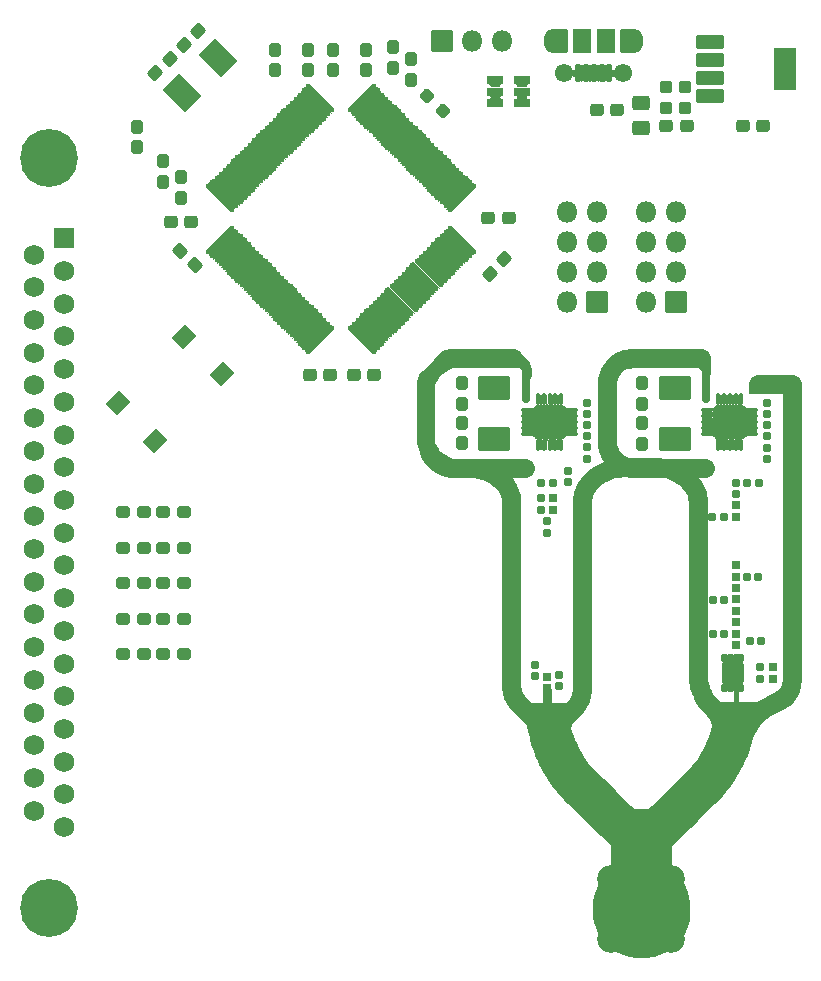
<source format=gbr>
%TF.GenerationSoftware,KiCad,Pcbnew,(6.0.1)*%
%TF.CreationDate,2022-03-23T15:55:19-05:00*%
%TF.ProjectId,Telemetry_KiCAD_Project,54656c65-6d65-4747-9279-5f4b69434144,rev?*%
%TF.SameCoordinates,Original*%
%TF.FileFunction,Soldermask,Top*%
%TF.FilePolarity,Negative*%
%FSLAX46Y46*%
G04 Gerber Fmt 4.6, Leading zero omitted, Abs format (unit mm)*
G04 Created by KiCad (PCBNEW (6.0.1)) date 2022-03-23 15:55:19*
%MOMM*%
%LPD*%
G01*
G04 APERTURE LIST*
G04 Aperture macros list*
%AMRoundRect*
0 Rectangle with rounded corners*
0 $1 Rounding radius*
0 $2 $3 $4 $5 $6 $7 $8 $9 X,Y pos of 4 corners*
0 Add a 4 corners polygon primitive as box body*
4,1,4,$2,$3,$4,$5,$6,$7,$8,$9,$2,$3,0*
0 Add four circle primitives for the rounded corners*
1,1,$1+$1,$2,$3*
1,1,$1+$1,$4,$5*
1,1,$1+$1,$6,$7*
1,1,$1+$1,$8,$9*
0 Add four rect primitives between the rounded corners*
20,1,$1+$1,$2,$3,$4,$5,0*
20,1,$1+$1,$4,$5,$6,$7,0*
20,1,$1+$1,$6,$7,$8,$9,0*
20,1,$1+$1,$8,$9,$2,$3,0*%
G04 Aperture macros list end*
%ADD10C,1.600000*%
%ADD11C,0.693370*%
%ADD12C,0.450000*%
%ADD13C,0.740000*%
%ADD14C,2.000000*%
%ADD15C,3.200000*%
%ADD16C,1.093370*%
%ADD17C,0.700000*%
%ADD18C,0.800000*%
%ADD19C,0.100000*%
%ADD20C,1.500000*%
%ADD21RoundRect,0.288500X-0.044194X-0.380070X0.380070X0.044194X0.044194X0.380070X-0.380070X-0.044194X0*%
%ADD22RoundRect,0.288500X0.237500X-0.300000X0.237500X0.300000X-0.237500X0.300000X-0.237500X-0.300000X0*%
%ADD23RoundRect,0.288500X0.300000X0.237500X-0.300000X0.237500X-0.300000X-0.237500X0.300000X-0.237500X0*%
%ADD24RoundRect,0.288500X-0.300000X-0.237500X0.300000X-0.237500X0.300000X0.237500X-0.300000X0.237500X0*%
%ADD25RoundRect,0.288500X0.380070X-0.044194X-0.044194X0.380070X-0.380070X0.044194X0.044194X-0.380070X0*%
%ADD26C,2.352000*%
%ADD27RoundRect,0.288500X0.237500X-0.287500X0.237500X0.287500X-0.237500X0.287500X-0.237500X-0.287500X0*%
%ADD28RoundRect,0.126000X-1.131371X1.025305X1.025305X-1.131371X1.131371X-1.025305X-1.025305X1.131371X0*%
%ADD29RoundRect,0.126000X-1.131371X-1.025305X-1.025305X-1.131371X1.131371X1.025305X1.025305X1.131371X0*%
%ADD30RoundRect,0.051000X-0.825000X0.825000X-0.825000X-0.825000X0.825000X-0.825000X0.825000X0.825000X0*%
%ADD31C,1.752000*%
%ADD32C,4.902000*%
%ADD33RoundRect,0.051000X0.170000X-0.115000X0.170000X0.115000X-0.170000X0.115000X-0.170000X-0.115000X0*%
%ADD34RoundRect,0.051000X-0.170000X0.310000X-0.170000X-0.310000X0.170000X-0.310000X0.170000X0.310000X0*%
%ADD35RoundRect,0.051000X0.170000X-0.095000X0.170000X0.095000X-0.170000X0.095000X-0.170000X-0.095000X0*%
%ADD36RoundRect,0.051000X0.155000X-0.115000X0.155000X0.115000X-0.155000X0.115000X-0.155000X-0.115000X0*%
%ADD37RoundRect,0.201000X-0.512500X-0.150000X0.512500X-0.150000X0.512500X0.150000X-0.512500X0.150000X0*%
%ADD38RoundRect,0.288500X-0.237500X0.300000X-0.237500X-0.300000X0.237500X-0.300000X0.237500X0.300000X0*%
%ADD39RoundRect,0.191000X-0.170000X0.140000X-0.170000X-0.140000X0.170000X-0.140000X0.170000X0.140000X0*%
%ADD40RoundRect,0.191000X-0.140000X-0.170000X0.140000X-0.170000X0.140000X0.170000X-0.140000X0.170000X0*%
%ADD41RoundRect,0.113500X0.062500X-0.362500X0.062500X0.362500X-0.062500X0.362500X-0.062500X-0.362500X0*%
%ADD42RoundRect,0.113500X0.362500X-0.062500X0.362500X0.062500X-0.362500X0.062500X-0.362500X-0.062500X0*%
%ADD43RoundRect,0.051000X1.300000X-1.300000X1.300000X1.300000X-1.300000X1.300000X-1.300000X-1.300000X0*%
%ADD44RoundRect,0.198500X-0.147500X-0.172500X0.147500X-0.172500X0.147500X0.172500X-0.147500X0.172500X0*%
%ADD45RoundRect,0.051000X1.300000X-0.950000X1.300000X0.950000X-1.300000X0.950000X-1.300000X-0.950000X0*%
%ADD46RoundRect,0.198500X-0.172500X0.147500X-0.172500X-0.147500X0.172500X-0.147500X0.172500X0.147500X0*%
%ADD47RoundRect,0.051000X0.200000X0.675000X-0.200000X0.675000X-0.200000X-0.675000X0.200000X-0.675000X0*%
%ADD48RoundRect,0.051000X0.600000X0.950000X-0.600000X0.950000X-0.600000X-0.950000X0.600000X-0.950000X0*%
%ADD49O,1.302000X2.002000*%
%ADD50RoundRect,0.051000X0.750000X0.950000X-0.750000X0.950000X-0.750000X-0.950000X0.750000X-0.950000X0*%
%ADD51C,1.552000*%
%ADD52RoundRect,0.191000X0.140000X0.170000X-0.140000X0.170000X-0.140000X-0.170000X0.140000X-0.170000X0*%
%ADD53RoundRect,0.186000X0.185000X-0.135000X0.185000X0.135000X-0.185000X0.135000X-0.185000X-0.135000X0*%
%ADD54RoundRect,0.138500X-0.087500X0.200000X-0.087500X-0.200000X0.087500X-0.200000X0.087500X0.200000X0*%
%ADD55RoundRect,0.051000X-0.870000X0.725000X-0.870000X-0.725000X0.870000X-0.725000X0.870000X0.725000X0*%
%ADD56RoundRect,0.191000X0.170000X-0.140000X0.170000X0.140000X-0.170000X0.140000X-0.170000X-0.140000X0*%
%ADD57RoundRect,0.198500X0.147500X0.172500X-0.147500X0.172500X-0.147500X-0.172500X0.147500X-0.172500X0*%
%ADD58RoundRect,0.288500X0.287500X0.237500X-0.287500X0.237500X-0.287500X-0.237500X0.287500X-0.237500X0*%
%ADD59RoundRect,0.198500X0.172500X-0.147500X0.172500X0.147500X-0.172500X0.147500X-0.172500X-0.147500X0*%
%ADD60RoundRect,0.051000X0.850000X0.850000X-0.850000X0.850000X-0.850000X-0.850000X0.850000X-0.850000X0*%
%ADD61O,1.802000X1.802000*%
%ADD62RoundRect,0.051000X-0.247487X1.590990X-1.590990X0.247487X0.247487X-1.590990X1.590990X-0.247487X0*%
%ADD63RoundRect,0.288500X0.044194X0.380070X-0.380070X-0.044194X-0.044194X-0.380070X0.380070X0.044194X0*%
%ADD64RoundRect,0.051000X-0.088388X-1.007627X1.007627X0.088388X0.088388X1.007627X-1.007627X-0.088388X0*%
%ADD65RoundRect,0.051000X0.850000X-0.850000X0.850000X0.850000X-0.850000X0.850000X-0.850000X-0.850000X0*%
%ADD66RoundRect,0.288500X0.237500X-0.250000X0.237500X0.250000X-0.237500X0.250000X-0.237500X-0.250000X0*%
%ADD67RoundRect,0.288500X0.344715X-0.008839X-0.008839X0.344715X-0.344715X0.008839X0.008839X-0.344715X0*%
%ADD68RoundRect,0.301000X-0.450000X0.325000X-0.450000X-0.325000X0.450000X-0.325000X0.450000X0.325000X0*%
%ADD69RoundRect,0.288500X-0.237500X0.250000X-0.237500X-0.250000X0.237500X-0.250000X0.237500X0.250000X0*%
%ADD70RoundRect,0.051000X-1.100000X-0.500000X1.100000X-0.500000X1.100000X0.500000X-1.100000X0.500000X0*%
%ADD71RoundRect,0.051000X-0.900000X-1.700000X0.900000X-1.700000X0.900000X1.700000X-0.900000X1.700000X0*%
G04 APERTURE END LIST*
D10*
X142131945Y-131899515D02*
X141899999Y-131906193D01*
X142592766Y-131846228D02*
X142363122Y-131879505D01*
X142820114Y-131799795D02*
X142592766Y-131846228D01*
X143044415Y-131740360D02*
X142820114Y-131799795D01*
X142363122Y-131879505D02*
X142131945Y-131899515D01*
X141668053Y-131899515D02*
X141436876Y-131879505D01*
X143264925Y-131668119D02*
X143044415Y-131740360D01*
X143691667Y-131486220D02*
X143480914Y-131583312D01*
X143691667Y-131486220D02*
X144440000Y-131115000D01*
X144849056Y-126905056D02*
X144440000Y-126035000D01*
X145143939Y-127782775D02*
X145089343Y-127557327D01*
X145185447Y-128010996D02*
X145143939Y-127782775D01*
X144941656Y-127117736D02*
X144849056Y-126905056D01*
X145213728Y-128241230D02*
X145185447Y-128010996D01*
X145228689Y-128472712D02*
X145213728Y-128241230D01*
X145230281Y-128704672D02*
X145228689Y-128472712D01*
X143480914Y-131583312D02*
X143264925Y-131668119D01*
X145218496Y-128936337D02*
X145230281Y-128704672D01*
X145089343Y-127557327D02*
X145021840Y-127335401D01*
X141899999Y-131906193D02*
X141668053Y-131899515D01*
X145193376Y-129166938D02*
X145218496Y-128936337D01*
X145155003Y-129395707D02*
X145193376Y-129166938D01*
X145021840Y-127335401D02*
X144941656Y-127117736D01*
X144872189Y-130277389D02*
X144961862Y-130063458D01*
X144770332Y-130485795D02*
X144440000Y-131115000D01*
X144770332Y-130485795D02*
X144872189Y-130277389D01*
X138628769Y-127882232D02*
X138675201Y-127654883D01*
X138575482Y-128343053D02*
X138595492Y-128111875D01*
X138575482Y-128806945D02*
X138568805Y-128574999D01*
X138734637Y-127430582D02*
X138806877Y-127210072D01*
X138988779Y-126783332D02*
X139360000Y-126035000D01*
X138806877Y-127210072D02*
X138891685Y-126994083D01*
X138595492Y-128111875D02*
X138628769Y-127882232D01*
X138734637Y-129719415D02*
X138675202Y-129495114D01*
X138595492Y-129038122D02*
X138575482Y-128806945D01*
X138675202Y-129495114D02*
X138628769Y-129267766D01*
X138568805Y-128574999D02*
X138575482Y-128343053D01*
X138628769Y-129267766D02*
X138595492Y-129038122D01*
X138806878Y-129939926D02*
X138734637Y-129719415D01*
X145039053Y-129844714D02*
X145103505Y-129621883D01*
X145103505Y-129621883D02*
X145155003Y-129395707D01*
X138891685Y-126994083D02*
X138988779Y-126783332D01*
X144961862Y-130063458D02*
X145039053Y-129844714D01*
X138675201Y-127654883D02*
X138734637Y-127430582D01*
X138891686Y-130155914D02*
X138806878Y-129939926D01*
X138988779Y-130366667D02*
X138891686Y-130155914D01*
X140150000Y-122943315D02*
X139566640Y-122359955D01*
X143650000Y-126075000D02*
X144440000Y-126035000D01*
X149288349Y-116912727D02*
X149449224Y-116620785D01*
X149288349Y-116912727D02*
X149107400Y-117240500D01*
X150479575Y-114264876D02*
X150570584Y-113951819D01*
X143650000Y-122937698D02*
X144360121Y-122227577D01*
X149769621Y-116036158D02*
X149976483Y-115657312D01*
X140150000Y-123825000D02*
X140150000Y-122943315D01*
X150863720Y-112169776D02*
X150880000Y-111825000D01*
X139570000Y-122355000D02*
X144230000Y-122355000D01*
X140150000Y-123825000D02*
X140150000Y-126075000D01*
X140150000Y-126075000D02*
X139360000Y-126035000D01*
X148927610Y-117483219D02*
X149107399Y-117240501D01*
X148519962Y-118010400D02*
X148726511Y-117748916D01*
X148308052Y-118267557D02*
X148519962Y-118010400D01*
X143650000Y-123825000D02*
X143650000Y-126075000D01*
X143380000Y-120885000D02*
X140923665Y-120885000D01*
X148308052Y-118267557D02*
X148036958Y-118589689D01*
X143650000Y-123825000D02*
X143650000Y-122937698D01*
X148726511Y-117748916D02*
X148927610Y-117483219D01*
X149609648Y-116328595D02*
X149769621Y-116036158D01*
X149449224Y-116620785D02*
X149609648Y-116328595D01*
X138988779Y-130366667D02*
X139360000Y-131115000D01*
X146816934Y-119807815D02*
X146798408Y-119807815D01*
X150794545Y-112907235D02*
X150830584Y-112576649D01*
X146710589Y-117046384D02*
X146927467Y-116793377D01*
X147139532Y-116536323D02*
X147279474Y-116363394D01*
X148035060Y-118589689D02*
X146816934Y-119807815D01*
X150740504Y-113235360D02*
X150794545Y-112907235D01*
X150381481Y-114583164D02*
X150479575Y-114264876D01*
X150154922Y-115209485D02*
X150273226Y-114898142D01*
X150154922Y-115209485D02*
X149976483Y-115657312D01*
X150668622Y-113560043D02*
X150740504Y-113235360D01*
X150668622Y-113560043D02*
X150570584Y-113951819D01*
X148036958Y-118589689D02*
X148035060Y-118589689D01*
X150273226Y-114898142D02*
X150381481Y-114583164D01*
X151790000Y-111825000D02*
X148270000Y-111825000D01*
X145588527Y-121017696D02*
X145570002Y-121017696D01*
X146488975Y-117295253D02*
X146710589Y-117046384D01*
X146488975Y-117295253D02*
X146246201Y-117562759D01*
X148001605Y-115154298D02*
X148080930Y-114998278D01*
X147845491Y-115448445D02*
X148001605Y-115154298D01*
X146798408Y-119807815D02*
X145588527Y-121017696D01*
X146927467Y-116793377D02*
X147139532Y-116536323D01*
X145570002Y-121017696D02*
X144360121Y-122227577D01*
X150830584Y-112576649D02*
X150863720Y-112169776D01*
X148530780Y-113774886D02*
X148617940Y-113509061D01*
X148423920Y-114090523D02*
X148530780Y-113774886D01*
X148701032Y-113184388D02*
X148617940Y-113509061D01*
X135154039Y-113403042D02*
X135097106Y-113115479D01*
X135097106Y-113115479D02*
X135036274Y-112787894D01*
X148192117Y-114715353D02*
X148311018Y-114404051D01*
X135036274Y-112787894D02*
X134983223Y-112458960D01*
X148701032Y-113184388D02*
X148774587Y-112860090D01*
X132470000Y-111925000D02*
X134910000Y-111925000D01*
X147502768Y-116019392D02*
X147279474Y-116363394D01*
X148192117Y-114715353D02*
X148080930Y-114998278D01*
X143987243Y-119787650D02*
X143970210Y-119787650D01*
X148311018Y-114404051D02*
X148423920Y-114090523D01*
X148867700Y-112201826D02*
X148900000Y-111825000D01*
X147502768Y-116019392D02*
X147679144Y-115736928D01*
X148774587Y-112860090D02*
X148830199Y-112532239D01*
X148830199Y-112532239D02*
X148867700Y-112201826D01*
X143970210Y-119787650D02*
X142857764Y-120900096D01*
X145116722Y-118675205D02*
X145099688Y-118675205D01*
X145099688Y-118675205D02*
X143987243Y-119787650D01*
X146246201Y-117562759D02*
X146229168Y-117562759D01*
X146229168Y-117562759D02*
X145116722Y-118675205D01*
X147679144Y-115736928D02*
X147845491Y-115448445D01*
X136309791Y-116027210D02*
X136474418Y-116297929D01*
X135439238Y-114279042D02*
X135556089Y-114591054D01*
X135330076Y-113964258D02*
X135439238Y-114279042D01*
X135228671Y-113646891D02*
X135330076Y-113964258D01*
X137521969Y-117517044D02*
X138646032Y-118641107D01*
X139784849Y-119765171D02*
X139799602Y-119765171D01*
X136139206Y-115740931D02*
X135973794Y-115451633D01*
X135660000Y-111925000D02*
X134910000Y-111925000D01*
X135813608Y-115159410D02*
X135680618Y-114911541D01*
X136309791Y-116027210D02*
X136139206Y-115740931D01*
X136647857Y-116526615D02*
X136474418Y-116297929D01*
X134983223Y-112458960D02*
X134937982Y-112128861D01*
X138660785Y-118641107D02*
X139784849Y-119765171D01*
X137292681Y-117289100D02*
X137068782Y-117042604D01*
X137507216Y-117517044D02*
X137521969Y-117517044D01*
X135556089Y-114591054D02*
X135680618Y-114911541D01*
X135973794Y-115451633D02*
X135813608Y-115159410D01*
X135228671Y-113646891D02*
X135154039Y-113403042D01*
X137292681Y-117289100D02*
X137507216Y-117517044D01*
X136853751Y-116788336D02*
X136647857Y-116526615D01*
X139799602Y-119765171D02*
X140923665Y-120889234D01*
X138646032Y-118641107D02*
X138660785Y-118641107D01*
X137068782Y-117042604D02*
X136853751Y-116788336D01*
X136092145Y-118914604D02*
X135864745Y-118670893D01*
X134876245Y-117482569D02*
X134686912Y-117208344D01*
X135070807Y-117753110D02*
X134876245Y-117482569D01*
X133471791Y-114801509D02*
X133368241Y-114485377D01*
X134686912Y-117208344D02*
X134502876Y-116930537D01*
X133961022Y-115945765D02*
X133820481Y-115643741D01*
X133368241Y-114485377D02*
X133280793Y-114164418D01*
X135414121Y-118179614D02*
X135255101Y-118004256D01*
X134110042Y-116243697D02*
X133961022Y-115945765D01*
X133280793Y-114164418D02*
X133220806Y-113920061D01*
X133820481Y-115643741D02*
X133699912Y-115374764D01*
X134267421Y-116537300D02*
X134110042Y-116243697D01*
X133591181Y-115112006D02*
X133471791Y-114801509D01*
X134267421Y-116537300D02*
X134382863Y-116745544D01*
X133591181Y-115112006D02*
X133699912Y-115374764D01*
X138475762Y-121283209D02*
X138489894Y-121283209D01*
X138489894Y-121283209D02*
X139566640Y-122359955D01*
X135070807Y-117753110D02*
X135255101Y-118004256D01*
X135638735Y-118425894D02*
X135414121Y-118179614D01*
X132956190Y-112411542D02*
X132960000Y-111925000D01*
X135864745Y-118670893D02*
X135638735Y-118425894D01*
X134502876Y-116930537D02*
X134382863Y-116745544D01*
X136092145Y-118914604D02*
X136294006Y-119129717D01*
D11*
X149164914Y-115020518D02*
X148972837Y-115453837D01*
D10*
X133152087Y-113658579D02*
X133076558Y-113334756D01*
D11*
X148526105Y-116289615D02*
X148272525Y-116690060D01*
X149853498Y-112271537D02*
X149795478Y-112741954D01*
X149484178Y-114128236D02*
X149335498Y-114578296D01*
D10*
X133152087Y-113658579D02*
X133220806Y-113920061D01*
X136294006Y-119129717D02*
X136308138Y-119129717D01*
D11*
X149795478Y-112741954D02*
X149714445Y-113208958D01*
X148759730Y-115877209D02*
X148526105Y-116289615D01*
D10*
X133019175Y-113007230D02*
X132980117Y-112677018D01*
X137384884Y-120206463D02*
X137399016Y-120206463D01*
X132980117Y-112677018D02*
X132956190Y-112411542D01*
X136308138Y-119129717D02*
X137384884Y-120206463D01*
D11*
X148972837Y-115453837D02*
X148759730Y-115877209D01*
X149335498Y-114578296D02*
X149164914Y-115020518D01*
D10*
X137399016Y-120206463D02*
X138475762Y-121283209D01*
X133076558Y-113334756D02*
X133019175Y-113007230D01*
D11*
X149610595Y-113671424D02*
X149484178Y-114128236D01*
X149714445Y-113208958D02*
X149610595Y-113671424D01*
X149888367Y-111798839D02*
X149853498Y-112271537D01*
X147707994Y-117451243D02*
X147398401Y-117810146D01*
D12*
X149900000Y-110145000D02*
X149900000Y-111065000D01*
D11*
X136728427Y-118153427D02*
X141360000Y-122725000D01*
X133911632Y-111798839D02*
X133946500Y-112271537D01*
X136401597Y-117810146D02*
X136728427Y-118153427D01*
D13*
X133900000Y-110065000D02*
X133900000Y-111145000D01*
D11*
X147398401Y-117810146D02*
X147071572Y-118153427D01*
X134827161Y-115453837D02*
X135040269Y-115877209D01*
X135273893Y-116289615D02*
X135527473Y-116690060D01*
X135800396Y-117077581D02*
X136092004Y-117451243D01*
X136092004Y-117451243D02*
X136401597Y-117810146D01*
X148272525Y-116690060D02*
X147999602Y-117077581D01*
X147071572Y-118153427D02*
X142430000Y-122725000D01*
X134004520Y-112741954D02*
X134085553Y-113208958D01*
X134315820Y-114128236D02*
X134464500Y-114578296D01*
X134464500Y-114578296D02*
X134635084Y-115020518D01*
X134189403Y-113671424D02*
X134315820Y-114128236D01*
X135527473Y-116690060D02*
X135800396Y-117077581D01*
X133946500Y-112271537D02*
X134004520Y-112741954D01*
X134085553Y-113208958D02*
X134189403Y-113671424D01*
X135040269Y-115877209D02*
X135273893Y-116289615D01*
X147999602Y-117077581D02*
X147707994Y-117451243D01*
X134635084Y-115020518D02*
X134827161Y-115453837D01*
D10*
X140319084Y-131583312D02*
X140108332Y-131486220D01*
D14*
X143711077Y-128575000D02*
G75*
G03*
X143711077Y-128575000I-1811077J0D01*
G01*
D10*
X140108332Y-131486220D02*
X139360000Y-131115000D01*
X141436876Y-131879505D02*
X141207232Y-131846228D01*
X140979883Y-131799796D02*
X140755583Y-131740360D01*
D15*
X141900000Y-122975000D02*
X141983360Y-130975000D01*
D16*
X141900000Y-128575000D02*
X141900000Y-123615000D01*
D10*
X140535072Y-131668119D02*
X140319084Y-131583312D01*
X140755583Y-131740360D02*
X140535072Y-131668119D01*
X141207232Y-131846228D02*
X140979883Y-131799796D01*
X129333187Y-91738187D02*
X129207078Y-91662600D01*
X130556526Y-92893846D02*
X130614932Y-92996947D01*
X130614932Y-92996947D02*
X130668209Y-93102790D01*
X130424900Y-92696854D02*
X130493131Y-92793734D01*
X130192893Y-92427893D02*
X130274600Y-92513713D01*
X127854951Y-91252437D02*
X127500000Y-91235000D01*
X128206484Y-91304582D02*
X127854951Y-91252437D01*
X130888374Y-93898365D02*
X130897091Y-94016540D01*
X128885819Y-91510656D02*
X128551213Y-91390932D01*
X129207078Y-91662600D02*
X128885819Y-91510656D01*
X128551213Y-91390932D02*
X128206484Y-91304582D01*
X129511897Y-91845302D02*
X129333187Y-91738187D01*
X130060660Y-92295660D02*
X129797341Y-92057001D01*
X130853611Y-93664010D02*
X130873869Y-93780761D01*
X130758874Y-93321675D02*
X130796044Y-93434190D01*
X130827648Y-93548393D02*
X130853611Y-93664010D01*
X130873869Y-93780761D02*
X130888374Y-93898365D01*
X130796044Y-93434190D02*
X130827648Y-93548393D01*
X130493131Y-92793734D02*
X130556526Y-92893846D01*
X130351998Y-92603438D02*
X130424900Y-92696854D01*
X130274600Y-92513713D02*
X130351998Y-92603438D01*
X130897091Y-94016540D02*
X130900000Y-94135000D01*
X130192893Y-92427893D02*
X130060660Y-92295660D01*
X129797341Y-92057001D02*
X129511897Y-91845302D01*
X130716228Y-93211120D02*
X130758874Y-93321675D01*
X130668209Y-93102790D02*
X130716228Y-93211120D01*
X130902907Y-95155000D02*
X130900000Y-94125000D01*
X141340000Y-91235000D02*
X141024881Y-91214346D01*
X140715155Y-91152737D02*
X140416120Y-91051228D01*
X139419111Y-90290743D02*
X139585685Y-90480685D01*
X140132893Y-90911556D02*
X139870319Y-90736110D01*
X141024881Y-91214346D02*
X140715155Y-91152737D01*
X139870319Y-90736110D02*
X139632893Y-90527893D01*
X139036523Y-89367094D02*
X139085809Y-89614875D01*
X139167016Y-89854103D02*
X139278754Y-90080685D01*
X139278754Y-90080685D02*
X139419111Y-90290743D01*
X139585685Y-90480685D02*
X139632893Y-90527893D01*
X139020000Y-89115000D02*
X139036523Y-89367094D01*
X139085809Y-89614875D02*
X139167016Y-89854103D01*
X141340000Y-91235000D02*
X142740000Y-91235000D01*
X146980000Y-81975000D02*
X146470000Y-81975000D01*
X146470000Y-81975000D02*
X144745940Y-81975000D01*
X142740000Y-91235000D02*
X147300000Y-91235000D01*
D17*
X147410000Y-85375000D02*
X147410000Y-82880000D01*
D10*
X139036523Y-89367094D02*
X139020000Y-89115000D01*
X139278754Y-83039314D02*
X139167016Y-83265896D01*
X141050000Y-81975000D02*
X140797905Y-81991522D01*
X139167016Y-83265896D02*
X139085809Y-83505124D01*
X140797905Y-81991522D02*
X140550124Y-82040808D01*
X139585685Y-82639314D02*
X139419110Y-82829255D01*
X139036522Y-83752905D02*
X139036522Y-83752905D01*
X141050000Y-81975000D02*
X142820000Y-81975000D01*
X140310896Y-82122015D02*
X140084314Y-82233753D01*
X140084314Y-82233753D02*
X139874255Y-82374109D01*
X139085809Y-83505124D02*
X139036522Y-83752905D01*
X140550124Y-82040808D02*
X140310896Y-82122015D01*
X139020000Y-87615000D02*
X139020000Y-89115000D01*
X140550124Y-82040808D02*
X140550124Y-82040808D01*
X139020000Y-84005000D02*
X139020000Y-85855000D01*
X139036523Y-89367094D02*
X139036523Y-89367094D01*
X139874255Y-82374109D02*
X139684314Y-82540684D01*
X139036522Y-83752905D02*
X139020000Y-84005000D01*
X139020000Y-85855000D02*
X139020000Y-87615000D01*
X139684314Y-82540684D02*
X139585685Y-82639314D01*
X142820000Y-81975000D02*
X145090000Y-81975000D01*
X148542643Y-112455422D02*
X148452901Y-112242660D01*
X137083770Y-93181119D02*
X137131789Y-93072789D01*
X153782684Y-110833998D02*
X153912983Y-110737983D01*
X127570000Y-81975000D02*
X129840000Y-81975000D01*
X146779117Y-109524309D02*
X146840239Y-109764930D01*
X137041124Y-93291675D02*
X137083770Y-93181119D01*
X153583187Y-110945517D02*
X153782684Y-110833998D01*
X124169111Y-90290743D02*
X124335685Y-90480685D01*
X136796043Y-110575808D02*
X136716227Y-110798879D01*
X136888374Y-110111634D02*
X136853610Y-110345989D01*
X123786522Y-83752905D02*
X123786522Y-83752905D01*
X138288101Y-91815302D02*
X138514565Y-91679565D01*
X138002657Y-92027001D02*
X138288101Y-91815302D01*
X130900000Y-109600000D02*
X130911625Y-109836634D01*
X151820506Y-111972689D02*
X152009121Y-111816780D01*
D18*
X131175000Y-81575000D02*
X131914999Y-82269999D01*
D10*
X146151998Y-92573438D02*
X146224900Y-92666854D01*
X154132283Y-110540903D02*
X154276901Y-110363925D01*
X153966678Y-110698417D02*
X154132283Y-110540903D01*
D19*
X147725000Y-81975000D02*
X147720000Y-83280000D01*
X147720000Y-83280000D02*
X147307022Y-83241583D01*
X147307022Y-83241583D02*
X146757022Y-82711583D01*
X146757022Y-82711583D02*
X146240000Y-81230000D01*
X146240000Y-81230000D02*
X147725000Y-81975000D01*
G36*
X147725000Y-81975000D02*
G01*
X147720000Y-83280000D01*
X147307022Y-83241583D01*
X146757022Y-82711583D01*
X146240000Y-81230000D01*
X147725000Y-81975000D01*
G37*
X147725000Y-81975000D02*
X147720000Y-83280000D01*
X147307022Y-83241583D01*
X146757022Y-82711583D01*
X146240000Y-81230000D01*
X147725000Y-81975000D01*
D10*
X147869307Y-111519691D02*
X147699149Y-111344351D01*
X133023022Y-112924595D02*
X132983114Y-112813059D01*
X145992893Y-92397893D02*
X146074600Y-92483713D01*
X137185066Y-92966946D02*
X137243472Y-92863845D01*
X148201549Y-111856187D02*
X148088823Y-111736177D01*
D18*
X131346047Y-81983261D02*
X131220000Y-81975000D01*
D10*
X135296572Y-112551934D02*
X135357472Y-112450327D01*
X131185067Y-110738051D02*
X131306868Y-110941264D01*
X132312500Y-112012500D02*
X132721446Y-112421446D01*
X130911625Y-109836634D02*
X130946388Y-110070989D01*
X139945048Y-91222437D02*
X140300000Y-91205000D01*
D20*
X123725000Y-85855000D02*
X123725000Y-87615000D01*
D10*
X143300000Y-91205000D02*
X140400000Y-91205000D01*
X146697091Y-93986540D02*
X146700000Y-94105000D01*
X125166120Y-91051228D02*
X124882893Y-90911556D01*
X145992893Y-92397893D02*
X145860660Y-92265660D01*
X145597341Y-92027001D02*
X145311897Y-91815302D01*
X146700000Y-108785000D02*
X146708820Y-109033104D01*
X150730000Y-113505000D02*
X150924395Y-113125182D01*
X124028754Y-90080685D02*
X124169111Y-90290743D01*
X146414932Y-92966947D02*
X146468209Y-93072790D01*
X138592920Y-91632600D02*
X138914180Y-91480656D01*
X135784999Y-111989999D02*
X135507592Y-112267407D01*
X137525398Y-92483711D02*
X137607106Y-92397892D01*
D18*
X132136491Y-82595448D02*
X132177094Y-82715062D01*
D10*
X151642016Y-112140094D02*
X151820506Y-111972689D01*
X138914180Y-91480656D02*
X139248785Y-91360932D01*
D18*
X131702842Y-82104376D02*
X131589551Y-82048507D01*
D10*
X146708820Y-109033104D02*
X146735237Y-109279957D01*
X137739339Y-92265660D02*
X138002657Y-92027001D01*
X131025000Y-81975000D02*
X129495940Y-81975000D01*
X125465155Y-91152737D02*
X125166120Y-91051228D01*
X130900000Y-109600000D02*
X130900000Y-109525000D01*
D18*
X123786523Y-89367094D02*
X123835809Y-89614875D01*
D10*
X125800000Y-81975000D02*
X127570000Y-81975000D01*
X145311897Y-91815302D02*
X145133187Y-91708187D01*
X146708820Y-109033104D02*
X146735237Y-109279957D01*
X147261570Y-110757580D02*
X147220553Y-110684447D01*
X136972350Y-93518393D02*
X137003954Y-93404190D01*
X144006484Y-91274582D02*
X143654951Y-91222437D01*
D18*
X131421453Y-82129969D02*
X132205869Y-82901976D01*
D10*
X145860660Y-92265660D02*
X145597341Y-92027001D01*
X136900000Y-94105000D02*
X136902907Y-93986540D01*
X152207123Y-111672980D02*
X152970000Y-111245000D01*
D18*
X123786523Y-89367094D02*
X123770000Y-89115000D01*
D10*
X146627648Y-93518393D02*
X146653611Y-93634010D01*
X140300000Y-91205000D02*
X140400000Y-91205000D01*
D18*
X131469937Y-82007904D02*
X131346047Y-81983261D01*
D10*
X145133187Y-91708187D02*
X145007078Y-91632600D01*
X154710000Y-106555000D02*
X154710000Y-109165000D01*
D20*
X123725000Y-87615000D02*
X123725000Y-89115000D01*
D10*
X153490000Y-110995000D02*
X153583187Y-110945517D01*
X146074600Y-92483713D02*
X146151998Y-92573438D01*
X132871565Y-112604366D02*
X132800999Y-112509218D01*
X135428039Y-112355179D02*
X135507592Y-112267407D01*
X123917016Y-89854103D02*
X124028754Y-90080685D01*
X137448000Y-92573437D02*
X137525398Y-92483711D01*
X132983114Y-112813059D02*
X132932466Y-112705973D01*
D18*
X123786523Y-89367094D02*
X123786523Y-89367094D01*
X123375000Y-89150000D02*
X123525000Y-89975000D01*
X125900000Y-82300000D02*
X124425000Y-83200000D01*
D10*
X136946387Y-93634009D02*
X136972350Y-93518393D01*
X148644004Y-112905161D02*
X148606642Y-112677290D01*
X154710000Y-106685000D02*
X154720000Y-84175000D01*
X139248785Y-91360932D02*
X139593515Y-91274582D01*
X133069187Y-113156682D02*
X133051805Y-113039504D01*
D18*
X131902842Y-82257842D02*
X131807871Y-82174555D01*
X125350000Y-81600000D02*
X125800000Y-81575000D01*
D10*
X137003954Y-93404190D02*
X137041124Y-93291675D01*
X146653611Y-93634010D02*
X146673869Y-93750761D01*
X133051805Y-113039504D02*
X133023022Y-112924595D01*
D18*
X131589551Y-82048507D02*
X131469937Y-82007904D01*
X123375000Y-83600000D02*
X123375000Y-84925000D01*
D10*
X146293131Y-92763734D02*
X146356526Y-92863846D01*
X146700000Y-95145000D02*
X146700000Y-108785000D01*
D17*
X132160000Y-83000000D02*
X132160000Y-85390000D01*
D10*
X146516228Y-93181120D02*
X146558874Y-93291675D01*
X143654951Y-91222437D02*
X143300000Y-91205000D01*
X136900000Y-109875000D02*
X136900000Y-109525000D01*
X138514565Y-91679565D02*
X138592920Y-91632600D01*
D18*
X125325000Y-81625000D02*
X123400000Y-83550000D01*
D20*
X123786522Y-83752905D02*
X123770000Y-84005000D01*
D19*
X152746400Y-84919800D02*
X152071400Y-84919800D01*
X152071400Y-84919800D02*
X151071400Y-84920000D01*
X151071400Y-84920000D02*
X151075000Y-84100000D01*
X151075000Y-84100000D02*
X152746400Y-83444800D01*
X152746400Y-83444800D02*
X152746400Y-84919800D01*
G36*
X152746400Y-84919800D02*
G01*
X152071400Y-84919800D01*
X151071400Y-84920000D01*
X151075000Y-84100000D01*
X152746400Y-83444800D01*
X152746400Y-84919800D01*
G37*
X152746400Y-84919800D02*
X152071400Y-84919800D01*
X151071400Y-84920000D01*
X151075000Y-84100000D01*
X152746400Y-83444800D01*
X152746400Y-84919800D01*
D10*
X148338670Y-112041980D02*
X148201549Y-111856187D01*
X136716227Y-110798879D02*
X136631987Y-110976987D01*
D18*
X124500000Y-90050000D02*
X125625000Y-90775000D01*
D10*
X137131789Y-93072789D02*
X137185066Y-92966946D01*
X146688374Y-93868365D02*
X146697091Y-93986540D01*
X131326825Y-110968175D02*
X131448000Y-111131559D01*
X146700000Y-94105000D02*
X146700000Y-95125000D01*
X126090000Y-91235000D02*
X127490000Y-91235000D01*
X146945612Y-110097319D02*
X146869521Y-109865139D01*
X133075000Y-113275000D02*
X133069187Y-113156682D01*
X135245924Y-112659020D02*
X135296572Y-112551934D01*
X131607106Y-111307106D02*
X132312500Y-112012500D01*
X125774881Y-91214346D02*
X125465155Y-91152737D01*
D18*
X131600000Y-81975000D02*
X132010444Y-82377127D01*
D10*
X124882893Y-90911556D02*
X124620319Y-90736110D01*
X152970000Y-111245000D02*
X153490000Y-110995000D01*
X131083770Y-110523878D02*
X131185067Y-110738051D01*
X154494469Y-109962941D02*
X154564007Y-109745226D01*
X136900000Y-95175000D02*
X136900000Y-109525000D01*
X137375097Y-92666853D02*
X137448000Y-92573437D01*
X136900000Y-94105000D02*
X136900000Y-95155000D01*
X139593515Y-91274582D02*
X139945048Y-91222437D01*
D18*
X132010444Y-82377127D02*
X132080622Y-82482157D01*
D10*
X136902907Y-93986540D02*
X136911624Y-93868365D01*
X146558874Y-93291675D02*
X146596044Y-93404190D01*
X124620319Y-90736110D02*
X124382893Y-90527893D01*
X135177232Y-112885465D02*
X135206016Y-112770556D01*
X148088823Y-111736177D02*
X148043455Y-111687880D01*
X132800999Y-112509218D02*
X132721446Y-112421446D01*
X147869307Y-111519691D02*
X148043455Y-111687880D01*
D18*
X123770000Y-89115000D02*
X123786523Y-89367094D01*
D10*
X131003955Y-110300808D02*
X131083770Y-110523878D01*
X153912983Y-110737983D02*
X153966678Y-110698417D01*
X146356526Y-92863846D02*
X146414932Y-92966947D01*
X137243472Y-92863845D02*
X137306867Y-92763733D01*
X151318168Y-112506728D02*
X151474351Y-112318340D01*
D20*
X123725000Y-84005000D02*
X123725000Y-85855000D01*
D10*
X146700000Y-108785000D02*
X146708820Y-109033104D01*
X136911624Y-93868365D02*
X136926129Y-93750761D01*
X136351997Y-111406559D02*
X136192892Y-111582106D01*
X135357472Y-112450327D02*
X135428039Y-112355179D01*
X148606642Y-112677290D02*
X148542643Y-112455422D01*
D18*
X124143793Y-89360772D02*
X124500000Y-90050000D01*
D10*
X151474351Y-112318340D02*
X151642016Y-112140094D01*
X132932466Y-112705973D02*
X132871565Y-112604366D01*
X131448000Y-111131559D02*
X131607106Y-111307106D01*
X136926129Y-93750761D02*
X136946387Y-93634009D01*
X137607106Y-92397892D02*
X137739339Y-92265660D01*
X147142050Y-110544478D02*
X147036583Y-110324083D01*
X125800000Y-81975000D02*
X125547905Y-81991522D01*
D18*
X131927157Y-82282157D02*
X132010444Y-82377127D01*
D10*
X148654205Y-113135850D02*
X148644004Y-112905161D01*
X136900000Y-109875000D02*
X136888374Y-110111634D01*
D18*
X125025000Y-82425000D02*
X124075000Y-83925000D01*
X130100000Y-82375000D02*
X131550000Y-82375000D01*
D10*
X146596044Y-93404190D02*
X146627648Y-93518393D01*
X151174079Y-112704520D02*
X151318168Y-112506728D01*
X147394642Y-110962494D02*
X147261570Y-110757580D01*
X154710000Y-84175000D02*
X151825000Y-84175000D01*
D18*
X132177094Y-82715062D02*
X132201738Y-82838952D01*
X132010444Y-82377127D02*
X132108556Y-82538802D01*
D10*
X146673869Y-93750761D02*
X146688374Y-93868365D01*
X130946388Y-110070989D02*
X131003955Y-110300808D01*
X146224900Y-92666854D02*
X146293131Y-92763734D01*
X146468209Y-93072790D02*
X146516228Y-93181120D01*
X136631987Y-110976987D02*
X136614931Y-111013051D01*
X144351213Y-91360932D02*
X144006484Y-91274582D01*
X126090000Y-91235000D02*
X125774881Y-91214346D01*
X136493130Y-111216264D02*
X136351997Y-111406559D01*
X152009121Y-111816780D02*
X152109140Y-111744140D01*
D18*
X132080622Y-82482157D02*
X132136491Y-82595448D01*
D10*
X147220553Y-110684447D02*
X147142050Y-110544478D01*
X146840239Y-109764930D02*
X146869521Y-109865139D01*
X145007078Y-91632600D02*
X144685819Y-91480656D01*
X154398264Y-110170258D02*
X154494469Y-109962941D01*
X151042650Y-112910941D02*
X151174079Y-112704520D01*
X147540706Y-111158358D02*
X147394642Y-110962494D01*
X137306867Y-92763733D02*
X137375097Y-92666853D01*
D18*
X131807871Y-82174555D02*
X131702842Y-82104376D01*
X131902842Y-82257842D02*
X131927157Y-82282157D01*
D10*
X136192892Y-111582106D02*
X135784999Y-111989999D01*
D18*
X132136491Y-82595448D02*
X132189416Y-82777007D01*
X132210000Y-82965000D02*
X132210000Y-83385000D01*
D10*
X127490000Y-91235000D02*
X132050000Y-91235000D01*
X130900000Y-95175000D02*
X130900000Y-109505000D01*
X154564007Y-109745226D02*
X154630000Y-109545000D01*
X154276901Y-110363925D02*
X154398264Y-110170258D01*
X150924395Y-113125182D02*
X151042650Y-112910941D01*
X124335685Y-90480685D02*
X124382893Y-90527893D01*
X152109140Y-111744140D02*
X152207123Y-111672980D01*
X135206016Y-112770556D02*
X135245924Y-112659020D01*
X144685819Y-91480656D02*
X144351213Y-91360932D01*
X136853610Y-110345989D02*
X136796043Y-110575808D01*
X146735237Y-109279957D02*
X146779117Y-109524309D01*
X142131945Y-131899515D02*
X141899999Y-131906193D01*
X142592766Y-131846228D02*
X142363122Y-131879505D01*
X142820114Y-131799795D02*
X142592766Y-131846228D01*
X143044415Y-131740360D02*
X142820114Y-131799795D01*
X142363122Y-131879505D02*
X142131945Y-131899515D01*
X141668053Y-131899515D02*
X141436876Y-131879505D01*
X143264925Y-131668119D02*
X143044415Y-131740360D01*
X143691667Y-131486220D02*
X143480914Y-131583312D01*
X143691667Y-131486220D02*
X144440000Y-131115000D01*
X144849056Y-126905056D02*
X144440000Y-126035000D01*
X145143939Y-127782775D02*
X145089343Y-127557327D01*
X145185447Y-128010996D02*
X145143939Y-127782775D01*
X144941656Y-127117736D02*
X144849056Y-126905056D01*
X145213728Y-128241230D02*
X145185447Y-128010996D01*
X145228689Y-128472712D02*
X145213728Y-128241230D01*
X145230281Y-128704672D02*
X145228689Y-128472712D01*
X143480914Y-131583312D02*
X143264925Y-131668119D01*
X145218496Y-128936337D02*
X145230281Y-128704672D01*
X145089343Y-127557327D02*
X145021840Y-127335401D01*
X141899999Y-131906193D02*
X141668053Y-131899515D01*
X145193376Y-129166938D02*
X145218496Y-128936337D01*
X145155003Y-129395707D02*
X145193376Y-129166938D01*
X145021840Y-127335401D02*
X144941656Y-127117736D01*
X144872189Y-130277389D02*
X144961862Y-130063458D01*
X144770332Y-130485795D02*
X144440000Y-131115000D01*
X144770332Y-130485795D02*
X144872189Y-130277389D01*
X138628769Y-127882232D02*
X138675201Y-127654883D01*
X138575482Y-128343053D02*
X138595492Y-128111875D01*
X138575482Y-128806945D02*
X138568805Y-128574999D01*
X138734637Y-127430582D02*
X138806877Y-127210072D01*
X138988779Y-126783332D02*
X139360000Y-126035000D01*
X138806877Y-127210072D02*
X138891685Y-126994083D01*
X138595492Y-128111875D02*
X138628769Y-127882232D01*
X138734637Y-129719415D02*
X138675202Y-129495114D01*
X138595492Y-129038122D02*
X138575482Y-128806945D01*
X138675202Y-129495114D02*
X138628769Y-129267766D01*
X138568805Y-128574999D02*
X138575482Y-128343053D01*
X138628769Y-129267766D02*
X138595492Y-129038122D01*
X138806878Y-129939926D02*
X138734637Y-129719415D01*
X145039053Y-129844714D02*
X145103505Y-129621883D01*
X145103505Y-129621883D02*
X145155003Y-129395707D01*
X138891685Y-126994083D02*
X138988779Y-126783332D01*
X144961862Y-130063458D02*
X145039053Y-129844714D01*
X138675201Y-127654883D02*
X138734637Y-127430582D01*
X138891686Y-130155914D02*
X138806878Y-129939926D01*
X138988779Y-130366667D02*
X138891686Y-130155914D01*
X140150000Y-122943315D02*
X139566640Y-122359955D01*
X143650000Y-126075000D02*
X144440000Y-126035000D01*
X149288349Y-116912727D02*
X149449224Y-116620785D01*
X149288349Y-116912727D02*
X149107400Y-117240500D01*
X150479575Y-114264876D02*
X150570584Y-113951819D01*
X143650000Y-122937698D02*
X144360121Y-122227577D01*
X149769621Y-116036158D02*
X149976483Y-115657312D01*
X140150000Y-123825000D02*
X140150000Y-122943315D01*
X150863720Y-112169776D02*
X150880000Y-111825000D01*
X139570000Y-122355000D02*
X144230000Y-122355000D01*
X140150000Y-123825000D02*
X140150000Y-126075000D01*
X140150000Y-126075000D02*
X139360000Y-126035000D01*
X148927610Y-117483219D02*
X149107399Y-117240501D01*
X148519962Y-118010400D02*
X148726511Y-117748916D01*
X148308052Y-118267557D02*
X148519962Y-118010400D01*
X143650000Y-123825000D02*
X143650000Y-126075000D01*
X143380000Y-120885000D02*
X140923665Y-120885000D01*
X148308052Y-118267557D02*
X148036958Y-118589689D01*
X143650000Y-123825000D02*
X143650000Y-122937698D01*
X148726511Y-117748916D02*
X148927610Y-117483219D01*
X149609648Y-116328595D02*
X149769621Y-116036158D01*
X149449224Y-116620785D02*
X149609648Y-116328595D01*
X138988779Y-130366667D02*
X139360000Y-131115000D01*
X146816934Y-119807815D02*
X146798408Y-119807815D01*
X150794545Y-112907235D02*
X150830584Y-112576649D01*
X146710589Y-117046384D02*
X146927467Y-116793377D01*
X147139532Y-116536323D02*
X147279474Y-116363394D01*
X148035060Y-118589689D02*
X146816934Y-119807815D01*
X150740504Y-113235360D02*
X150794545Y-112907235D01*
X150381481Y-114583164D02*
X150479575Y-114264876D01*
X150154922Y-115209485D02*
X150273226Y-114898142D01*
X150154922Y-115209485D02*
X149976483Y-115657312D01*
X150668622Y-113560043D02*
X150740504Y-113235360D01*
X150668622Y-113560043D02*
X150570584Y-113951819D01*
X148036958Y-118589689D02*
X148035060Y-118589689D01*
X150273226Y-114898142D02*
X150381481Y-114583164D01*
X151790000Y-111825000D02*
X148270000Y-111825000D01*
X145588527Y-121017696D02*
X145570002Y-121017696D01*
X146488975Y-117295253D02*
X146710589Y-117046384D01*
X146488975Y-117295253D02*
X146246201Y-117562759D01*
X148001605Y-115154298D02*
X148080930Y-114998278D01*
X147845491Y-115448445D02*
X148001605Y-115154298D01*
X146798408Y-119807815D02*
X145588527Y-121017696D01*
X146927467Y-116793377D02*
X147139532Y-116536323D01*
X145570002Y-121017696D02*
X144360121Y-122227577D01*
X150830584Y-112576649D02*
X150863720Y-112169776D01*
X148530780Y-113774886D02*
X148617940Y-113509061D01*
X148423920Y-114090523D02*
X148530780Y-113774886D01*
X148701032Y-113184388D02*
X148617940Y-113509061D01*
X135154039Y-113403042D02*
X135097106Y-113115479D01*
X135097106Y-113115479D02*
X135036274Y-112787894D01*
X148192117Y-114715353D02*
X148311018Y-114404051D01*
X135036274Y-112787894D02*
X134983223Y-112458960D01*
X148701032Y-113184388D02*
X148774587Y-112860090D01*
X132470000Y-111925000D02*
X134910000Y-111925000D01*
X147502768Y-116019392D02*
X147279474Y-116363394D01*
X148192117Y-114715353D02*
X148080930Y-114998278D01*
X143987243Y-119787650D02*
X143970210Y-119787650D01*
X148311018Y-114404051D02*
X148423920Y-114090523D01*
X148867700Y-112201826D02*
X148900000Y-111825000D01*
X147502768Y-116019392D02*
X147679144Y-115736928D01*
X148774587Y-112860090D02*
X148830199Y-112532239D01*
X148830199Y-112532239D02*
X148867700Y-112201826D01*
X143970210Y-119787650D02*
X142857764Y-120900096D01*
X145116722Y-118675205D02*
X145099688Y-118675205D01*
X145099688Y-118675205D02*
X143987243Y-119787650D01*
X146246201Y-117562759D02*
X146229168Y-117562759D01*
X146229168Y-117562759D02*
X145116722Y-118675205D01*
X147679144Y-115736928D02*
X147845491Y-115448445D01*
X136309791Y-116027210D02*
X136474418Y-116297929D01*
X135439238Y-114279042D02*
X135556089Y-114591054D01*
X135330076Y-113964258D02*
X135439238Y-114279042D01*
X135228671Y-113646891D02*
X135330076Y-113964258D01*
X137521969Y-117517044D02*
X138646032Y-118641107D01*
X139784849Y-119765171D02*
X139799602Y-119765171D01*
X136139206Y-115740931D02*
X135973794Y-115451633D01*
X135660000Y-111925000D02*
X134910000Y-111925000D01*
X135813608Y-115159410D02*
X135680618Y-114911541D01*
X136309791Y-116027210D02*
X136139206Y-115740931D01*
X136647857Y-116526615D02*
X136474418Y-116297929D01*
X134983223Y-112458960D02*
X134937982Y-112128861D01*
X138660785Y-118641107D02*
X139784849Y-119765171D01*
X137292681Y-117289100D02*
X137068782Y-117042604D01*
X137507216Y-117517044D02*
X137521969Y-117517044D01*
X135556089Y-114591054D02*
X135680618Y-114911541D01*
X135973794Y-115451633D02*
X135813608Y-115159410D01*
X135228671Y-113646891D02*
X135154039Y-113403042D01*
X137292681Y-117289100D02*
X137507216Y-117517044D01*
X136853751Y-116788336D02*
X136647857Y-116526615D01*
X139799602Y-119765171D02*
X140923665Y-120889234D01*
X138646032Y-118641107D02*
X138660785Y-118641107D01*
X137068782Y-117042604D02*
X136853751Y-116788336D01*
X136092145Y-118914604D02*
X135864745Y-118670893D01*
X134876245Y-117482569D02*
X134686912Y-117208344D01*
X135070807Y-117753110D02*
X134876245Y-117482569D01*
X133471791Y-114801509D02*
X133368241Y-114485377D01*
X134686912Y-117208344D02*
X134502876Y-116930537D01*
X133961022Y-115945765D02*
X133820481Y-115643741D01*
X133368241Y-114485377D02*
X133280793Y-114164418D01*
X135414121Y-118179614D02*
X135255101Y-118004256D01*
X134110042Y-116243697D02*
X133961022Y-115945765D01*
X133280793Y-114164418D02*
X133220806Y-113920061D01*
X133820481Y-115643741D02*
X133699912Y-115374764D01*
X134267421Y-116537300D02*
X134110042Y-116243697D01*
X133591181Y-115112006D02*
X133471791Y-114801509D01*
X134267421Y-116537300D02*
X134382863Y-116745544D01*
X133591181Y-115112006D02*
X133699912Y-115374764D01*
X138475762Y-121283209D02*
X138489894Y-121283209D01*
X138489894Y-121283209D02*
X139566640Y-122359955D01*
X135070807Y-117753110D02*
X135255101Y-118004256D01*
X135638735Y-118425894D02*
X135414121Y-118179614D01*
X132956190Y-112411542D02*
X132960000Y-111925000D01*
X135864745Y-118670893D02*
X135638735Y-118425894D01*
X134502876Y-116930537D02*
X134382863Y-116745544D01*
X136092145Y-118914604D02*
X136294006Y-119129717D01*
D11*
X149164914Y-115020518D02*
X148972837Y-115453837D01*
D10*
X133152087Y-113658579D02*
X133076558Y-113334756D01*
D11*
X148526105Y-116289615D02*
X148272525Y-116690060D01*
X149853498Y-112271537D02*
X149795478Y-112741954D01*
X149484178Y-114128236D02*
X149335498Y-114578296D01*
D10*
X133152087Y-113658579D02*
X133220806Y-113920061D01*
X136294006Y-119129717D02*
X136308138Y-119129717D01*
D11*
X149795478Y-112741954D02*
X149714445Y-113208958D01*
X148759730Y-115877209D02*
X148526105Y-116289615D01*
D10*
X133019175Y-113007230D02*
X132980117Y-112677018D01*
X137384884Y-120206463D02*
X137399016Y-120206463D01*
X132980117Y-112677018D02*
X132956190Y-112411542D01*
X136308138Y-119129717D02*
X137384884Y-120206463D01*
D11*
X148972837Y-115453837D02*
X148759730Y-115877209D01*
X149335498Y-114578296D02*
X149164914Y-115020518D01*
D10*
X137399016Y-120206463D02*
X138475762Y-121283209D01*
X133076558Y-113334756D02*
X133019175Y-113007230D01*
D11*
X149610595Y-113671424D02*
X149484178Y-114128236D01*
X149714445Y-113208958D02*
X149610595Y-113671424D01*
X149888367Y-111798839D02*
X149853498Y-112271537D01*
X147707994Y-117451243D02*
X147398401Y-117810146D01*
D12*
X149900000Y-110145000D02*
X149900000Y-111065000D01*
D11*
X136728427Y-118153427D02*
X141360000Y-122725000D01*
X133911632Y-111798839D02*
X133946500Y-112271537D01*
X136401597Y-117810146D02*
X136728427Y-118153427D01*
D13*
X133900000Y-110065000D02*
X133900000Y-111145000D01*
D11*
X147398401Y-117810146D02*
X147071572Y-118153427D01*
X134827161Y-115453837D02*
X135040269Y-115877209D01*
X135273893Y-116289615D02*
X135527473Y-116690060D01*
X135800396Y-117077581D02*
X136092004Y-117451243D01*
X136092004Y-117451243D02*
X136401597Y-117810146D01*
X148272525Y-116690060D02*
X147999602Y-117077581D01*
X147071572Y-118153427D02*
X142430000Y-122725000D01*
X134004520Y-112741954D02*
X134085553Y-113208958D01*
X134315820Y-114128236D02*
X134464500Y-114578296D01*
X134464500Y-114578296D02*
X134635084Y-115020518D01*
X134189403Y-113671424D02*
X134315820Y-114128236D01*
X135527473Y-116690060D02*
X135800396Y-117077581D01*
X133946500Y-112271537D02*
X134004520Y-112741954D01*
X134085553Y-113208958D02*
X134189403Y-113671424D01*
X135040269Y-115877209D02*
X135273893Y-116289615D01*
X147999602Y-117077581D02*
X147707994Y-117451243D01*
X134635084Y-115020518D02*
X134827161Y-115453837D01*
D10*
X140319084Y-131583312D02*
X140108332Y-131486220D01*
D14*
X143711077Y-128575000D02*
G75*
G03*
X143711077Y-128575000I-1811077J0D01*
G01*
D10*
X140108332Y-131486220D02*
X139360000Y-131115000D01*
X141436876Y-131879505D02*
X141207232Y-131846228D01*
X140979883Y-131799796D02*
X140755583Y-131740360D01*
D15*
X141900000Y-122975000D02*
X141983360Y-130975000D01*
D16*
X141900000Y-128575000D02*
X141900000Y-123615000D01*
D10*
X140535072Y-131668119D02*
X140319084Y-131583312D01*
X140755583Y-131740360D02*
X140535072Y-131668119D01*
X141207232Y-131846228D02*
X140979883Y-131799796D01*
X129333187Y-91738187D02*
X129207078Y-91662600D01*
X130556526Y-92893846D02*
X130614932Y-92996947D01*
X130614932Y-92996947D02*
X130668209Y-93102790D01*
X130424900Y-92696854D02*
X130493131Y-92793734D01*
X130192893Y-92427893D02*
X130274600Y-92513713D01*
X127854951Y-91252437D02*
X127500000Y-91235000D01*
X128206484Y-91304582D02*
X127854951Y-91252437D01*
X130888374Y-93898365D02*
X130897091Y-94016540D01*
X128885819Y-91510656D02*
X128551213Y-91390932D01*
X129207078Y-91662600D02*
X128885819Y-91510656D01*
X128551213Y-91390932D02*
X128206484Y-91304582D01*
X129511897Y-91845302D02*
X129333187Y-91738187D01*
X130060660Y-92295660D02*
X129797341Y-92057001D01*
X130853611Y-93664010D02*
X130873869Y-93780761D01*
X130758874Y-93321675D02*
X130796044Y-93434190D01*
X130827648Y-93548393D02*
X130853611Y-93664010D01*
X130873869Y-93780761D02*
X130888374Y-93898365D01*
X130796044Y-93434190D02*
X130827648Y-93548393D01*
X130493131Y-92793734D02*
X130556526Y-92893846D01*
X130351998Y-92603438D02*
X130424900Y-92696854D01*
X130274600Y-92513713D02*
X130351998Y-92603438D01*
X130897091Y-94016540D02*
X130900000Y-94135000D01*
X130192893Y-92427893D02*
X130060660Y-92295660D01*
X129797341Y-92057001D02*
X129511897Y-91845302D01*
X130716228Y-93211120D02*
X130758874Y-93321675D01*
X130668209Y-93102790D02*
X130716228Y-93211120D01*
X130902907Y-95155000D02*
X130900000Y-94125000D01*
X141340000Y-91235000D02*
X141024881Y-91214346D01*
X140715155Y-91152737D02*
X140416120Y-91051228D01*
X139419111Y-90290743D02*
X139585685Y-90480685D01*
X140132893Y-90911556D02*
X139870319Y-90736110D01*
X141024881Y-91214346D02*
X140715155Y-91152737D01*
X139870319Y-90736110D02*
X139632893Y-90527893D01*
X139036523Y-89367094D02*
X139085809Y-89614875D01*
X139167016Y-89854103D02*
X139278754Y-90080685D01*
X139278754Y-90080685D02*
X139419111Y-90290743D01*
X139585685Y-90480685D02*
X139632893Y-90527893D01*
X139020000Y-89115000D02*
X139036523Y-89367094D01*
X139085809Y-89614875D02*
X139167016Y-89854103D01*
X141340000Y-91235000D02*
X142740000Y-91235000D01*
X146980000Y-81975000D02*
X146470000Y-81975000D01*
X146470000Y-81975000D02*
X144745940Y-81975000D01*
X142740000Y-91235000D02*
X147300000Y-91235000D01*
D17*
X147410000Y-85375000D02*
X147410000Y-82880000D01*
D10*
X139036523Y-89367094D02*
X139020000Y-89115000D01*
X139278754Y-83039314D02*
X139167016Y-83265896D01*
X141050000Y-81975000D02*
X140797905Y-81991522D01*
X139167016Y-83265896D02*
X139085809Y-83505124D01*
X140797905Y-81991522D02*
X140550124Y-82040808D01*
X139585685Y-82639314D02*
X139419110Y-82829255D01*
X139036522Y-83752905D02*
X139036522Y-83752905D01*
X141050000Y-81975000D02*
X142820000Y-81975000D01*
X140310896Y-82122015D02*
X140084314Y-82233753D01*
X140084314Y-82233753D02*
X139874255Y-82374109D01*
X139085809Y-83505124D02*
X139036522Y-83752905D01*
X140550124Y-82040808D02*
X140310896Y-82122015D01*
X139020000Y-87615000D02*
X139020000Y-89115000D01*
X140550124Y-82040808D02*
X140550124Y-82040808D01*
X139020000Y-84005000D02*
X139020000Y-85855000D01*
X139036523Y-89367094D02*
X139036523Y-89367094D01*
X139874255Y-82374109D02*
X139684314Y-82540684D01*
X139036522Y-83752905D02*
X139020000Y-84005000D01*
X139020000Y-85855000D02*
X139020000Y-87615000D01*
X139684314Y-82540684D02*
X139585685Y-82639314D01*
X142820000Y-81975000D02*
X145090000Y-81975000D01*
X148542643Y-112455422D02*
X148452901Y-112242660D01*
X137083770Y-93181119D02*
X137131789Y-93072789D01*
X153782684Y-110833998D02*
X153912983Y-110737983D01*
X127570000Y-81975000D02*
X129840000Y-81975000D01*
X146779117Y-109524309D02*
X146840239Y-109764930D01*
X137041124Y-93291675D02*
X137083770Y-93181119D01*
X153583187Y-110945517D02*
X153782684Y-110833998D01*
X124169111Y-90290743D02*
X124335685Y-90480685D01*
X136796043Y-110575808D02*
X136716227Y-110798879D01*
X136888374Y-110111634D02*
X136853610Y-110345989D01*
X123786522Y-83752905D02*
X123786522Y-83752905D01*
X138288101Y-91815302D02*
X138514565Y-91679565D01*
X138002657Y-92027001D02*
X138288101Y-91815302D01*
X130900000Y-109600000D02*
X130911625Y-109836634D01*
X151820506Y-111972689D02*
X152009121Y-111816780D01*
D18*
X131175000Y-81575000D02*
X131914999Y-82269999D01*
D10*
X146151998Y-92573438D02*
X146224900Y-92666854D01*
X154132283Y-110540903D02*
X154276901Y-110363925D01*
X153966678Y-110698417D02*
X154132283Y-110540903D01*
D19*
X147725000Y-81975000D02*
X147720000Y-83280000D01*
X147720000Y-83280000D02*
X147307022Y-83241583D01*
X147307022Y-83241583D02*
X146757022Y-82711583D01*
X146757022Y-82711583D02*
X146240000Y-81230000D01*
X146240000Y-81230000D02*
X147725000Y-81975000D01*
G36*
X147725000Y-81975000D02*
G01*
X147720000Y-83280000D01*
X147307022Y-83241583D01*
X146757022Y-82711583D01*
X146240000Y-81230000D01*
X147725000Y-81975000D01*
G37*
X147725000Y-81975000D02*
X147720000Y-83280000D01*
X147307022Y-83241583D01*
X146757022Y-82711583D01*
X146240000Y-81230000D01*
X147725000Y-81975000D01*
D10*
X147869307Y-111519691D02*
X147699149Y-111344351D01*
X133023022Y-112924595D02*
X132983114Y-112813059D01*
X145992893Y-92397893D02*
X146074600Y-92483713D01*
X137185066Y-92966946D02*
X137243472Y-92863845D01*
X148201549Y-111856187D02*
X148088823Y-111736177D01*
D18*
X131346047Y-81983261D02*
X131220000Y-81975000D01*
D10*
X135296572Y-112551934D02*
X135357472Y-112450327D01*
X131185067Y-110738051D02*
X131306868Y-110941264D01*
X132312500Y-112012500D02*
X132721446Y-112421446D01*
X130911625Y-109836634D02*
X130946388Y-110070989D01*
X139945048Y-91222437D02*
X140300000Y-91205000D01*
D20*
X123725000Y-85855000D02*
X123725000Y-87615000D01*
D10*
X143300000Y-91205000D02*
X140400000Y-91205000D01*
X146697091Y-93986540D02*
X146700000Y-94105000D01*
X125166120Y-91051228D02*
X124882893Y-90911556D01*
X145992893Y-92397893D02*
X145860660Y-92265660D01*
X145597341Y-92027001D02*
X145311897Y-91815302D01*
X146700000Y-108785000D02*
X146708820Y-109033104D01*
X150730000Y-113505000D02*
X150924395Y-113125182D01*
X124028754Y-90080685D02*
X124169111Y-90290743D01*
X146414932Y-92966947D02*
X146468209Y-93072790D01*
X138592920Y-91632600D02*
X138914180Y-91480656D01*
X135784999Y-111989999D02*
X135507592Y-112267407D01*
X137525398Y-92483711D02*
X137607106Y-92397892D01*
D18*
X132136491Y-82595448D02*
X132177094Y-82715062D01*
D10*
X151642016Y-112140094D02*
X151820506Y-111972689D01*
X138914180Y-91480656D02*
X139248785Y-91360932D01*
D18*
X131702842Y-82104376D02*
X131589551Y-82048507D01*
D10*
X146708820Y-109033104D02*
X146735237Y-109279957D01*
X137739339Y-92265660D02*
X138002657Y-92027001D01*
X131025000Y-81975000D02*
X129495940Y-81975000D01*
X125465155Y-91152737D02*
X125166120Y-91051228D01*
X130900000Y-109600000D02*
X130900000Y-109525000D01*
D18*
X123786523Y-89367094D02*
X123835809Y-89614875D01*
D10*
X125800000Y-81975000D02*
X127570000Y-81975000D01*
X145311897Y-91815302D02*
X145133187Y-91708187D01*
X146708820Y-109033104D02*
X146735237Y-109279957D01*
X147261570Y-110757580D02*
X147220553Y-110684447D01*
X136972350Y-93518393D02*
X137003954Y-93404190D01*
X144006484Y-91274582D02*
X143654951Y-91222437D01*
D18*
X131421453Y-82129969D02*
X132205869Y-82901976D01*
D10*
X145860660Y-92265660D02*
X145597341Y-92027001D01*
X136900000Y-94105000D02*
X136902907Y-93986540D01*
X152207123Y-111672980D02*
X152970000Y-111245000D01*
D18*
X123786523Y-89367094D02*
X123770000Y-89115000D01*
D10*
X146627648Y-93518393D02*
X146653611Y-93634010D01*
X140300000Y-91205000D02*
X140400000Y-91205000D01*
D18*
X131469937Y-82007904D02*
X131346047Y-81983261D01*
D10*
X145133187Y-91708187D02*
X145007078Y-91632600D01*
X154710000Y-106555000D02*
X154710000Y-109165000D01*
D20*
X123725000Y-87615000D02*
X123725000Y-89115000D01*
D10*
X153490000Y-110995000D02*
X153583187Y-110945517D01*
X146074600Y-92483713D02*
X146151998Y-92573438D01*
X132871565Y-112604366D02*
X132800999Y-112509218D01*
X135428039Y-112355179D02*
X135507592Y-112267407D01*
X123917016Y-89854103D02*
X124028754Y-90080685D01*
X137448000Y-92573437D02*
X137525398Y-92483711D01*
X132983114Y-112813059D02*
X132932466Y-112705973D01*
D18*
X123786523Y-89367094D02*
X123786523Y-89367094D01*
X123375000Y-89150000D02*
X123525000Y-89975000D01*
X125900000Y-82300000D02*
X124425000Y-83200000D01*
D10*
X136946387Y-93634009D02*
X136972350Y-93518393D01*
X148644004Y-112905161D02*
X148606642Y-112677290D01*
X154710000Y-106685000D02*
X154720000Y-84175000D01*
X139248785Y-91360932D02*
X139593515Y-91274582D01*
X133069187Y-113156682D02*
X133051805Y-113039504D01*
D18*
X131902842Y-82257842D02*
X131807871Y-82174555D01*
X125350000Y-81600000D02*
X125800000Y-81575000D01*
D10*
X137003954Y-93404190D02*
X137041124Y-93291675D01*
X146653611Y-93634010D02*
X146673869Y-93750761D01*
X133051805Y-113039504D02*
X133023022Y-112924595D01*
D18*
X131589551Y-82048507D02*
X131469937Y-82007904D01*
X123375000Y-83600000D02*
X123375000Y-84925000D01*
D10*
X146293131Y-92763734D02*
X146356526Y-92863846D01*
X146700000Y-95145000D02*
X146700000Y-108785000D01*
D17*
X132160000Y-83000000D02*
X132160000Y-85390000D01*
D10*
X146516228Y-93181120D02*
X146558874Y-93291675D01*
X143654951Y-91222437D02*
X143300000Y-91205000D01*
X136900000Y-109875000D02*
X136900000Y-109525000D01*
X138514565Y-91679565D02*
X138592920Y-91632600D01*
D18*
X125325000Y-81625000D02*
X123400000Y-83550000D01*
D20*
X123786522Y-83752905D02*
X123770000Y-84005000D01*
D19*
X152746400Y-84919800D02*
X152071400Y-84919800D01*
X152071400Y-84919800D02*
X151071400Y-84920000D01*
X151071400Y-84920000D02*
X151075000Y-84100000D01*
X151075000Y-84100000D02*
X152746400Y-83444800D01*
X152746400Y-83444800D02*
X152746400Y-84919800D01*
G36*
X152746400Y-84919800D02*
G01*
X152071400Y-84919800D01*
X151071400Y-84920000D01*
X151075000Y-84100000D01*
X152746400Y-83444800D01*
X152746400Y-84919800D01*
G37*
X152746400Y-84919800D02*
X152071400Y-84919800D01*
X151071400Y-84920000D01*
X151075000Y-84100000D01*
X152746400Y-83444800D01*
X152746400Y-84919800D01*
D10*
X148338670Y-112041980D02*
X148201549Y-111856187D01*
X136716227Y-110798879D02*
X136631987Y-110976987D01*
D18*
X124500000Y-90050000D02*
X125625000Y-90775000D01*
D10*
X137131789Y-93072789D02*
X137185066Y-92966946D01*
X146688374Y-93868365D02*
X146697091Y-93986540D01*
X131326825Y-110968175D02*
X131448000Y-111131559D01*
X146700000Y-94105000D02*
X146700000Y-95125000D01*
X126090000Y-91235000D02*
X127490000Y-91235000D01*
X146945612Y-110097319D02*
X146869521Y-109865139D01*
X133075000Y-113275000D02*
X133069187Y-113156682D01*
X135245924Y-112659020D02*
X135296572Y-112551934D01*
X131607106Y-111307106D02*
X132312500Y-112012500D01*
X125774881Y-91214346D02*
X125465155Y-91152737D01*
D18*
X131600000Y-81975000D02*
X132010444Y-82377127D01*
D10*
X124882893Y-90911556D02*
X124620319Y-90736110D01*
X152970000Y-111245000D02*
X153490000Y-110995000D01*
X131083770Y-110523878D02*
X131185067Y-110738051D01*
X154494469Y-109962941D02*
X154564007Y-109745226D01*
X136900000Y-95175000D02*
X136900000Y-109525000D01*
X137375097Y-92666853D02*
X137448000Y-92573437D01*
X136900000Y-94105000D02*
X136900000Y-95155000D01*
X139593515Y-91274582D02*
X139945048Y-91222437D01*
D18*
X132010444Y-82377127D02*
X132080622Y-82482157D01*
D10*
X136902907Y-93986540D02*
X136911624Y-93868365D01*
X146558874Y-93291675D02*
X146596044Y-93404190D01*
X124620319Y-90736110D02*
X124382893Y-90527893D01*
X135177232Y-112885465D02*
X135206016Y-112770556D01*
X148088823Y-111736177D02*
X148043455Y-111687880D01*
X132800999Y-112509218D02*
X132721446Y-112421446D01*
X147869307Y-111519691D02*
X148043455Y-111687880D01*
D18*
X123770000Y-89115000D02*
X123786523Y-89367094D01*
D10*
X131003955Y-110300808D02*
X131083770Y-110523878D01*
X153912983Y-110737983D02*
X153966678Y-110698417D01*
X146356526Y-92863846D02*
X146414932Y-92966947D01*
X137243472Y-92863845D02*
X137306867Y-92763733D01*
X151318168Y-112506728D02*
X151474351Y-112318340D01*
D20*
X123725000Y-84005000D02*
X123725000Y-85855000D01*
D10*
X146700000Y-108785000D02*
X146708820Y-109033104D01*
X136911624Y-93868365D02*
X136926129Y-93750761D01*
X136351997Y-111406559D02*
X136192892Y-111582106D01*
X135357472Y-112450327D02*
X135428039Y-112355179D01*
X148606642Y-112677290D02*
X148542643Y-112455422D01*
D18*
X124143793Y-89360772D02*
X124500000Y-90050000D01*
D10*
X151474351Y-112318340D02*
X151642016Y-112140094D01*
X132932466Y-112705973D02*
X132871565Y-112604366D01*
X131448000Y-111131559D02*
X131607106Y-111307106D01*
X136926129Y-93750761D02*
X136946387Y-93634009D01*
X137607106Y-92397892D02*
X137739339Y-92265660D01*
X147142050Y-110544478D02*
X147036583Y-110324083D01*
X125800000Y-81975000D02*
X125547905Y-81991522D01*
D18*
X131927157Y-82282157D02*
X132010444Y-82377127D01*
D10*
X148654205Y-113135850D02*
X148644004Y-112905161D01*
X136900000Y-109875000D02*
X136888374Y-110111634D01*
D18*
X125025000Y-82425000D02*
X124075000Y-83925000D01*
X130100000Y-82375000D02*
X131550000Y-82375000D01*
D10*
X146596044Y-93404190D02*
X146627648Y-93518393D01*
X151174079Y-112704520D02*
X151318168Y-112506728D01*
X147394642Y-110962494D02*
X147261570Y-110757580D01*
X154710000Y-84175000D02*
X151825000Y-84175000D01*
D18*
X132177094Y-82715062D02*
X132201738Y-82838952D01*
X132010444Y-82377127D02*
X132108556Y-82538802D01*
D10*
X146673869Y-93750761D02*
X146688374Y-93868365D01*
X130946388Y-110070989D02*
X131003955Y-110300808D01*
X146224900Y-92666854D02*
X146293131Y-92763734D01*
X146468209Y-93072790D02*
X146516228Y-93181120D01*
X136631987Y-110976987D02*
X136614931Y-111013051D01*
X144351213Y-91360932D02*
X144006484Y-91274582D01*
X126090000Y-91235000D02*
X125774881Y-91214346D01*
X136493130Y-111216264D02*
X136351997Y-111406559D01*
X152009121Y-111816780D02*
X152109140Y-111744140D01*
D18*
X132080622Y-82482157D02*
X132136491Y-82595448D01*
D10*
X147220553Y-110684447D02*
X147142050Y-110544478D01*
X146840239Y-109764930D02*
X146869521Y-109865139D01*
X145007078Y-91632600D02*
X144685819Y-91480656D01*
X154398264Y-110170258D02*
X154494469Y-109962941D01*
X151042650Y-112910941D02*
X151174079Y-112704520D01*
X147540706Y-111158358D02*
X147394642Y-110962494D01*
X137306867Y-92763733D02*
X137375097Y-92666853D01*
D18*
X131807871Y-82174555D02*
X131702842Y-82104376D01*
X131902842Y-82257842D02*
X131927157Y-82282157D01*
D10*
X136192892Y-111582106D02*
X135784999Y-111989999D01*
D18*
X132136491Y-82595448D02*
X132189416Y-82777007D01*
X132210000Y-82965000D02*
X132210000Y-83385000D01*
D10*
X127490000Y-91235000D02*
X132050000Y-91235000D01*
X130900000Y-95175000D02*
X130900000Y-109505000D01*
X154564007Y-109745226D02*
X154630000Y-109545000D01*
X154276901Y-110363925D02*
X154398264Y-110170258D01*
X150924395Y-113125182D02*
X151042650Y-112910941D01*
X124335685Y-90480685D02*
X124382893Y-90527893D01*
X152109140Y-111744140D02*
X152207123Y-111672980D01*
X135206016Y-112770556D02*
X135245924Y-112659020D01*
X144685819Y-91480656D02*
X144351213Y-91360932D01*
X136853610Y-110345989D02*
X136796043Y-110575808D01*
X146735237Y-109279957D02*
X146779117Y-109524309D01*
D21*
%TO.C,C25*%
X100753707Y-57850000D03*
X101973467Y-56630240D03*
%TD*%
D22*
%TO.C,C27*%
X118600000Y-57562498D03*
X118600000Y-55837498D03*
%TD*%
D21*
%TO.C,C28*%
X129090120Y-74809880D03*
X130309880Y-73590120D03*
%TD*%
D23*
%TO.C,C30*%
X119285000Y-83350000D03*
X117560000Y-83350000D03*
%TD*%
D24*
%TO.C,C31*%
X113842944Y-83358210D03*
X115567944Y-83358210D03*
%TD*%
D25*
%TO.C,C32*%
X104100000Y-74100000D03*
X102880240Y-72880240D03*
%TD*%
D22*
%TO.C,C35*%
X113675000Y-57564999D03*
X113675000Y-55839999D03*
%TD*%
D26*
%TO.C,J3*%
X141900000Y-128575000D03*
X144440000Y-126035000D03*
X139360000Y-126035000D03*
X139360000Y-131115000D03*
X144440000Y-131115000D03*
%TD*%
D27*
%TO.C,R4*%
X122430000Y-58374999D03*
X122430000Y-56624999D03*
%TD*%
%TO.C,R5*%
X120900000Y-57385000D03*
X120900000Y-55635000D03*
%TD*%
D28*
%TO.C,U7*%
X114749911Y-59939629D03*
X114396357Y-60293183D03*
X114042804Y-60646736D03*
X113689251Y-61000290D03*
X113335697Y-61353843D03*
X112982144Y-61707396D03*
X112628590Y-62060950D03*
X112275037Y-62414503D03*
X111921484Y-62768056D03*
X111567930Y-63121610D03*
X111214377Y-63475163D03*
X110860823Y-63828717D03*
X110507270Y-64182270D03*
X110153717Y-64535823D03*
X109800163Y-64889377D03*
X109446610Y-65242930D03*
X109093056Y-65596484D03*
X108739503Y-65950037D03*
X108385950Y-66303590D03*
X108032396Y-66657144D03*
X107678843Y-67010697D03*
X107325290Y-67364251D03*
X106971736Y-67717804D03*
X106618183Y-68071357D03*
X106264629Y-68424911D03*
D29*
X106264629Y-71925089D03*
X106618183Y-72278643D03*
X106971736Y-72632196D03*
X107325290Y-72985749D03*
X107678843Y-73339303D03*
X108032396Y-73692856D03*
X108385950Y-74046410D03*
X108739503Y-74399963D03*
X109093056Y-74753516D03*
X109446610Y-75107070D03*
X109800163Y-75460623D03*
X110153717Y-75814177D03*
X110507270Y-76167730D03*
X110860823Y-76521283D03*
X111214377Y-76874837D03*
X111567930Y-77228390D03*
X111921484Y-77581944D03*
X112275037Y-77935497D03*
X112628590Y-78289050D03*
X112982144Y-78642604D03*
X113335697Y-78996157D03*
X113689251Y-79349710D03*
X114042804Y-79703264D03*
X114396357Y-80056817D03*
X114749911Y-80410371D03*
D28*
X118250089Y-80410371D03*
X118603643Y-80056817D03*
X118957196Y-79703264D03*
X119310749Y-79349710D03*
X119664303Y-78996157D03*
X120017856Y-78642604D03*
X120371410Y-78289050D03*
X120724963Y-77935497D03*
X121078516Y-77581944D03*
X121432070Y-77228390D03*
X121785623Y-76874837D03*
X122139177Y-76521283D03*
X122492730Y-76167730D03*
X122846283Y-75814177D03*
X123199837Y-75460623D03*
X123553390Y-75107070D03*
X123906944Y-74753516D03*
X124260497Y-74399963D03*
X124614050Y-74046410D03*
X124967604Y-73692856D03*
X125321157Y-73339303D03*
X125674710Y-72985749D03*
X126028264Y-72632196D03*
X126381817Y-72278643D03*
X126735371Y-71925089D03*
D29*
X126735371Y-68424911D03*
X126381817Y-68071357D03*
X126028264Y-67717804D03*
X125674710Y-67364251D03*
X125321157Y-67010697D03*
X124967604Y-66657144D03*
X124614050Y-66303590D03*
X124260497Y-65950037D03*
X123906944Y-65596484D03*
X123553390Y-65242930D03*
X123199837Y-64889377D03*
X122846283Y-64535823D03*
X122492730Y-64182270D03*
X122139177Y-63828717D03*
X121785623Y-63475163D03*
X121432070Y-63121610D03*
X121078516Y-62768056D03*
X120724963Y-62414503D03*
X120371410Y-62060950D03*
X120017856Y-61707396D03*
X119664303Y-61353843D03*
X119310749Y-61000290D03*
X118957196Y-60646736D03*
X118603643Y-60293183D03*
X118250089Y-59939629D03*
%TD*%
D30*
%TO.C,J5*%
X93000000Y-71800000D03*
D31*
X93000000Y-74570000D03*
X93000000Y-77340000D03*
X93000000Y-80110000D03*
X93000000Y-82880000D03*
X93000000Y-85650000D03*
X93000000Y-88420000D03*
X93000000Y-91190000D03*
X93000000Y-93960000D03*
X93000000Y-96730000D03*
X93000000Y-99500000D03*
X93000000Y-102270000D03*
X93000000Y-105040000D03*
X93000000Y-107810000D03*
X93000000Y-110580000D03*
X93000000Y-113350000D03*
X93000000Y-116120000D03*
X93000000Y-118890000D03*
X93000000Y-121660000D03*
X90460000Y-73185000D03*
X90460000Y-75955000D03*
X90460000Y-78725000D03*
X90460000Y-81495000D03*
X90460000Y-84265000D03*
X90460000Y-87035000D03*
X90460000Y-89805000D03*
X90460000Y-92575000D03*
X90460000Y-95345000D03*
X90460000Y-98115000D03*
X90460000Y-100885000D03*
X90460000Y-103655000D03*
X90460000Y-106425000D03*
X90460000Y-109195000D03*
X90460000Y-111965000D03*
X90460000Y-114735000D03*
X90460000Y-117505000D03*
X90460000Y-120275000D03*
D32*
X91730000Y-64980000D03*
X91730000Y-128480000D03*
%TD*%
D33*
%TO.C,U3*%
X141340000Y-122765000D03*
D34*
X141880000Y-122960000D03*
D33*
X142450000Y-122765000D03*
D35*
X142450000Y-123175000D03*
D33*
X142450000Y-123585000D03*
D36*
X141895000Y-123585000D03*
D33*
X141340000Y-123585000D03*
D35*
X141340000Y-123175000D03*
%TD*%
D22*
%TO.C,C34*%
X110900000Y-57569999D03*
X110900000Y-55844999D03*
%TD*%
%TO.C,C26*%
X115796250Y-57564999D03*
X115796250Y-55839999D03*
%TD*%
D24*
%TO.C,C29*%
X128980000Y-70110000D03*
X130705000Y-70110000D03*
%TD*%
D37*
%TO.C,U5*%
X129562500Y-58425000D03*
X129562500Y-59375000D03*
X129562500Y-60325000D03*
X131837500Y-60325000D03*
X131837500Y-59375000D03*
X131837500Y-58425000D03*
%TD*%
D38*
%TO.C,C2*%
X126720000Y-87445001D03*
X126720000Y-89170001D03*
%TD*%
D39*
%TO.C,C3*%
X137300000Y-87615000D03*
X137300000Y-88575000D03*
%TD*%
D40*
%TO.C,C12*%
X151130000Y-105915000D03*
X152090000Y-105915000D03*
%TD*%
D39*
%TO.C,C15*%
X152540000Y-85715000D03*
X152540000Y-86675000D03*
%TD*%
%TO.C,C17*%
X152540000Y-87615000D03*
X152540000Y-88575000D03*
%TD*%
D41*
%TO.C,U1*%
X133150000Y-89300000D03*
X133650000Y-89300000D03*
X134150000Y-89300000D03*
X134650000Y-89300000D03*
X135150000Y-89300000D03*
D42*
X136075000Y-88375000D03*
X136075000Y-87875000D03*
X136075000Y-87375000D03*
X136075000Y-86875000D03*
X136075000Y-86375000D03*
D41*
X135150000Y-85450000D03*
X134650000Y-85450000D03*
X134150000Y-85450000D03*
X133650000Y-85450000D03*
X133150000Y-85450000D03*
D42*
X132225000Y-86375000D03*
X132225000Y-86875000D03*
X132225000Y-87375000D03*
X132225000Y-87875000D03*
X132225000Y-88375000D03*
D43*
X134150000Y-87375000D03*
%TD*%
D44*
%TO.C,L1*%
X133437500Y-92525000D03*
X134407500Y-92525000D03*
%TD*%
D39*
%TO.C,C7*%
X133400000Y-93815000D03*
X133400000Y-94775000D03*
%TD*%
%TO.C,C8*%
X133900000Y-95765000D03*
X133900000Y-96725000D03*
%TD*%
%TO.C,C6*%
X135700000Y-91515000D03*
X135700000Y-92475000D03*
%TD*%
D45*
%TO.C,Y1*%
X129490000Y-88770000D03*
X129490000Y-84470000D03*
%TD*%
D46*
%TO.C,L2*%
X134420000Y-93810000D03*
X134420000Y-94780000D03*
%TD*%
D47*
%TO.C,J4*%
X139200000Y-57837500D03*
X138550000Y-57837500D03*
X137900000Y-57837500D03*
X137250000Y-57837500D03*
X136600000Y-57837500D03*
D48*
X135000000Y-55137500D03*
D49*
X134400000Y-55137500D03*
D50*
X138900000Y-55137500D03*
D51*
X140400000Y-57837500D03*
D50*
X136900000Y-55137500D03*
D51*
X135400000Y-57837500D03*
D49*
X141400000Y-55137500D03*
D48*
X140800000Y-55137500D03*
%TD*%
D22*
%TO.C,C18*%
X141970000Y-85795000D03*
X141970000Y-84070000D03*
%TD*%
%TO.C,C4*%
X126719999Y-85795000D03*
X126719999Y-84070000D03*
%TD*%
D40*
%TO.C,C11*%
X147960000Y-105295000D03*
X148920000Y-105295000D03*
%TD*%
D46*
%TO.C,L9*%
X149900000Y-99492501D03*
X149900000Y-100462501D03*
%TD*%
%TO.C,L4*%
X149900000Y-105285000D03*
X149900000Y-106255000D03*
%TD*%
D40*
%TO.C,C21*%
X150880000Y-100475000D03*
X151840000Y-100475000D03*
%TD*%
D46*
%TO.C,L11*%
X149900000Y-103345000D03*
X149900000Y-104315000D03*
%TD*%
D52*
%TO.C,C22*%
X148920000Y-102395000D03*
X147960000Y-102395000D03*
%TD*%
D53*
%TO.C,R1*%
X151980000Y-109085000D03*
X151980000Y-108065000D03*
%TD*%
D54*
%TO.C,U2*%
X150400000Y-107307500D03*
X149900000Y-107307500D03*
X149400000Y-107307500D03*
X148900000Y-107307500D03*
X148900000Y-109882500D03*
X149400000Y-109882500D03*
X149900000Y-109882500D03*
X150400000Y-109882500D03*
D55*
X149650000Y-108595000D03*
%TD*%
D56*
%TO.C,C9*%
X132890000Y-108885000D03*
X132890000Y-107925000D03*
%TD*%
D46*
%TO.C,L3*%
X133900000Y-108905000D03*
X133900000Y-109875000D03*
%TD*%
D56*
%TO.C,C10*%
X134910000Y-109745000D03*
X134910000Y-108785000D03*
%TD*%
D57*
%TO.C,L8*%
X148910000Y-95395000D03*
X147940000Y-95395000D03*
%TD*%
D44*
%TO.C,L6*%
X150880000Y-92525000D03*
X151850000Y-92525000D03*
%TD*%
D39*
%TO.C,C20*%
X149900000Y-92482500D03*
X149900000Y-93442500D03*
%TD*%
D46*
%TO.C,L7*%
X149900000Y-94395000D03*
X149900000Y-95365000D03*
%TD*%
D45*
%TO.C,Y2*%
X144740000Y-88770000D03*
X144740000Y-84470000D03*
%TD*%
D41*
%TO.C,U6*%
X148400000Y-89300000D03*
X148900000Y-89300000D03*
X149400000Y-89300000D03*
X149900000Y-89300000D03*
X150400000Y-89300000D03*
D42*
X151325000Y-88375000D03*
X151325000Y-87875000D03*
X151325000Y-87375000D03*
X151325000Y-86875000D03*
X151325000Y-86375000D03*
D41*
X150400000Y-85450000D03*
X149900000Y-85450000D03*
X149400000Y-85450000D03*
X148900000Y-85450000D03*
X148400000Y-85450000D03*
D42*
X147475000Y-86375000D03*
X147475000Y-86875000D03*
X147475000Y-87375000D03*
X147475000Y-87875000D03*
X147475000Y-88375000D03*
D43*
X149400000Y-87375000D03*
%TD*%
D38*
%TO.C,C16*%
X141970000Y-87455000D03*
X141970000Y-89180000D03*
%TD*%
D58*
%TO.C,D4*%
X99825000Y-100985000D03*
X98075000Y-100985000D03*
%TD*%
%TO.C,D6*%
X99825000Y-106970000D03*
X98075000Y-106970000D03*
%TD*%
%TO.C,R6*%
X103170000Y-106970000D03*
X101420000Y-106970000D03*
%TD*%
%TO.C,R8*%
X103170000Y-100985000D03*
X101420000Y-100985000D03*
%TD*%
%TO.C,R10*%
X103170000Y-95000000D03*
X101420000Y-95000000D03*
%TD*%
%TO.C,D3*%
X99825000Y-97992500D03*
X98075000Y-97992500D03*
%TD*%
%TO.C,R7*%
X103165000Y-104070000D03*
X101415000Y-104070000D03*
%TD*%
%TO.C,R9*%
X103170000Y-97992500D03*
X101420000Y-97992500D03*
%TD*%
%TO.C,D5*%
X99820000Y-104070000D03*
X98070000Y-104070000D03*
%TD*%
D59*
%TO.C,L5*%
X153030000Y-109075000D03*
X153030000Y-108105000D03*
%TD*%
D60*
%TO.C,J2*%
X138190000Y-77175000D03*
D61*
X135650000Y-77175000D03*
X138190000Y-74635000D03*
X135650000Y-74635000D03*
X138190000Y-72095000D03*
X135650000Y-72095000D03*
X138190000Y-69555000D03*
X135650000Y-69555000D03*
%TD*%
D60*
%TO.C,J1*%
X144890000Y-77155001D03*
D61*
X142350000Y-77155001D03*
X144890000Y-74615001D03*
X142350000Y-74615001D03*
X144890000Y-72075001D03*
X142350000Y-72075001D03*
X144890000Y-69535001D03*
X142350000Y-69535001D03*
%TD*%
D39*
%TO.C,C1*%
X137300000Y-85715000D03*
X137300000Y-86675000D03*
%TD*%
D62*
%TO.C,Y3*%
X106078060Y-56500646D03*
X103037500Y-59541206D03*
%TD*%
D63*
%TO.C,C24*%
X104378706Y-54225000D03*
X103158946Y-55444760D03*
%TD*%
D22*
%TO.C,C23*%
X99200000Y-64099999D03*
X99200000Y-62374999D03*
%TD*%
D64*
%TO.C,SW1*%
X103228570Y-80151430D03*
X97600000Y-85780000D03*
X106410550Y-83333410D03*
X100781980Y-88961980D03*
%TD*%
D65*
%TO.C,JP1*%
X125030000Y-55070000D03*
D61*
X127570000Y-55070000D03*
X130110000Y-55070000D03*
%TD*%
D58*
%TO.C,D2*%
X99825000Y-95000000D03*
X98075000Y-95000000D03*
%TD*%
D23*
%TO.C,C33*%
X103829999Y-70400000D03*
X102104999Y-70400000D03*
%TD*%
D56*
%TO.C,C5*%
X137300000Y-90455000D03*
X137300000Y-89495000D03*
%TD*%
D46*
%TO.C,L10*%
X149900000Y-101405000D03*
X149900000Y-102375000D03*
%TD*%
D56*
%TO.C,C19*%
X152540000Y-90485000D03*
X152540000Y-89525000D03*
%TD*%
D66*
%TO.C,R3*%
X144000000Y-60800000D03*
X144000000Y-58975000D03*
%TD*%
D67*
%TO.C,R12*%
X125095235Y-61015235D03*
X123804765Y-59724765D03*
%TD*%
D24*
%TO.C,C14*%
X144050000Y-62275000D03*
X145775000Y-62275000D03*
%TD*%
D68*
%TO.C,D1*%
X141900000Y-60375000D03*
X141900000Y-62425000D03*
%TD*%
D69*
%TO.C,R2*%
X145600000Y-58962500D03*
X145600000Y-60787500D03*
%TD*%
D23*
%TO.C,C13*%
X152225000Y-62275000D03*
X150500000Y-62275000D03*
%TD*%
D38*
%TO.C,C38*%
X102955635Y-66637500D03*
X102955635Y-68362500D03*
%TD*%
%TO.C,C37*%
X101400000Y-65300000D03*
X101400000Y-67025000D03*
%TD*%
D70*
%TO.C,U4*%
X147750000Y-55225000D03*
X147750000Y-56725000D03*
X147750000Y-58225000D03*
X147750000Y-59725000D03*
D71*
X154050000Y-57475000D03*
%TD*%
D23*
%TO.C,FB1*%
X139885000Y-60925000D03*
X138160000Y-60925000D03*
%TD*%
G36*
X141674633Y-122613517D02*
G01*
X141675197Y-122615436D01*
X141674916Y-122616075D01*
X141664767Y-122631263D01*
X141661000Y-122650199D01*
X141661000Y-123269801D01*
X141664767Y-123288738D01*
X141675380Y-123304620D01*
X141691262Y-123315233D01*
X141710199Y-123319000D01*
X142049801Y-123319000D01*
X142068738Y-123315233D01*
X142084620Y-123304620D01*
X142095233Y-123288738D01*
X142099000Y-123269801D01*
X142099000Y-122650199D01*
X142095233Y-122631262D01*
X142087886Y-122620267D01*
X142087755Y-122618271D01*
X142089418Y-122617160D01*
X142090660Y-122617493D01*
X142096424Y-122621344D01*
X142162788Y-122642125D01*
X142233590Y-122621335D01*
X142239340Y-122617493D01*
X142241336Y-122617362D01*
X142242447Y-122619025D01*
X142242114Y-122620267D01*
X142234767Y-122631262D01*
X142231000Y-122650199D01*
X142231000Y-122879801D01*
X142234767Y-122898738D01*
X142245380Y-122914620D01*
X142261262Y-122925233D01*
X142280199Y-122929000D01*
X142619801Y-122929000D01*
X142638738Y-122925233D01*
X142653773Y-122915186D01*
X142655768Y-122915055D01*
X142656880Y-122916718D01*
X142656793Y-122917447D01*
X142637898Y-122977788D01*
X142656955Y-123042690D01*
X142656483Y-123044633D01*
X142654564Y-123045197D01*
X142653925Y-123044916D01*
X142638737Y-123034767D01*
X142619801Y-123031000D01*
X142280199Y-123031000D01*
X142261262Y-123034767D01*
X142245380Y-123045380D01*
X142234767Y-123061262D01*
X142231000Y-123080199D01*
X142231000Y-123269801D01*
X142234767Y-123288738D01*
X142245380Y-123304620D01*
X142261262Y-123315233D01*
X142280199Y-123319000D01*
X142619801Y-123319000D01*
X142638738Y-123315233D01*
X142653773Y-123305186D01*
X142655768Y-123305055D01*
X142656880Y-123306718D01*
X142656793Y-123307447D01*
X142637898Y-123367788D01*
X142656955Y-123432690D01*
X142656483Y-123434633D01*
X142654564Y-123435197D01*
X142653925Y-123434916D01*
X142638737Y-123424767D01*
X142619801Y-123421000D01*
X142280199Y-123421000D01*
X142261262Y-123424767D01*
X142245380Y-123435380D01*
X142234767Y-123451262D01*
X142231000Y-123470199D01*
X142231000Y-123699801D01*
X142234767Y-123718738D01*
X142242114Y-123729733D01*
X142242245Y-123731729D01*
X142240582Y-123732840D01*
X142239340Y-123732507D01*
X142233576Y-123728656D01*
X142167212Y-123707875D01*
X142096410Y-123728665D01*
X142090660Y-123732507D01*
X142088664Y-123732638D01*
X142087553Y-123730975D01*
X142087886Y-123729733D01*
X142095233Y-123718738D01*
X142099000Y-123699801D01*
X142099000Y-123470199D01*
X142095233Y-123451262D01*
X142084620Y-123435380D01*
X142068738Y-123424767D01*
X142049801Y-123421000D01*
X141740199Y-123421000D01*
X141721262Y-123424767D01*
X141705380Y-123435380D01*
X141694767Y-123451262D01*
X141691000Y-123470199D01*
X141691000Y-123699801D01*
X141694767Y-123718738D01*
X141702114Y-123729733D01*
X141702245Y-123731729D01*
X141700582Y-123732840D01*
X141699340Y-123732507D01*
X141693576Y-123728656D01*
X141627212Y-123707875D01*
X141556410Y-123728665D01*
X141550660Y-123732507D01*
X141548664Y-123732638D01*
X141547553Y-123730975D01*
X141547886Y-123729733D01*
X141555233Y-123718738D01*
X141559000Y-123699801D01*
X141559000Y-123470199D01*
X141555233Y-123451262D01*
X141544620Y-123435380D01*
X141528738Y-123424767D01*
X141509801Y-123421000D01*
X141170199Y-123421000D01*
X141151262Y-123424767D01*
X141136227Y-123434814D01*
X141134232Y-123434945D01*
X141133120Y-123433282D01*
X141133207Y-123432553D01*
X141152102Y-123372212D01*
X141133045Y-123307310D01*
X141133517Y-123305367D01*
X141135436Y-123304803D01*
X141136075Y-123305084D01*
X141151263Y-123315233D01*
X141170199Y-123319000D01*
X141509801Y-123319000D01*
X141528738Y-123315233D01*
X141544620Y-123304620D01*
X141555233Y-123288738D01*
X141559000Y-123269801D01*
X141559000Y-123080199D01*
X141555233Y-123061262D01*
X141544620Y-123045380D01*
X141528738Y-123034767D01*
X141509801Y-123031000D01*
X141170199Y-123031000D01*
X141151262Y-123034767D01*
X141136227Y-123044814D01*
X141134232Y-123044945D01*
X141133120Y-123043282D01*
X141133207Y-123042553D01*
X141152102Y-122982212D01*
X141133045Y-122917310D01*
X141133517Y-122915367D01*
X141135436Y-122914803D01*
X141136075Y-122915084D01*
X141151263Y-122925233D01*
X141170199Y-122929000D01*
X141509801Y-122929000D01*
X141528738Y-122925233D01*
X141544620Y-122914620D01*
X141555233Y-122898738D01*
X141559000Y-122879801D01*
X141559000Y-122650199D01*
X141555233Y-122631262D01*
X141545186Y-122616227D01*
X141545055Y-122614232D01*
X141546718Y-122613120D01*
X141547447Y-122613207D01*
X141607788Y-122632102D01*
X141672690Y-122613045D01*
X141674633Y-122613517D01*
G37*
G36*
X150547510Y-109362979D02*
G01*
X150547049Y-109364393D01*
X150507727Y-109411446D01*
X150499096Y-109480162D01*
X150529060Y-109542792D01*
X150540599Y-109552791D01*
X150541253Y-109554681D01*
X150539943Y-109556192D01*
X150538899Y-109556264D01*
X150487301Y-109546000D01*
X150312699Y-109546000D01*
X150260277Y-109556428D01*
X150216008Y-109586008D01*
X150186428Y-109630277D01*
X150176000Y-109682699D01*
X150176000Y-110082301D01*
X150186428Y-110134723D01*
X150215252Y-110177861D01*
X150215383Y-110179857D01*
X150213720Y-110180968D01*
X150212991Y-110180881D01*
X150152211Y-110161850D01*
X150086879Y-110181033D01*
X150084936Y-110180561D01*
X150084372Y-110178642D01*
X150084653Y-110178003D01*
X150113572Y-110134723D01*
X150124000Y-110082301D01*
X150124000Y-109682699D01*
X150113572Y-109630277D01*
X150083992Y-109586008D01*
X150039723Y-109556428D01*
X149987301Y-109546000D01*
X149812699Y-109546000D01*
X149760277Y-109556428D01*
X149716008Y-109586008D01*
X149686428Y-109630277D01*
X149676000Y-109682699D01*
X149676000Y-110082301D01*
X149686428Y-110134723D01*
X149715252Y-110177861D01*
X149715383Y-110179857D01*
X149713720Y-110180968D01*
X149712991Y-110180881D01*
X149652211Y-110161850D01*
X149586879Y-110181033D01*
X149584936Y-110180561D01*
X149584372Y-110178642D01*
X149584653Y-110178003D01*
X149613572Y-110134723D01*
X149624000Y-110082301D01*
X149624000Y-109682699D01*
X149613572Y-109630277D01*
X149583992Y-109586008D01*
X149539723Y-109556428D01*
X149487301Y-109546000D01*
X149312699Y-109546000D01*
X149260277Y-109556428D01*
X149216008Y-109586008D01*
X149186428Y-109630277D01*
X149176000Y-109682699D01*
X149176000Y-110082301D01*
X149186428Y-110134723D01*
X149215252Y-110177861D01*
X149215383Y-110179857D01*
X149213720Y-110180968D01*
X149212991Y-110180881D01*
X149152211Y-110161850D01*
X149086879Y-110181033D01*
X149084936Y-110180561D01*
X149084372Y-110178642D01*
X149084653Y-110178003D01*
X149113572Y-110134723D01*
X149124000Y-110082301D01*
X149124000Y-109682699D01*
X149113572Y-109630277D01*
X149083992Y-109586008D01*
X149039723Y-109556428D01*
X148987301Y-109546000D01*
X148812699Y-109546000D01*
X148760277Y-109556428D01*
X148755595Y-109559556D01*
X148753599Y-109559687D01*
X148752488Y-109558024D01*
X148752949Y-109556610D01*
X148792273Y-109509555D01*
X148800904Y-109440840D01*
X148770940Y-109378210D01*
X148760095Y-109368812D01*
X148759441Y-109366922D01*
X148760751Y-109365411D01*
X148761795Y-109365339D01*
X148780199Y-109369000D01*
X150519801Y-109369000D01*
X150538737Y-109365233D01*
X150544403Y-109361447D01*
X150546398Y-109361316D01*
X150547510Y-109362979D01*
G37*
G36*
X150215064Y-107009439D02*
G01*
X150215628Y-107011358D01*
X150215347Y-107011997D01*
X150186428Y-107055277D01*
X150176000Y-107107699D01*
X150176000Y-107507301D01*
X150186428Y-107559723D01*
X150216008Y-107603992D01*
X150260277Y-107633572D01*
X150312699Y-107644000D01*
X150487301Y-107644000D01*
X150539723Y-107633572D01*
X150544405Y-107630444D01*
X150546401Y-107630313D01*
X150547512Y-107631976D01*
X150547051Y-107633390D01*
X150507727Y-107680445D01*
X150499096Y-107749160D01*
X150529060Y-107811790D01*
X150539905Y-107821188D01*
X150540559Y-107823078D01*
X150539249Y-107824589D01*
X150538205Y-107824661D01*
X150519801Y-107821000D01*
X148780199Y-107821000D01*
X148761263Y-107824767D01*
X148755597Y-107828553D01*
X148753602Y-107828684D01*
X148752490Y-107827021D01*
X148752951Y-107825607D01*
X148792273Y-107778554D01*
X148800904Y-107709838D01*
X148770940Y-107647208D01*
X148759401Y-107637209D01*
X148758747Y-107635319D01*
X148760057Y-107633808D01*
X148761101Y-107633736D01*
X148812699Y-107644000D01*
X148987301Y-107644000D01*
X149039723Y-107633572D01*
X149083992Y-107603992D01*
X149113572Y-107559723D01*
X149124000Y-107507301D01*
X149124000Y-107107699D01*
X149113572Y-107055277D01*
X149084748Y-107012139D01*
X149084617Y-107010143D01*
X149086280Y-107009032D01*
X149087009Y-107009119D01*
X149147789Y-107028150D01*
X149213121Y-107008967D01*
X149215064Y-107009439D01*
X149215628Y-107011358D01*
X149215347Y-107011997D01*
X149186428Y-107055277D01*
X149176000Y-107107699D01*
X149176000Y-107507301D01*
X149186428Y-107559723D01*
X149216008Y-107603992D01*
X149260277Y-107633572D01*
X149312699Y-107644000D01*
X149487301Y-107644000D01*
X149539723Y-107633572D01*
X149583992Y-107603992D01*
X149613572Y-107559723D01*
X149624000Y-107507301D01*
X149624000Y-107107699D01*
X149613572Y-107055277D01*
X149584748Y-107012139D01*
X149584617Y-107010143D01*
X149586280Y-107009032D01*
X149587009Y-107009119D01*
X149647789Y-107028150D01*
X149713121Y-107008967D01*
X149715064Y-107009439D01*
X149715628Y-107011358D01*
X149715347Y-107011997D01*
X149686428Y-107055277D01*
X149676000Y-107107699D01*
X149676000Y-107507301D01*
X149686428Y-107559723D01*
X149716008Y-107603992D01*
X149760277Y-107633572D01*
X149812699Y-107644000D01*
X149987301Y-107644000D01*
X150039723Y-107633572D01*
X150083992Y-107603992D01*
X150113572Y-107559723D01*
X150124000Y-107507301D01*
X150124000Y-107107699D01*
X150113572Y-107055277D01*
X150084748Y-107012139D01*
X150084617Y-107010143D01*
X150086280Y-107009032D01*
X150087009Y-107009119D01*
X150147789Y-107028150D01*
X150213121Y-107008967D01*
X150215064Y-107009439D01*
G37*
G36*
X135435521Y-88725000D02*
G01*
X135435521Y-88727000D01*
X135434352Y-88727919D01*
X135367340Y-88747595D01*
X135322005Y-88799916D01*
X135313218Y-88875302D01*
X135315835Y-88888456D01*
X135315192Y-88890350D01*
X135313230Y-88890740D01*
X135312210Y-88889957D01*
X135291315Y-88858685D01*
X135255156Y-88834525D01*
X135212301Y-88826000D01*
X135087699Y-88826000D01*
X135044844Y-88834525D01*
X135008685Y-88858685D01*
X134984525Y-88894844D01*
X134976000Y-88937699D01*
X134976000Y-89662301D01*
X134984525Y-89705156D01*
X134999052Y-89726898D01*
X134999183Y-89728894D01*
X134997520Y-89730005D01*
X134996106Y-89729544D01*
X134949055Y-89690223D01*
X134880339Y-89681592D01*
X134817709Y-89711556D01*
X134810202Y-89720219D01*
X134808312Y-89720873D01*
X134806801Y-89719563D01*
X134807028Y-89717798D01*
X134815475Y-89705156D01*
X134824000Y-89662301D01*
X134824000Y-88937699D01*
X134815475Y-88894844D01*
X134791315Y-88858685D01*
X134755156Y-88834525D01*
X134712301Y-88826000D01*
X134587699Y-88826000D01*
X134544844Y-88834525D01*
X134508685Y-88858685D01*
X134484525Y-88894844D01*
X134476000Y-88937699D01*
X134476000Y-89662301D01*
X134484525Y-89705156D01*
X134499052Y-89726898D01*
X134499183Y-89728894D01*
X134497520Y-89730005D01*
X134496106Y-89729544D01*
X134449055Y-89690223D01*
X134380339Y-89681592D01*
X134317709Y-89711556D01*
X134310202Y-89720219D01*
X134308312Y-89720873D01*
X134306801Y-89719563D01*
X134307028Y-89717798D01*
X134315475Y-89705156D01*
X134324000Y-89662301D01*
X134324000Y-88937699D01*
X134315475Y-88894844D01*
X134291315Y-88858685D01*
X134255156Y-88834525D01*
X134212301Y-88826000D01*
X134087699Y-88826000D01*
X134044844Y-88834525D01*
X134008685Y-88858685D01*
X133984525Y-88894844D01*
X133976000Y-88937699D01*
X133976000Y-89662301D01*
X133984525Y-89705156D01*
X133999052Y-89726898D01*
X133999183Y-89728894D01*
X133997520Y-89730005D01*
X133996106Y-89729544D01*
X133949055Y-89690223D01*
X133880339Y-89681592D01*
X133817709Y-89711556D01*
X133810202Y-89720219D01*
X133808312Y-89720873D01*
X133806801Y-89719563D01*
X133807028Y-89717798D01*
X133815475Y-89705156D01*
X133824000Y-89662301D01*
X133824000Y-88937699D01*
X133815475Y-88894844D01*
X133791315Y-88858685D01*
X133755156Y-88834525D01*
X133712301Y-88826000D01*
X133587699Y-88826000D01*
X133544844Y-88834525D01*
X133508685Y-88858685D01*
X133484525Y-88894844D01*
X133476000Y-88937699D01*
X133476000Y-89662301D01*
X133484525Y-89705156D01*
X133499052Y-89726898D01*
X133499183Y-89728894D01*
X133497520Y-89730005D01*
X133496106Y-89729544D01*
X133449055Y-89690223D01*
X133380339Y-89681592D01*
X133317709Y-89711556D01*
X133310202Y-89720219D01*
X133308312Y-89720873D01*
X133306801Y-89719563D01*
X133307028Y-89717798D01*
X133315475Y-89705156D01*
X133324000Y-89662301D01*
X133324000Y-88937699D01*
X133315475Y-88894844D01*
X133291315Y-88858685D01*
X133255156Y-88834525D01*
X133212301Y-88826000D01*
X133087699Y-88826000D01*
X133044844Y-88834525D01*
X133008685Y-88858685D01*
X132987789Y-88889958D01*
X132985995Y-88890843D01*
X132984332Y-88889732D01*
X132984164Y-88888457D01*
X132986786Y-88875275D01*
X132980586Y-88805996D01*
X132938117Y-88751325D01*
X132873726Y-88730530D01*
X132873484Y-88730262D01*
X132872066Y-88729980D01*
X132871841Y-88729921D01*
X132865592Y-88727903D01*
X132864251Y-88726419D01*
X132864866Y-88724516D01*
X132866207Y-88724000D01*
X135433789Y-88724000D01*
X135435521Y-88725000D01*
G37*
G36*
X150685521Y-88725000D02*
G01*
X150685521Y-88727000D01*
X150684352Y-88727919D01*
X150617340Y-88747595D01*
X150572005Y-88799916D01*
X150563218Y-88875302D01*
X150565835Y-88888456D01*
X150565192Y-88890350D01*
X150563230Y-88890740D01*
X150562210Y-88889957D01*
X150541315Y-88858685D01*
X150505156Y-88834525D01*
X150462301Y-88826000D01*
X150337699Y-88826000D01*
X150294844Y-88834525D01*
X150258685Y-88858685D01*
X150234525Y-88894844D01*
X150226000Y-88937699D01*
X150226000Y-89662301D01*
X150234525Y-89705156D01*
X150249052Y-89726898D01*
X150249183Y-89728894D01*
X150247520Y-89730005D01*
X150246106Y-89729544D01*
X150199055Y-89690223D01*
X150130339Y-89681592D01*
X150067709Y-89711556D01*
X150060202Y-89720219D01*
X150058312Y-89720873D01*
X150056801Y-89719563D01*
X150057028Y-89717798D01*
X150065475Y-89705156D01*
X150074000Y-89662301D01*
X150074000Y-88937699D01*
X150065475Y-88894844D01*
X150041315Y-88858685D01*
X150005156Y-88834525D01*
X149962301Y-88826000D01*
X149837699Y-88826000D01*
X149794844Y-88834525D01*
X149758685Y-88858685D01*
X149734525Y-88894844D01*
X149726000Y-88937699D01*
X149726000Y-89662301D01*
X149734525Y-89705156D01*
X149749052Y-89726898D01*
X149749183Y-89728894D01*
X149747520Y-89730005D01*
X149746106Y-89729544D01*
X149699055Y-89690223D01*
X149630339Y-89681592D01*
X149567709Y-89711556D01*
X149560202Y-89720219D01*
X149558312Y-89720873D01*
X149556801Y-89719563D01*
X149557028Y-89717798D01*
X149565475Y-89705156D01*
X149574000Y-89662301D01*
X149574000Y-88937699D01*
X149565475Y-88894844D01*
X149541315Y-88858685D01*
X149505156Y-88834525D01*
X149462301Y-88826000D01*
X149337699Y-88826000D01*
X149294844Y-88834525D01*
X149258685Y-88858685D01*
X149234525Y-88894844D01*
X149226000Y-88937699D01*
X149226000Y-89662301D01*
X149234525Y-89705156D01*
X149249052Y-89726898D01*
X149249183Y-89728894D01*
X149247520Y-89730005D01*
X149246106Y-89729544D01*
X149199055Y-89690223D01*
X149130339Y-89681592D01*
X149067709Y-89711556D01*
X149060202Y-89720219D01*
X149058312Y-89720873D01*
X149056801Y-89719563D01*
X149057028Y-89717798D01*
X149065475Y-89705156D01*
X149074000Y-89662301D01*
X149074000Y-88937699D01*
X149065475Y-88894844D01*
X149041315Y-88858685D01*
X149005156Y-88834525D01*
X148962301Y-88826000D01*
X148837699Y-88826000D01*
X148794844Y-88834525D01*
X148758685Y-88858685D01*
X148734525Y-88894844D01*
X148726000Y-88937699D01*
X148726000Y-89662301D01*
X148734525Y-89705156D01*
X148749052Y-89726898D01*
X148749183Y-89728894D01*
X148747520Y-89730005D01*
X148746106Y-89729544D01*
X148699055Y-89690223D01*
X148630339Y-89681592D01*
X148567709Y-89711556D01*
X148560202Y-89720219D01*
X148558312Y-89720873D01*
X148556801Y-89719563D01*
X148557028Y-89717798D01*
X148565475Y-89705156D01*
X148574000Y-89662301D01*
X148574000Y-88937699D01*
X148565475Y-88894844D01*
X148541315Y-88858685D01*
X148505156Y-88834525D01*
X148462301Y-88826000D01*
X148337699Y-88826000D01*
X148294844Y-88834525D01*
X148258685Y-88858685D01*
X148237789Y-88889958D01*
X148235995Y-88890843D01*
X148234332Y-88889732D01*
X148234164Y-88888457D01*
X148236786Y-88875275D01*
X148230586Y-88805996D01*
X148188117Y-88751325D01*
X148123726Y-88730530D01*
X148123484Y-88730262D01*
X148122066Y-88729980D01*
X148121841Y-88729921D01*
X148115592Y-88727903D01*
X148114251Y-88726419D01*
X148114866Y-88724516D01*
X148116207Y-88724000D01*
X150683789Y-88724000D01*
X150685521Y-88725000D01*
G37*
G36*
X135502919Y-86090648D02*
G01*
X135522595Y-86157660D01*
X135574916Y-86202995D01*
X135650302Y-86211782D01*
X135663456Y-86209165D01*
X135665350Y-86209808D01*
X135665740Y-86211770D01*
X135664957Y-86212790D01*
X135633685Y-86233685D01*
X135609525Y-86269844D01*
X135601000Y-86312699D01*
X135601000Y-86437301D01*
X135609525Y-86480156D01*
X135633685Y-86516315D01*
X135669844Y-86540475D01*
X135712699Y-86549000D01*
X136437301Y-86549000D01*
X136480156Y-86540475D01*
X136501898Y-86525948D01*
X136503894Y-86525817D01*
X136505005Y-86527480D01*
X136504544Y-86528894D01*
X136465223Y-86575945D01*
X136456592Y-86644661D01*
X136486556Y-86707291D01*
X136495219Y-86714798D01*
X136495873Y-86716688D01*
X136494563Y-86718199D01*
X136492798Y-86717972D01*
X136480156Y-86709525D01*
X136437301Y-86701000D01*
X135712699Y-86701000D01*
X135669844Y-86709525D01*
X135633685Y-86733685D01*
X135609525Y-86769844D01*
X135601000Y-86812699D01*
X135601000Y-86937301D01*
X135609525Y-86980156D01*
X135633685Y-87016315D01*
X135669844Y-87040475D01*
X135712699Y-87049000D01*
X136437301Y-87049000D01*
X136480156Y-87040475D01*
X136501898Y-87025948D01*
X136503894Y-87025817D01*
X136505005Y-87027480D01*
X136504544Y-87028894D01*
X136465223Y-87075945D01*
X136456592Y-87144661D01*
X136486556Y-87207291D01*
X136495219Y-87214798D01*
X136495873Y-87216688D01*
X136494563Y-87218199D01*
X136492798Y-87217972D01*
X136480156Y-87209525D01*
X136437301Y-87201000D01*
X135712699Y-87201000D01*
X135669844Y-87209525D01*
X135633685Y-87233685D01*
X135609525Y-87269844D01*
X135601000Y-87312699D01*
X135601000Y-87437301D01*
X135609525Y-87480156D01*
X135633685Y-87516315D01*
X135669844Y-87540475D01*
X135712699Y-87549000D01*
X136437301Y-87549000D01*
X136480156Y-87540475D01*
X136501898Y-87525948D01*
X136503894Y-87525817D01*
X136505005Y-87527480D01*
X136504544Y-87528894D01*
X136465223Y-87575945D01*
X136456592Y-87644661D01*
X136486556Y-87707291D01*
X136495219Y-87714798D01*
X136495873Y-87716688D01*
X136494563Y-87718199D01*
X136492798Y-87717972D01*
X136480156Y-87709525D01*
X136437301Y-87701000D01*
X135712699Y-87701000D01*
X135669844Y-87709525D01*
X135633685Y-87733685D01*
X135609525Y-87769844D01*
X135601000Y-87812699D01*
X135601000Y-87937301D01*
X135609525Y-87980156D01*
X135633685Y-88016315D01*
X135669844Y-88040475D01*
X135712699Y-88049000D01*
X136437301Y-88049000D01*
X136480156Y-88040475D01*
X136501898Y-88025948D01*
X136503894Y-88025817D01*
X136505005Y-88027480D01*
X136504544Y-88028894D01*
X136465223Y-88075945D01*
X136456592Y-88144661D01*
X136486556Y-88207291D01*
X136495219Y-88214798D01*
X136495873Y-88216688D01*
X136494563Y-88218199D01*
X136492798Y-88217972D01*
X136480156Y-88209525D01*
X136437301Y-88201000D01*
X135712699Y-88201000D01*
X135669844Y-88209525D01*
X135633685Y-88233685D01*
X135609525Y-88269844D01*
X135601000Y-88312699D01*
X135601000Y-88437301D01*
X135609525Y-88480156D01*
X135633685Y-88516315D01*
X135664958Y-88537211D01*
X135665843Y-88539005D01*
X135664732Y-88540668D01*
X135663457Y-88540836D01*
X135650275Y-88538214D01*
X135580996Y-88544414D01*
X135526325Y-88586883D01*
X135505530Y-88651274D01*
X135505262Y-88651516D01*
X135504980Y-88652934D01*
X135504921Y-88653159D01*
X135502903Y-88659407D01*
X135501419Y-88660748D01*
X135499516Y-88660133D01*
X135499000Y-88658792D01*
X135499000Y-86091211D01*
X135500000Y-86089479D01*
X135502000Y-86089479D01*
X135502919Y-86090648D01*
G37*
G36*
X150752919Y-86090648D02*
G01*
X150772595Y-86157660D01*
X150824916Y-86202995D01*
X150900302Y-86211782D01*
X150913456Y-86209165D01*
X150915350Y-86209808D01*
X150915740Y-86211770D01*
X150914957Y-86212790D01*
X150883685Y-86233685D01*
X150859525Y-86269844D01*
X150851000Y-86312699D01*
X150851000Y-86437301D01*
X150859525Y-86480156D01*
X150883685Y-86516315D01*
X150919844Y-86540475D01*
X150962699Y-86549000D01*
X151687301Y-86549000D01*
X151730156Y-86540475D01*
X151751898Y-86525948D01*
X151753894Y-86525817D01*
X151755005Y-86527480D01*
X151754544Y-86528894D01*
X151715223Y-86575945D01*
X151706592Y-86644661D01*
X151736556Y-86707291D01*
X151745219Y-86714798D01*
X151745873Y-86716688D01*
X151744563Y-86718199D01*
X151742798Y-86717972D01*
X151730156Y-86709525D01*
X151687301Y-86701000D01*
X150962699Y-86701000D01*
X150919844Y-86709525D01*
X150883685Y-86733685D01*
X150859525Y-86769844D01*
X150851000Y-86812699D01*
X150851000Y-86937301D01*
X150859525Y-86980156D01*
X150883685Y-87016315D01*
X150919844Y-87040475D01*
X150962699Y-87049000D01*
X151687301Y-87049000D01*
X151730156Y-87040475D01*
X151751898Y-87025948D01*
X151753894Y-87025817D01*
X151755005Y-87027480D01*
X151754544Y-87028894D01*
X151715223Y-87075945D01*
X151706592Y-87144661D01*
X151736556Y-87207291D01*
X151745219Y-87214798D01*
X151745873Y-87216688D01*
X151744563Y-87218199D01*
X151742798Y-87217972D01*
X151730156Y-87209525D01*
X151687301Y-87201000D01*
X150962699Y-87201000D01*
X150919844Y-87209525D01*
X150883685Y-87233685D01*
X150859525Y-87269844D01*
X150851000Y-87312699D01*
X150851000Y-87437301D01*
X150859525Y-87480156D01*
X150883685Y-87516315D01*
X150919844Y-87540475D01*
X150962699Y-87549000D01*
X151687301Y-87549000D01*
X151730156Y-87540475D01*
X151751898Y-87525948D01*
X151753894Y-87525817D01*
X151755005Y-87527480D01*
X151754544Y-87528894D01*
X151715223Y-87575945D01*
X151706592Y-87644661D01*
X151736556Y-87707291D01*
X151745219Y-87714798D01*
X151745873Y-87716688D01*
X151744563Y-87718199D01*
X151742798Y-87717972D01*
X151730156Y-87709525D01*
X151687301Y-87701000D01*
X150962699Y-87701000D01*
X150919844Y-87709525D01*
X150883685Y-87733685D01*
X150859525Y-87769844D01*
X150851000Y-87812699D01*
X150851000Y-87937301D01*
X150859525Y-87980156D01*
X150883685Y-88016315D01*
X150919844Y-88040475D01*
X150962699Y-88049000D01*
X151687301Y-88049000D01*
X151730156Y-88040475D01*
X151751898Y-88025948D01*
X151753894Y-88025817D01*
X151755005Y-88027480D01*
X151754544Y-88028894D01*
X151715223Y-88075945D01*
X151706592Y-88144661D01*
X151736556Y-88207291D01*
X151745219Y-88214798D01*
X151745873Y-88216688D01*
X151744563Y-88218199D01*
X151742798Y-88217972D01*
X151730156Y-88209525D01*
X151687301Y-88201000D01*
X150962699Y-88201000D01*
X150919844Y-88209525D01*
X150883685Y-88233685D01*
X150859525Y-88269844D01*
X150851000Y-88312699D01*
X150851000Y-88437301D01*
X150859525Y-88480156D01*
X150883685Y-88516315D01*
X150914958Y-88537211D01*
X150915843Y-88539005D01*
X150914732Y-88540668D01*
X150913457Y-88540836D01*
X150900275Y-88538214D01*
X150830996Y-88544414D01*
X150776325Y-88586883D01*
X150755530Y-88651274D01*
X150755262Y-88651516D01*
X150754980Y-88652934D01*
X150754921Y-88653159D01*
X150752903Y-88659407D01*
X150751419Y-88660748D01*
X150749516Y-88660133D01*
X150749000Y-88658792D01*
X150749000Y-86091211D01*
X150750000Y-86089479D01*
X150752000Y-86089479D01*
X150752919Y-86090648D01*
G37*
G36*
X132800484Y-86089867D02*
G01*
X132801000Y-86091208D01*
X132801000Y-88658789D01*
X132800000Y-88660521D01*
X132798000Y-88660521D01*
X132797081Y-88659352D01*
X132777405Y-88592340D01*
X132725084Y-88547005D01*
X132649698Y-88538218D01*
X132636544Y-88540835D01*
X132634650Y-88540192D01*
X132634260Y-88538230D01*
X132635043Y-88537210D01*
X132666315Y-88516315D01*
X132690475Y-88480156D01*
X132699000Y-88437301D01*
X132699000Y-88312699D01*
X132690475Y-88269844D01*
X132666315Y-88233685D01*
X132630156Y-88209525D01*
X132587301Y-88201000D01*
X131862699Y-88201000D01*
X131819844Y-88209525D01*
X131798102Y-88224052D01*
X131796106Y-88224183D01*
X131794995Y-88222520D01*
X131795456Y-88221106D01*
X131834777Y-88174055D01*
X131843408Y-88105339D01*
X131813444Y-88042709D01*
X131804781Y-88035202D01*
X131804127Y-88033312D01*
X131805437Y-88031801D01*
X131807202Y-88032028D01*
X131819844Y-88040475D01*
X131862699Y-88049000D01*
X132587301Y-88049000D01*
X132630156Y-88040475D01*
X132666315Y-88016315D01*
X132690475Y-87980156D01*
X132699000Y-87937301D01*
X132699000Y-87812699D01*
X132690475Y-87769844D01*
X132666315Y-87733685D01*
X132630156Y-87709525D01*
X132587301Y-87701000D01*
X131862699Y-87701000D01*
X131819844Y-87709525D01*
X131798102Y-87724052D01*
X131796106Y-87724183D01*
X131794995Y-87722520D01*
X131795456Y-87721106D01*
X131834777Y-87674055D01*
X131843408Y-87605339D01*
X131813444Y-87542709D01*
X131804781Y-87535202D01*
X131804127Y-87533312D01*
X131805437Y-87531801D01*
X131807202Y-87532028D01*
X131819844Y-87540475D01*
X131862699Y-87549000D01*
X132587301Y-87549000D01*
X132630156Y-87540475D01*
X132666315Y-87516315D01*
X132690475Y-87480156D01*
X132699000Y-87437301D01*
X132699000Y-87312699D01*
X132690475Y-87269844D01*
X132666315Y-87233685D01*
X132630156Y-87209525D01*
X132587301Y-87201000D01*
X131862699Y-87201000D01*
X131819844Y-87209525D01*
X131798102Y-87224052D01*
X131796106Y-87224183D01*
X131794995Y-87222520D01*
X131795456Y-87221106D01*
X131834777Y-87174055D01*
X131843408Y-87105339D01*
X131813444Y-87042709D01*
X131804781Y-87035202D01*
X131804127Y-87033312D01*
X131805437Y-87031801D01*
X131807202Y-87032028D01*
X131819844Y-87040475D01*
X131862699Y-87049000D01*
X132587301Y-87049000D01*
X132630156Y-87040475D01*
X132666315Y-87016315D01*
X132690475Y-86980156D01*
X132699000Y-86937301D01*
X132699000Y-86812699D01*
X132690475Y-86769844D01*
X132666315Y-86733685D01*
X132630156Y-86709525D01*
X132587301Y-86701000D01*
X131862699Y-86701000D01*
X131819844Y-86709525D01*
X131798102Y-86724052D01*
X131796106Y-86724183D01*
X131794995Y-86722520D01*
X131795456Y-86721106D01*
X131834777Y-86674055D01*
X131843408Y-86605339D01*
X131813444Y-86542709D01*
X131804781Y-86535202D01*
X131804127Y-86533312D01*
X131805437Y-86531801D01*
X131807202Y-86532028D01*
X131819844Y-86540475D01*
X131862699Y-86549000D01*
X132587301Y-86549000D01*
X132630156Y-86540475D01*
X132666315Y-86516315D01*
X132690475Y-86480156D01*
X132699000Y-86437301D01*
X132699000Y-86312699D01*
X132690475Y-86269844D01*
X132666315Y-86233685D01*
X132635042Y-86212789D01*
X132634157Y-86210995D01*
X132635268Y-86209332D01*
X132636543Y-86209164D01*
X132649725Y-86211786D01*
X132719004Y-86205586D01*
X132773675Y-86163117D01*
X132794470Y-86098726D01*
X132794738Y-86098484D01*
X132795020Y-86097066D01*
X132795079Y-86096841D01*
X132797097Y-86090593D01*
X132798581Y-86089252D01*
X132800484Y-86089867D01*
G37*
G36*
X148050484Y-86089867D02*
G01*
X148051000Y-86091208D01*
X148051000Y-88658789D01*
X148050000Y-88660521D01*
X148048000Y-88660521D01*
X148047081Y-88659352D01*
X148027405Y-88592340D01*
X147975084Y-88547005D01*
X147899698Y-88538218D01*
X147886544Y-88540835D01*
X147884650Y-88540192D01*
X147884260Y-88538230D01*
X147885043Y-88537210D01*
X147916315Y-88516315D01*
X147940475Y-88480156D01*
X147949000Y-88437301D01*
X147949000Y-88312699D01*
X147940475Y-88269844D01*
X147916315Y-88233685D01*
X147880156Y-88209525D01*
X147837301Y-88201000D01*
X147112699Y-88201000D01*
X147069844Y-88209525D01*
X147048102Y-88224052D01*
X147046106Y-88224183D01*
X147044995Y-88222520D01*
X147045456Y-88221106D01*
X147084777Y-88174055D01*
X147093408Y-88105339D01*
X147063444Y-88042709D01*
X147054781Y-88035202D01*
X147054127Y-88033312D01*
X147055437Y-88031801D01*
X147057202Y-88032028D01*
X147069844Y-88040475D01*
X147112699Y-88049000D01*
X147837301Y-88049000D01*
X147880156Y-88040475D01*
X147916315Y-88016315D01*
X147940475Y-87980156D01*
X147949000Y-87937301D01*
X147949000Y-87812699D01*
X147940475Y-87769844D01*
X147916315Y-87733685D01*
X147880156Y-87709525D01*
X147837301Y-87701000D01*
X147112699Y-87701000D01*
X147069844Y-87709525D01*
X147048102Y-87724052D01*
X147046106Y-87724183D01*
X147044995Y-87722520D01*
X147045456Y-87721106D01*
X147084777Y-87674055D01*
X147093408Y-87605339D01*
X147063444Y-87542709D01*
X147054781Y-87535202D01*
X147054127Y-87533312D01*
X147055437Y-87531801D01*
X147057202Y-87532028D01*
X147069844Y-87540475D01*
X147112699Y-87549000D01*
X147837301Y-87549000D01*
X147880156Y-87540475D01*
X147916315Y-87516315D01*
X147940475Y-87480156D01*
X147949000Y-87437301D01*
X147949000Y-87312699D01*
X147940475Y-87269844D01*
X147916315Y-87233685D01*
X147880156Y-87209525D01*
X147837301Y-87201000D01*
X147112699Y-87201000D01*
X147069844Y-87209525D01*
X147048102Y-87224052D01*
X147046106Y-87224183D01*
X147044995Y-87222520D01*
X147045456Y-87221106D01*
X147084777Y-87174055D01*
X147093408Y-87105339D01*
X147063444Y-87042709D01*
X147054781Y-87035202D01*
X147054127Y-87033312D01*
X147055437Y-87031801D01*
X147057202Y-87032028D01*
X147069844Y-87040475D01*
X147112699Y-87049000D01*
X147837301Y-87049000D01*
X147880156Y-87040475D01*
X147916315Y-87016315D01*
X147940475Y-86980156D01*
X147949000Y-86937301D01*
X147949000Y-86812699D01*
X147940475Y-86769844D01*
X147916315Y-86733685D01*
X147880156Y-86709525D01*
X147837301Y-86701000D01*
X147112699Y-86701000D01*
X147069844Y-86709525D01*
X147048102Y-86724052D01*
X147046106Y-86724183D01*
X147044995Y-86722520D01*
X147045456Y-86721106D01*
X147084777Y-86674055D01*
X147093408Y-86605339D01*
X147063444Y-86542709D01*
X147054781Y-86535202D01*
X147054127Y-86533312D01*
X147055437Y-86531801D01*
X147057202Y-86532028D01*
X147069844Y-86540475D01*
X147112699Y-86549000D01*
X147837301Y-86549000D01*
X147880156Y-86540475D01*
X147916315Y-86516315D01*
X147940475Y-86480156D01*
X147949000Y-86437301D01*
X147949000Y-86312699D01*
X147940475Y-86269844D01*
X147916315Y-86233685D01*
X147885042Y-86212789D01*
X147884157Y-86210995D01*
X147885268Y-86209332D01*
X147886543Y-86209164D01*
X147899725Y-86211786D01*
X147969004Y-86205586D01*
X148023675Y-86163117D01*
X148044470Y-86098726D01*
X148044738Y-86098484D01*
X148045020Y-86097066D01*
X148045079Y-86096841D01*
X148047097Y-86090593D01*
X148048581Y-86089252D01*
X148050484Y-86089867D01*
G37*
G36*
X134803894Y-85020456D02*
G01*
X134850945Y-85059777D01*
X134919661Y-85068408D01*
X134982291Y-85038444D01*
X134989798Y-85029781D01*
X134991688Y-85029127D01*
X134993199Y-85030437D01*
X134992972Y-85032202D01*
X134984525Y-85044844D01*
X134976000Y-85087699D01*
X134976000Y-85812301D01*
X134984525Y-85855156D01*
X135008685Y-85891315D01*
X135044844Y-85915475D01*
X135087699Y-85924000D01*
X135212301Y-85924000D01*
X135255156Y-85915475D01*
X135291315Y-85891315D01*
X135312211Y-85860042D01*
X135314005Y-85859157D01*
X135315668Y-85860268D01*
X135315836Y-85861543D01*
X135313214Y-85874725D01*
X135319414Y-85944004D01*
X135361883Y-85998675D01*
X135426274Y-86019470D01*
X135426516Y-86019738D01*
X135427934Y-86020020D01*
X135428159Y-86020079D01*
X135434408Y-86022097D01*
X135435749Y-86023581D01*
X135435134Y-86025484D01*
X135433793Y-86026000D01*
X132866211Y-86026000D01*
X132864479Y-86025000D01*
X132864479Y-86023000D01*
X132865648Y-86022081D01*
X132932660Y-86002405D01*
X132977995Y-85950084D01*
X132986782Y-85874698D01*
X132984165Y-85861544D01*
X132984808Y-85859650D01*
X132986770Y-85859260D01*
X132987790Y-85860043D01*
X133008685Y-85891315D01*
X133044844Y-85915475D01*
X133087699Y-85924000D01*
X133212301Y-85924000D01*
X133255156Y-85915475D01*
X133291315Y-85891315D01*
X133315475Y-85855156D01*
X133324000Y-85812301D01*
X133324000Y-85087699D01*
X133315475Y-85044844D01*
X133300948Y-85023102D01*
X133300817Y-85021106D01*
X133302480Y-85019995D01*
X133303894Y-85020456D01*
X133350945Y-85059777D01*
X133419661Y-85068408D01*
X133482291Y-85038444D01*
X133489798Y-85029781D01*
X133491688Y-85029127D01*
X133493199Y-85030437D01*
X133492972Y-85032202D01*
X133484525Y-85044844D01*
X133476000Y-85087699D01*
X133476000Y-85812301D01*
X133484525Y-85855156D01*
X133508685Y-85891315D01*
X133544844Y-85915475D01*
X133587699Y-85924000D01*
X133712301Y-85924000D01*
X133755156Y-85915475D01*
X133791315Y-85891315D01*
X133815475Y-85855156D01*
X133824000Y-85812301D01*
X133824000Y-85087699D01*
X133815475Y-85044844D01*
X133800948Y-85023102D01*
X133800817Y-85021106D01*
X133802480Y-85019995D01*
X133803894Y-85020456D01*
X133850945Y-85059777D01*
X133919661Y-85068408D01*
X133982291Y-85038444D01*
X133989798Y-85029781D01*
X133991688Y-85029127D01*
X133993199Y-85030437D01*
X133992972Y-85032202D01*
X133984525Y-85044844D01*
X133976000Y-85087699D01*
X133976000Y-85812301D01*
X133984525Y-85855156D01*
X134008685Y-85891315D01*
X134044844Y-85915475D01*
X134087699Y-85924000D01*
X134212301Y-85924000D01*
X134255156Y-85915475D01*
X134291315Y-85891315D01*
X134315475Y-85855156D01*
X134324000Y-85812301D01*
X134324000Y-85087699D01*
X134315475Y-85044844D01*
X134300948Y-85023102D01*
X134300817Y-85021106D01*
X134302480Y-85019995D01*
X134303894Y-85020456D01*
X134350945Y-85059777D01*
X134419661Y-85068408D01*
X134482291Y-85038444D01*
X134489798Y-85029781D01*
X134491688Y-85029127D01*
X134493199Y-85030437D01*
X134492972Y-85032202D01*
X134484525Y-85044844D01*
X134476000Y-85087699D01*
X134476000Y-85812301D01*
X134484525Y-85855156D01*
X134508685Y-85891315D01*
X134544844Y-85915475D01*
X134587699Y-85924000D01*
X134712301Y-85924000D01*
X134755156Y-85915475D01*
X134791315Y-85891315D01*
X134815475Y-85855156D01*
X134824000Y-85812301D01*
X134824000Y-85087699D01*
X134815475Y-85044844D01*
X134800948Y-85023102D01*
X134800817Y-85021106D01*
X134802480Y-85019995D01*
X134803894Y-85020456D01*
G37*
G36*
X150053894Y-85020456D02*
G01*
X150100945Y-85059777D01*
X150169661Y-85068408D01*
X150232291Y-85038444D01*
X150239798Y-85029781D01*
X150241688Y-85029127D01*
X150243199Y-85030437D01*
X150242972Y-85032202D01*
X150234525Y-85044844D01*
X150226000Y-85087699D01*
X150226000Y-85812301D01*
X150234525Y-85855156D01*
X150258685Y-85891315D01*
X150294844Y-85915475D01*
X150337699Y-85924000D01*
X150462301Y-85924000D01*
X150505156Y-85915475D01*
X150541315Y-85891315D01*
X150562211Y-85860042D01*
X150564005Y-85859157D01*
X150565668Y-85860268D01*
X150565836Y-85861543D01*
X150563214Y-85874725D01*
X150569414Y-85944004D01*
X150611883Y-85998675D01*
X150676274Y-86019470D01*
X150676516Y-86019738D01*
X150677934Y-86020020D01*
X150678159Y-86020079D01*
X150684408Y-86022097D01*
X150685749Y-86023581D01*
X150685134Y-86025484D01*
X150683793Y-86026000D01*
X148116211Y-86026000D01*
X148114479Y-86025000D01*
X148114479Y-86023000D01*
X148115648Y-86022081D01*
X148182660Y-86002405D01*
X148227995Y-85950084D01*
X148236782Y-85874698D01*
X148234165Y-85861544D01*
X148234808Y-85859650D01*
X148236770Y-85859260D01*
X148237790Y-85860043D01*
X148258685Y-85891315D01*
X148294844Y-85915475D01*
X148337699Y-85924000D01*
X148462301Y-85924000D01*
X148505156Y-85915475D01*
X148541315Y-85891315D01*
X148565475Y-85855156D01*
X148574000Y-85812301D01*
X148574000Y-85087699D01*
X148565475Y-85044844D01*
X148550948Y-85023102D01*
X148550817Y-85021106D01*
X148552480Y-85019995D01*
X148553894Y-85020456D01*
X148600945Y-85059777D01*
X148669661Y-85068408D01*
X148732291Y-85038444D01*
X148739798Y-85029781D01*
X148741688Y-85029127D01*
X148743199Y-85030437D01*
X148742972Y-85032202D01*
X148734525Y-85044844D01*
X148726000Y-85087699D01*
X148726000Y-85812301D01*
X148734525Y-85855156D01*
X148758685Y-85891315D01*
X148794844Y-85915475D01*
X148837699Y-85924000D01*
X148962301Y-85924000D01*
X149005156Y-85915475D01*
X149041315Y-85891315D01*
X149065475Y-85855156D01*
X149074000Y-85812301D01*
X149074000Y-85087699D01*
X149065475Y-85044844D01*
X149050948Y-85023102D01*
X149050817Y-85021106D01*
X149052480Y-85019995D01*
X149053894Y-85020456D01*
X149100945Y-85059777D01*
X149169661Y-85068408D01*
X149232291Y-85038444D01*
X149239798Y-85029781D01*
X149241688Y-85029127D01*
X149243199Y-85030437D01*
X149242972Y-85032202D01*
X149234525Y-85044844D01*
X149226000Y-85087699D01*
X149226000Y-85812301D01*
X149234525Y-85855156D01*
X149258685Y-85891315D01*
X149294844Y-85915475D01*
X149337699Y-85924000D01*
X149462301Y-85924000D01*
X149505156Y-85915475D01*
X149541315Y-85891315D01*
X149565475Y-85855156D01*
X149574000Y-85812301D01*
X149574000Y-85087699D01*
X149565475Y-85044844D01*
X149550948Y-85023102D01*
X149550817Y-85021106D01*
X149552480Y-85019995D01*
X149553894Y-85020456D01*
X149600945Y-85059777D01*
X149669661Y-85068408D01*
X149732291Y-85038444D01*
X149739798Y-85029781D01*
X149741688Y-85029127D01*
X149743199Y-85030437D01*
X149742972Y-85032202D01*
X149734525Y-85044844D01*
X149726000Y-85087699D01*
X149726000Y-85812301D01*
X149734525Y-85855156D01*
X149758685Y-85891315D01*
X149794844Y-85915475D01*
X149837699Y-85924000D01*
X149962301Y-85924000D01*
X150005156Y-85915475D01*
X150041315Y-85891315D01*
X150065475Y-85855156D01*
X150074000Y-85812301D01*
X150074000Y-85087699D01*
X150065475Y-85044844D01*
X150050948Y-85023102D01*
X150050817Y-85021106D01*
X150052480Y-85019995D01*
X150053894Y-85020456D01*
G37*
G36*
X117348816Y-79036162D02*
G01*
X117349459Y-79037276D01*
X117357748Y-79078951D01*
X117384731Y-79119334D01*
X119541126Y-81275729D01*
X119581509Y-81302712D01*
X119623184Y-81311001D01*
X119624688Y-81312320D01*
X119624298Y-81314282D01*
X119623184Y-81314925D01*
X119608161Y-81317913D01*
X119546545Y-81350143D01*
X119511182Y-81414906D01*
X119508197Y-81429912D01*
X119506878Y-81431416D01*
X119504916Y-81431026D01*
X119504273Y-81429912D01*
X119495984Y-81388237D01*
X119469001Y-81347854D01*
X117312606Y-79191459D01*
X117272223Y-79164476D01*
X117230548Y-79156187D01*
X117229044Y-79154868D01*
X117229434Y-79152906D01*
X117230548Y-79152263D01*
X117245571Y-79149275D01*
X117307187Y-79117045D01*
X117342550Y-79052282D01*
X117345535Y-79037276D01*
X117346854Y-79035772D01*
X117348816Y-79036162D01*
G37*
G36*
X115653822Y-79036162D02*
G01*
X115654465Y-79037276D01*
X115657453Y-79052299D01*
X115689683Y-79113915D01*
X115754446Y-79149278D01*
X115769452Y-79152263D01*
X115770956Y-79153582D01*
X115770566Y-79155544D01*
X115769452Y-79156187D01*
X115727777Y-79164476D01*
X115687394Y-79191459D01*
X113530999Y-81347854D01*
X113504016Y-81388237D01*
X113495727Y-81429912D01*
X113494408Y-81431416D01*
X113492446Y-81431026D01*
X113491803Y-81429912D01*
X113488815Y-81414889D01*
X113456585Y-81353273D01*
X113391822Y-81317910D01*
X113376816Y-81314925D01*
X113375312Y-81313606D01*
X113375702Y-81311644D01*
X113376816Y-81311001D01*
X113418491Y-81302712D01*
X113458874Y-81275729D01*
X115615269Y-79119334D01*
X115642252Y-79078951D01*
X115650541Y-79037276D01*
X115651860Y-79035772D01*
X115653822Y-79036162D01*
G37*
G36*
X115300269Y-78682608D02*
G01*
X115300912Y-78683722D01*
X115303900Y-78698745D01*
X115336130Y-78760361D01*
X115400893Y-78795724D01*
X115415899Y-78798709D01*
X115417403Y-78800028D01*
X115417013Y-78801990D01*
X115415899Y-78802633D01*
X115374223Y-78810922D01*
X115333840Y-78837905D01*
X113177445Y-80994300D01*
X113150462Y-81034683D01*
X113142173Y-81076359D01*
X113140854Y-81077863D01*
X113138892Y-81077473D01*
X113138249Y-81076359D01*
X113135261Y-81061336D01*
X113103031Y-80999720D01*
X113038268Y-80964357D01*
X113023262Y-80961372D01*
X113021758Y-80960053D01*
X113022148Y-80958091D01*
X113023262Y-80957448D01*
X113064938Y-80949159D01*
X113105321Y-80922176D01*
X115261716Y-78765781D01*
X115288699Y-78725398D01*
X115296988Y-78683722D01*
X115298307Y-78682218D01*
X115300269Y-78682608D01*
G37*
G36*
X117702369Y-78682608D02*
G01*
X117703012Y-78683722D01*
X117711301Y-78725398D01*
X117738284Y-78765781D01*
X119894679Y-80922176D01*
X119935062Y-80949159D01*
X119976738Y-80957448D01*
X119978242Y-80958767D01*
X119977852Y-80960729D01*
X119976738Y-80961372D01*
X119961715Y-80964360D01*
X119900099Y-80996590D01*
X119864736Y-81061353D01*
X119861751Y-81076359D01*
X119860432Y-81077863D01*
X119858470Y-81077473D01*
X119857827Y-81076359D01*
X119849538Y-81034683D01*
X119822555Y-80994300D01*
X117666160Y-78837905D01*
X117625777Y-78810922D01*
X117584101Y-78802633D01*
X117582597Y-78801314D01*
X117582987Y-78799352D01*
X117584101Y-78798709D01*
X117599124Y-78795721D01*
X117660740Y-78763491D01*
X117696103Y-78698728D01*
X117699088Y-78683722D01*
X117700407Y-78682218D01*
X117702369Y-78682608D01*
G37*
G36*
X118055922Y-78329053D02*
G01*
X118056565Y-78330167D01*
X118064854Y-78371844D01*
X118091837Y-78412227D01*
X120248232Y-80568622D01*
X120288615Y-80595605D01*
X120330291Y-80603894D01*
X120331795Y-80605213D01*
X120331405Y-80607175D01*
X120330291Y-80607818D01*
X120315268Y-80610806D01*
X120253652Y-80643037D01*
X120218290Y-80707798D01*
X120215304Y-80722807D01*
X120213985Y-80724311D01*
X120212023Y-80723921D01*
X120211380Y-80722807D01*
X120203091Y-80681130D01*
X120176108Y-80640747D01*
X118019713Y-78484352D01*
X117979330Y-78457369D01*
X117937654Y-78449080D01*
X117936150Y-78447761D01*
X117936540Y-78445799D01*
X117937654Y-78445156D01*
X117952677Y-78442168D01*
X118014293Y-78409937D01*
X118049655Y-78345176D01*
X118052641Y-78330167D01*
X118053960Y-78328663D01*
X118055922Y-78329053D01*
G37*
G36*
X114946716Y-78329053D02*
G01*
X114947359Y-78330167D01*
X114950348Y-78345193D01*
X114982579Y-78406809D01*
X115047340Y-78442171D01*
X115062346Y-78445156D01*
X115063850Y-78446475D01*
X115063460Y-78448437D01*
X115062346Y-78449080D01*
X115020670Y-78457369D01*
X114980287Y-78484352D01*
X112823892Y-80640747D01*
X112796909Y-80681130D01*
X112788620Y-80722807D01*
X112787301Y-80724311D01*
X112785339Y-80723921D01*
X112784696Y-80722807D01*
X112781707Y-80707781D01*
X112749476Y-80646165D01*
X112684715Y-80610803D01*
X112669709Y-80607818D01*
X112668205Y-80606499D01*
X112668595Y-80604537D01*
X112669709Y-80603894D01*
X112711385Y-80595605D01*
X112751768Y-80568622D01*
X114908163Y-78412227D01*
X114935146Y-78371844D01*
X114943435Y-78330167D01*
X114944754Y-78328663D01*
X114946716Y-78329053D01*
G37*
G36*
X118409476Y-77975501D02*
G01*
X118410119Y-77976615D01*
X118418408Y-78018291D01*
X118445391Y-78058674D01*
X120601786Y-80215069D01*
X120642169Y-80242052D01*
X120683846Y-80250341D01*
X120685350Y-80251660D01*
X120684960Y-80253622D01*
X120683846Y-80254265D01*
X120668820Y-80257254D01*
X120607204Y-80289485D01*
X120571842Y-80354246D01*
X120568857Y-80369252D01*
X120567538Y-80370756D01*
X120565576Y-80370366D01*
X120564933Y-80369252D01*
X120556644Y-80327576D01*
X120529661Y-80287193D01*
X118373266Y-78130798D01*
X118332883Y-78103815D01*
X118291206Y-78095526D01*
X118289702Y-78094207D01*
X118290092Y-78092245D01*
X118291206Y-78091602D01*
X118306232Y-78088613D01*
X118367848Y-78056382D01*
X118403210Y-77991621D01*
X118406195Y-77976615D01*
X118407514Y-77975111D01*
X118409476Y-77975501D01*
G37*
G36*
X114593162Y-77975501D02*
G01*
X114593805Y-77976615D01*
X114596793Y-77991638D01*
X114629024Y-78053254D01*
X114693785Y-78088616D01*
X114708794Y-78091602D01*
X114710298Y-78092921D01*
X114709908Y-78094883D01*
X114708794Y-78095526D01*
X114667117Y-78103815D01*
X114626734Y-78130798D01*
X112470339Y-80287193D01*
X112443356Y-80327576D01*
X112435067Y-80369252D01*
X112433748Y-80370756D01*
X112431786Y-80370366D01*
X112431143Y-80369252D01*
X112428155Y-80354229D01*
X112395924Y-80292613D01*
X112331163Y-80257251D01*
X112316154Y-80254265D01*
X112314650Y-80252946D01*
X112315040Y-80250984D01*
X112316154Y-80250341D01*
X112357831Y-80242052D01*
X112398214Y-80215069D01*
X114554609Y-78058674D01*
X114581592Y-78018291D01*
X114589881Y-77976615D01*
X114591200Y-77975111D01*
X114593162Y-77975501D01*
G37*
G36*
X118763029Y-77621948D02*
G01*
X118763672Y-77623062D01*
X118771961Y-77664738D01*
X118798944Y-77705121D01*
X120955339Y-79861516D01*
X120995722Y-79888499D01*
X121037398Y-79896788D01*
X121038902Y-79898107D01*
X121038512Y-79900069D01*
X121037398Y-79900712D01*
X121022375Y-79903700D01*
X120960759Y-79935930D01*
X120925396Y-80000693D01*
X120922411Y-80015699D01*
X120921092Y-80017203D01*
X120919130Y-80016813D01*
X120918487Y-80015699D01*
X120910198Y-79974023D01*
X120883215Y-79933640D01*
X118726820Y-77777245D01*
X118686437Y-77750262D01*
X118644761Y-77741973D01*
X118643257Y-77740654D01*
X118643647Y-77738692D01*
X118644761Y-77738049D01*
X118659784Y-77735061D01*
X118721400Y-77702831D01*
X118756763Y-77638068D01*
X118759748Y-77623062D01*
X118761067Y-77621558D01*
X118763029Y-77621948D01*
G37*
G36*
X114239609Y-77621948D02*
G01*
X114240252Y-77623062D01*
X114243240Y-77638085D01*
X114275470Y-77699701D01*
X114340233Y-77735064D01*
X114355239Y-77738049D01*
X114356743Y-77739368D01*
X114356353Y-77741330D01*
X114355239Y-77741973D01*
X114313563Y-77750262D01*
X114273180Y-77777245D01*
X112116785Y-79933640D01*
X112089802Y-79974023D01*
X112081513Y-80015699D01*
X112080194Y-80017203D01*
X112078232Y-80016813D01*
X112077589Y-80015699D01*
X112074601Y-80000676D01*
X112042371Y-79939060D01*
X111977608Y-79903697D01*
X111962602Y-79900712D01*
X111961098Y-79899393D01*
X111961488Y-79897431D01*
X111962602Y-79896788D01*
X112004278Y-79888499D01*
X112044661Y-79861516D01*
X114201056Y-77705121D01*
X114228039Y-77664738D01*
X114236328Y-77623062D01*
X114237647Y-77621558D01*
X114239609Y-77621948D01*
G37*
G36*
X113886055Y-77268395D02*
G01*
X113886698Y-77269509D01*
X113889686Y-77284532D01*
X113921916Y-77346148D01*
X113986679Y-77381511D01*
X114001685Y-77384496D01*
X114003189Y-77385815D01*
X114002799Y-77387777D01*
X114001685Y-77388420D01*
X113960010Y-77396709D01*
X113919627Y-77423692D01*
X111763232Y-79580087D01*
X111736249Y-79620470D01*
X111727960Y-79662145D01*
X111726641Y-79663649D01*
X111724679Y-79663259D01*
X111724036Y-79662145D01*
X111721048Y-79647122D01*
X111688818Y-79585506D01*
X111624055Y-79550143D01*
X111609049Y-79547158D01*
X111607545Y-79545839D01*
X111607935Y-79543877D01*
X111609049Y-79543234D01*
X111650724Y-79534945D01*
X111691107Y-79507962D01*
X113847502Y-77351567D01*
X113874485Y-77311184D01*
X113882774Y-77269509D01*
X113884093Y-77268005D01*
X113886055Y-77268395D01*
G37*
G36*
X119116583Y-77268395D02*
G01*
X119117226Y-77269509D01*
X119125515Y-77311184D01*
X119152498Y-77351567D01*
X121308893Y-79507962D01*
X121349276Y-79534945D01*
X121390951Y-79543234D01*
X121392455Y-79544553D01*
X121392065Y-79546515D01*
X121390951Y-79547158D01*
X121375928Y-79550146D01*
X121314312Y-79582376D01*
X121278949Y-79647139D01*
X121275964Y-79662145D01*
X121274645Y-79663649D01*
X121272683Y-79663259D01*
X121272040Y-79662145D01*
X121263751Y-79620470D01*
X121236768Y-79580087D01*
X119080373Y-77423692D01*
X119039990Y-77396709D01*
X118998315Y-77388420D01*
X118996811Y-77387101D01*
X118997201Y-77385139D01*
X118998315Y-77384496D01*
X119013338Y-77381508D01*
X119074954Y-77349278D01*
X119110317Y-77284515D01*
X119113302Y-77269509D01*
X119114621Y-77268005D01*
X119116583Y-77268395D01*
G37*
G36*
X113532502Y-76914841D02*
G01*
X113533145Y-76915955D01*
X113536133Y-76930978D01*
X113568363Y-76992594D01*
X113633126Y-77027957D01*
X113648132Y-77030942D01*
X113649636Y-77032261D01*
X113649246Y-77034223D01*
X113648132Y-77034866D01*
X113606456Y-77043155D01*
X113566073Y-77070138D01*
X111409678Y-79226533D01*
X111382695Y-79266916D01*
X111374406Y-79308592D01*
X111373087Y-79310096D01*
X111371125Y-79309706D01*
X111370482Y-79308592D01*
X111367494Y-79293569D01*
X111335264Y-79231953D01*
X111270501Y-79196590D01*
X111255495Y-79193605D01*
X111253991Y-79192286D01*
X111254381Y-79190324D01*
X111255495Y-79189681D01*
X111297171Y-79181392D01*
X111337554Y-79154409D01*
X113493949Y-76998014D01*
X113520932Y-76957631D01*
X113529221Y-76915955D01*
X113530540Y-76914451D01*
X113532502Y-76914841D01*
G37*
G36*
X119470136Y-76914841D02*
G01*
X119470779Y-76915955D01*
X119479068Y-76957631D01*
X119506051Y-76998014D01*
X121662446Y-79154409D01*
X121702829Y-79181392D01*
X121744505Y-79189681D01*
X121746009Y-79191000D01*
X121745619Y-79192962D01*
X121744505Y-79193605D01*
X121729482Y-79196593D01*
X121667866Y-79228823D01*
X121632503Y-79293586D01*
X121629518Y-79308592D01*
X121628199Y-79310096D01*
X121626237Y-79309706D01*
X121625594Y-79308592D01*
X121617305Y-79266916D01*
X121590322Y-79226533D01*
X119433927Y-77070138D01*
X119393544Y-77043155D01*
X119351868Y-77034866D01*
X119350364Y-77033547D01*
X119350754Y-77031585D01*
X119351868Y-77030942D01*
X119366891Y-77027954D01*
X119428507Y-76995724D01*
X119463870Y-76930961D01*
X119466855Y-76915955D01*
X119468174Y-76914451D01*
X119470136Y-76914841D01*
G37*
G36*
X113178949Y-76561288D02*
G01*
X113179592Y-76562402D01*
X113182580Y-76577425D01*
X113214810Y-76639041D01*
X113279573Y-76674404D01*
X113294579Y-76677389D01*
X113296083Y-76678708D01*
X113295693Y-76680670D01*
X113294579Y-76681313D01*
X113252903Y-76689602D01*
X113212520Y-76716585D01*
X111056125Y-78872980D01*
X111029142Y-78913363D01*
X111020853Y-78955039D01*
X111019534Y-78956543D01*
X111017572Y-78956153D01*
X111016929Y-78955039D01*
X111013941Y-78940016D01*
X110981711Y-78878400D01*
X110916948Y-78843037D01*
X110901942Y-78840052D01*
X110900438Y-78838733D01*
X110900828Y-78836771D01*
X110901942Y-78836128D01*
X110943618Y-78827839D01*
X110984001Y-78800856D01*
X113140396Y-76644461D01*
X113167379Y-76604078D01*
X113175668Y-76562402D01*
X113176987Y-76560898D01*
X113178949Y-76561288D01*
G37*
G36*
X119823689Y-76561288D02*
G01*
X119824332Y-76562402D01*
X119832621Y-76604078D01*
X119859604Y-76644461D01*
X122015999Y-78800856D01*
X122056382Y-78827839D01*
X122098058Y-78836128D01*
X122099562Y-78837447D01*
X122099172Y-78839409D01*
X122098058Y-78840052D01*
X122083035Y-78843040D01*
X122021419Y-78875270D01*
X121986056Y-78940033D01*
X121983071Y-78955039D01*
X121981752Y-78956543D01*
X121979790Y-78956153D01*
X121979147Y-78955039D01*
X121970858Y-78913363D01*
X121943875Y-78872980D01*
X119787480Y-76716585D01*
X119747097Y-76689602D01*
X119705421Y-76681313D01*
X119703917Y-76679994D01*
X119704307Y-76678032D01*
X119705421Y-76677389D01*
X119720444Y-76674401D01*
X119782060Y-76642171D01*
X119817423Y-76577408D01*
X119820408Y-76562402D01*
X119821727Y-76560898D01*
X119823689Y-76561288D01*
G37*
G36*
X112825395Y-76207735D02*
G01*
X112826038Y-76208849D01*
X112829026Y-76223872D01*
X112861256Y-76285488D01*
X112926019Y-76320851D01*
X112941025Y-76323836D01*
X112942529Y-76325155D01*
X112942139Y-76327117D01*
X112941025Y-76327760D01*
X112899350Y-76336049D01*
X112858967Y-76363032D01*
X110702572Y-78519427D01*
X110675589Y-78559810D01*
X110667300Y-78601485D01*
X110665981Y-78602989D01*
X110664019Y-78602599D01*
X110663376Y-78601485D01*
X110660388Y-78586462D01*
X110628158Y-78524846D01*
X110563395Y-78489483D01*
X110548389Y-78486498D01*
X110546885Y-78485179D01*
X110547275Y-78483217D01*
X110548389Y-78482574D01*
X110590064Y-78474285D01*
X110630447Y-78447302D01*
X112786842Y-76290907D01*
X112813825Y-76250524D01*
X112822114Y-76208849D01*
X112823433Y-76207345D01*
X112825395Y-76207735D01*
G37*
G36*
X120177243Y-76207735D02*
G01*
X120177886Y-76208849D01*
X120186175Y-76250524D01*
X120213158Y-76290907D01*
X122369553Y-78447302D01*
X122409936Y-78474285D01*
X122451611Y-78482574D01*
X122453115Y-78483893D01*
X122452725Y-78485855D01*
X122451611Y-78486498D01*
X122436588Y-78489486D01*
X122374972Y-78521716D01*
X122339609Y-78586479D01*
X122336624Y-78601485D01*
X122335305Y-78602989D01*
X122333343Y-78602599D01*
X122332700Y-78601485D01*
X122324411Y-78559810D01*
X122297428Y-78519427D01*
X120141033Y-76363032D01*
X120100650Y-76336049D01*
X120058975Y-76327760D01*
X120057471Y-76326441D01*
X120057861Y-76324479D01*
X120058975Y-76323836D01*
X120073998Y-76320848D01*
X120135614Y-76288618D01*
X120170977Y-76223855D01*
X120173962Y-76208849D01*
X120175281Y-76207345D01*
X120177243Y-76207735D01*
G37*
G36*
X112471842Y-75854181D02*
G01*
X112472485Y-75855295D01*
X112475473Y-75870318D01*
X112507703Y-75931934D01*
X112572466Y-75967297D01*
X112587472Y-75970282D01*
X112588976Y-75971601D01*
X112588586Y-75973563D01*
X112587472Y-75974206D01*
X112545796Y-75982495D01*
X112505413Y-76009478D01*
X110349018Y-78165873D01*
X110322035Y-78206256D01*
X110313746Y-78247932D01*
X110312427Y-78249436D01*
X110310465Y-78249046D01*
X110309822Y-78247932D01*
X110306834Y-78232909D01*
X110274604Y-78171293D01*
X110209841Y-78135930D01*
X110194835Y-78132945D01*
X110193331Y-78131626D01*
X110193721Y-78129664D01*
X110194835Y-78129021D01*
X110236511Y-78120732D01*
X110276894Y-78093749D01*
X112433289Y-75937354D01*
X112460272Y-75896971D01*
X112468561Y-75855295D01*
X112469880Y-75853791D01*
X112471842Y-75854181D01*
G37*
G36*
X120530796Y-75854181D02*
G01*
X120531439Y-75855295D01*
X120539728Y-75896971D01*
X120566711Y-75937354D01*
X122723106Y-78093749D01*
X122763489Y-78120732D01*
X122805165Y-78129021D01*
X122806669Y-78130340D01*
X122806279Y-78132302D01*
X122805165Y-78132945D01*
X122790142Y-78135933D01*
X122728526Y-78168163D01*
X122693163Y-78232926D01*
X122690178Y-78247932D01*
X122688859Y-78249436D01*
X122686897Y-78249046D01*
X122686254Y-78247932D01*
X122677965Y-78206256D01*
X122650982Y-78165873D01*
X120494587Y-76009478D01*
X120454204Y-75982495D01*
X120412528Y-75974206D01*
X120411024Y-75972887D01*
X120411414Y-75970925D01*
X120412528Y-75970282D01*
X120427551Y-75967294D01*
X120489167Y-75935064D01*
X120524530Y-75870301D01*
X120527515Y-75855295D01*
X120528834Y-75853791D01*
X120530796Y-75854181D01*
G37*
G36*
X112118288Y-75500628D02*
G01*
X112118931Y-75501742D01*
X112121919Y-75516765D01*
X112154149Y-75578381D01*
X112218912Y-75613744D01*
X112233918Y-75616729D01*
X112235422Y-75618048D01*
X112235032Y-75620010D01*
X112233918Y-75620653D01*
X112192243Y-75628942D01*
X112151860Y-75655925D01*
X109995465Y-77812320D01*
X109968482Y-77852703D01*
X109960193Y-77894378D01*
X109958874Y-77895882D01*
X109956912Y-77895492D01*
X109956269Y-77894378D01*
X109953281Y-77879355D01*
X109921051Y-77817739D01*
X109856288Y-77782376D01*
X109841282Y-77779391D01*
X109839778Y-77778072D01*
X109840168Y-77776110D01*
X109841282Y-77775467D01*
X109882957Y-77767178D01*
X109923340Y-77740195D01*
X112079735Y-75583800D01*
X112106718Y-75543417D01*
X112115007Y-75501742D01*
X112116326Y-75500238D01*
X112118288Y-75500628D01*
G37*
G36*
X120884350Y-75500628D02*
G01*
X120884993Y-75501742D01*
X120893282Y-75543417D01*
X120920265Y-75583800D01*
X123076660Y-77740195D01*
X123117043Y-77767178D01*
X123158718Y-77775467D01*
X123160222Y-77776786D01*
X123159832Y-77778748D01*
X123158718Y-77779391D01*
X123143695Y-77782379D01*
X123082079Y-77814609D01*
X123046716Y-77879372D01*
X123043731Y-77894378D01*
X123042412Y-77895882D01*
X123040450Y-77895492D01*
X123039807Y-77894378D01*
X123031518Y-77852703D01*
X123004535Y-77812320D01*
X120848140Y-75655925D01*
X120807757Y-75628942D01*
X120766082Y-75620653D01*
X120764578Y-75619334D01*
X120764968Y-75617372D01*
X120766082Y-75616729D01*
X120781105Y-75613741D01*
X120842721Y-75581511D01*
X120878084Y-75516748D01*
X120881069Y-75501742D01*
X120882388Y-75500238D01*
X120884350Y-75500628D01*
G37*
G36*
X121237903Y-75147074D02*
G01*
X121238546Y-75148188D01*
X121246835Y-75189864D01*
X121273818Y-75230247D01*
X123430213Y-77386642D01*
X123470596Y-77413625D01*
X123512272Y-77421914D01*
X123513776Y-77423233D01*
X123513386Y-77425195D01*
X123512272Y-77425838D01*
X123497249Y-77428826D01*
X123435633Y-77461056D01*
X123400270Y-77525819D01*
X123397285Y-77540825D01*
X123395966Y-77542329D01*
X123394004Y-77541939D01*
X123393361Y-77540825D01*
X123385072Y-77499149D01*
X123358089Y-77458766D01*
X121201694Y-75302371D01*
X121161311Y-75275388D01*
X121119635Y-75267099D01*
X121118131Y-75265780D01*
X121118521Y-75263818D01*
X121119635Y-75263175D01*
X121134658Y-75260187D01*
X121196274Y-75227957D01*
X121231637Y-75163194D01*
X121234622Y-75148188D01*
X121235941Y-75146684D01*
X121237903Y-75147074D01*
G37*
G36*
X111764735Y-75147074D02*
G01*
X111765378Y-75148188D01*
X111768366Y-75163211D01*
X111800596Y-75224827D01*
X111865359Y-75260190D01*
X111880365Y-75263175D01*
X111881869Y-75264494D01*
X111881479Y-75266456D01*
X111880365Y-75267099D01*
X111838689Y-75275388D01*
X111798306Y-75302371D01*
X109641911Y-77458766D01*
X109614928Y-77499149D01*
X109606639Y-77540825D01*
X109605320Y-77542329D01*
X109603358Y-77541939D01*
X109602715Y-77540825D01*
X109599727Y-77525802D01*
X109567497Y-77464186D01*
X109502734Y-77428823D01*
X109487728Y-77425838D01*
X109486224Y-77424519D01*
X109486614Y-77422557D01*
X109487728Y-77421914D01*
X109529404Y-77413625D01*
X109569787Y-77386642D01*
X111726182Y-75230247D01*
X111753165Y-75189864D01*
X111761454Y-75148188D01*
X111762773Y-75146684D01*
X111764735Y-75147074D01*
G37*
G36*
X121591456Y-74793521D02*
G01*
X121592099Y-74794635D01*
X121600388Y-74836311D01*
X121627371Y-74876694D01*
X123783766Y-77033089D01*
X123824149Y-77060072D01*
X123865825Y-77068361D01*
X123867329Y-77069680D01*
X123866939Y-77071642D01*
X123865825Y-77072285D01*
X123850802Y-77075273D01*
X123789186Y-77107503D01*
X123753823Y-77172266D01*
X123750838Y-77187272D01*
X123749519Y-77188776D01*
X123747557Y-77188386D01*
X123746914Y-77187272D01*
X123738625Y-77145596D01*
X123711642Y-77105213D01*
X121555247Y-74948818D01*
X121514864Y-74921835D01*
X121473188Y-74913546D01*
X121471684Y-74912227D01*
X121472074Y-74910265D01*
X121473188Y-74909622D01*
X121488211Y-74906634D01*
X121549827Y-74874404D01*
X121585190Y-74809641D01*
X121588175Y-74794635D01*
X121589494Y-74793131D01*
X121591456Y-74793521D01*
G37*
G36*
X111411182Y-74793521D02*
G01*
X111411825Y-74794635D01*
X111414813Y-74809658D01*
X111447043Y-74871274D01*
X111511806Y-74906637D01*
X111526812Y-74909622D01*
X111528316Y-74910941D01*
X111527926Y-74912903D01*
X111526812Y-74913546D01*
X111485136Y-74921835D01*
X111444753Y-74948818D01*
X109288358Y-77105213D01*
X109261375Y-77145596D01*
X109253086Y-77187272D01*
X109251767Y-77188776D01*
X109249805Y-77188386D01*
X109249162Y-77187272D01*
X109246174Y-77172249D01*
X109213944Y-77110633D01*
X109149181Y-77075270D01*
X109134175Y-77072285D01*
X109132671Y-77070966D01*
X109133061Y-77069004D01*
X109134175Y-77068361D01*
X109175851Y-77060072D01*
X109216234Y-77033089D01*
X111372629Y-74876694D01*
X111399612Y-74836311D01*
X111407901Y-74794635D01*
X111409220Y-74793131D01*
X111411182Y-74793521D01*
G37*
G36*
X111057628Y-74439968D02*
G01*
X111058271Y-74441082D01*
X111061259Y-74456105D01*
X111093489Y-74517721D01*
X111158252Y-74553084D01*
X111173258Y-74556069D01*
X111174762Y-74557388D01*
X111174372Y-74559350D01*
X111173258Y-74559993D01*
X111131583Y-74568282D01*
X111091200Y-74595265D01*
X108934805Y-76751660D01*
X108907822Y-76792043D01*
X108899533Y-76833718D01*
X108898214Y-76835222D01*
X108896252Y-76834832D01*
X108895609Y-76833718D01*
X108892621Y-76818695D01*
X108860391Y-76757079D01*
X108795628Y-76721716D01*
X108780622Y-76718731D01*
X108779118Y-76717412D01*
X108779508Y-76715450D01*
X108780622Y-76714807D01*
X108822297Y-76706518D01*
X108862680Y-76679535D01*
X111019075Y-74523140D01*
X111046058Y-74482757D01*
X111054347Y-74441082D01*
X111055666Y-74439578D01*
X111057628Y-74439968D01*
G37*
G36*
X121945010Y-74439968D02*
G01*
X121945653Y-74441082D01*
X121953942Y-74482757D01*
X121980925Y-74523140D01*
X124137320Y-76679535D01*
X124177703Y-76706518D01*
X124219378Y-76714807D01*
X124220882Y-76716126D01*
X124220492Y-76718088D01*
X124219378Y-76718731D01*
X124204355Y-76721719D01*
X124142739Y-76753949D01*
X124107376Y-76818712D01*
X124104391Y-76833718D01*
X124103072Y-76835222D01*
X124101110Y-76834832D01*
X124100467Y-76833718D01*
X124092178Y-76792043D01*
X124065195Y-76751660D01*
X121908800Y-74595265D01*
X121868417Y-74568282D01*
X121826742Y-74559993D01*
X121825238Y-74558674D01*
X121825628Y-74556712D01*
X121826742Y-74556069D01*
X121841765Y-74553081D01*
X121903381Y-74520851D01*
X121938744Y-74456088D01*
X121941729Y-74441082D01*
X121943048Y-74439578D01*
X121945010Y-74439968D01*
G37*
G36*
X122298563Y-74086414D02*
G01*
X122299206Y-74087528D01*
X122307495Y-74129204D01*
X122334478Y-74169587D01*
X124490873Y-76325982D01*
X124531256Y-76352965D01*
X124572932Y-76361254D01*
X124574436Y-76362573D01*
X124574046Y-76364535D01*
X124572932Y-76365178D01*
X124557909Y-76368166D01*
X124496293Y-76400396D01*
X124460930Y-76465159D01*
X124457945Y-76480165D01*
X124456626Y-76481669D01*
X124454664Y-76481279D01*
X124454021Y-76480165D01*
X124445732Y-76438489D01*
X124418749Y-76398106D01*
X122262354Y-74241711D01*
X122221971Y-74214728D01*
X122180295Y-74206439D01*
X122178791Y-74205120D01*
X122179181Y-74203158D01*
X122180295Y-74202515D01*
X122195318Y-74199527D01*
X122256934Y-74167297D01*
X122292297Y-74102534D01*
X122295282Y-74087528D01*
X122296601Y-74086024D01*
X122298563Y-74086414D01*
G37*
G36*
X110704075Y-74086414D02*
G01*
X110704718Y-74087528D01*
X110707706Y-74102551D01*
X110739936Y-74164167D01*
X110804699Y-74199530D01*
X110819705Y-74202515D01*
X110821209Y-74203834D01*
X110820819Y-74205796D01*
X110819705Y-74206439D01*
X110778029Y-74214728D01*
X110737646Y-74241711D01*
X108581251Y-76398106D01*
X108554268Y-76438489D01*
X108545979Y-76480165D01*
X108544660Y-76481669D01*
X108542698Y-76481279D01*
X108542055Y-76480165D01*
X108539067Y-76465142D01*
X108506837Y-76403526D01*
X108442074Y-76368163D01*
X108427068Y-76365178D01*
X108425564Y-76363859D01*
X108425954Y-76361897D01*
X108427068Y-76361254D01*
X108468744Y-76352965D01*
X108509127Y-76325982D01*
X110665522Y-74169587D01*
X110692505Y-74129204D01*
X110700794Y-74087528D01*
X110702113Y-74086024D01*
X110704075Y-74086414D01*
G37*
G36*
X122652117Y-73732861D02*
G01*
X122652760Y-73733975D01*
X122661049Y-73775650D01*
X122688032Y-73816033D01*
X124844427Y-75972428D01*
X124884810Y-75999411D01*
X124926485Y-76007700D01*
X124927989Y-76009019D01*
X124927599Y-76010981D01*
X124926485Y-76011624D01*
X124911462Y-76014612D01*
X124849846Y-76046842D01*
X124814483Y-76111605D01*
X124811498Y-76126611D01*
X124810179Y-76128115D01*
X124808217Y-76127725D01*
X124807574Y-76126611D01*
X124799285Y-76084936D01*
X124772302Y-76044553D01*
X122615907Y-73888158D01*
X122575524Y-73861175D01*
X122533849Y-73852886D01*
X122532345Y-73851567D01*
X122532735Y-73849605D01*
X122533849Y-73848962D01*
X122548872Y-73845974D01*
X122610488Y-73813744D01*
X122645851Y-73748981D01*
X122648836Y-73733975D01*
X122650155Y-73732471D01*
X122652117Y-73732861D01*
G37*
G36*
X110350521Y-73732861D02*
G01*
X110351164Y-73733975D01*
X110354152Y-73748998D01*
X110386382Y-73810614D01*
X110451145Y-73845977D01*
X110466151Y-73848962D01*
X110467655Y-73850281D01*
X110467265Y-73852243D01*
X110466151Y-73852886D01*
X110424476Y-73861175D01*
X110384093Y-73888158D01*
X108227698Y-76044553D01*
X108200715Y-76084936D01*
X108192426Y-76126611D01*
X108191107Y-76128115D01*
X108189145Y-76127725D01*
X108188502Y-76126611D01*
X108185514Y-76111588D01*
X108153284Y-76049972D01*
X108088521Y-76014609D01*
X108073515Y-76011624D01*
X108072011Y-76010305D01*
X108072401Y-76008343D01*
X108073515Y-76007700D01*
X108115190Y-75999411D01*
X108155573Y-75972428D01*
X110311968Y-73816033D01*
X110338951Y-73775650D01*
X110347240Y-73733975D01*
X110348559Y-73732471D01*
X110350521Y-73732861D01*
G37*
G36*
X109996968Y-73379307D02*
G01*
X109997611Y-73380421D01*
X110000599Y-73395444D01*
X110032829Y-73457060D01*
X110097592Y-73492423D01*
X110112598Y-73495408D01*
X110114102Y-73496727D01*
X110113712Y-73498689D01*
X110112598Y-73499332D01*
X110070922Y-73507621D01*
X110030539Y-73534604D01*
X107874144Y-75690999D01*
X107847161Y-75731382D01*
X107838872Y-75773058D01*
X107837553Y-75774562D01*
X107835591Y-75774172D01*
X107834948Y-75773058D01*
X107831960Y-75758035D01*
X107799730Y-75696419D01*
X107734967Y-75661056D01*
X107719961Y-75658071D01*
X107718457Y-75656752D01*
X107718847Y-75654790D01*
X107719961Y-75654147D01*
X107761637Y-75645858D01*
X107802020Y-75618875D01*
X109958415Y-73462480D01*
X109985398Y-73422097D01*
X109993687Y-73380421D01*
X109995006Y-73378917D01*
X109996968Y-73379307D01*
G37*
G36*
X123005670Y-73379307D02*
G01*
X123006313Y-73380421D01*
X123014602Y-73422097D01*
X123041585Y-73462480D01*
X125197980Y-75618875D01*
X125238363Y-75645858D01*
X125280039Y-75654147D01*
X125281543Y-75655466D01*
X125281153Y-75657428D01*
X125280039Y-75658071D01*
X125265016Y-75661059D01*
X125203400Y-75693289D01*
X125168037Y-75758052D01*
X125165052Y-75773058D01*
X125163733Y-75774562D01*
X125161771Y-75774172D01*
X125161128Y-75773058D01*
X125152839Y-75731382D01*
X125125856Y-75690999D01*
X122969461Y-73534604D01*
X122929078Y-73507621D01*
X122887402Y-73499332D01*
X122885898Y-73498013D01*
X122886288Y-73496051D01*
X122887402Y-73495408D01*
X122902425Y-73492420D01*
X122964041Y-73460190D01*
X122999404Y-73395427D01*
X123002389Y-73380421D01*
X123003708Y-73378917D01*
X123005670Y-73379307D01*
G37*
G36*
X123359223Y-73025754D02*
G01*
X123359866Y-73026868D01*
X123368155Y-73068544D01*
X123395138Y-73108927D01*
X125551533Y-75265322D01*
X125591916Y-75292305D01*
X125633592Y-75300594D01*
X125635096Y-75301913D01*
X125634706Y-75303875D01*
X125633592Y-75304518D01*
X125618569Y-75307506D01*
X125556953Y-75339736D01*
X125521590Y-75404499D01*
X125518605Y-75419505D01*
X125517286Y-75421009D01*
X125515324Y-75420619D01*
X125514681Y-75419505D01*
X125506392Y-75377829D01*
X125479409Y-75337446D01*
X123323014Y-73181051D01*
X123282631Y-73154068D01*
X123240955Y-73145779D01*
X123239451Y-73144460D01*
X123239841Y-73142498D01*
X123240955Y-73141855D01*
X123255978Y-73138867D01*
X123317594Y-73106637D01*
X123352957Y-73041874D01*
X123355942Y-73026868D01*
X123357261Y-73025364D01*
X123359223Y-73025754D01*
G37*
G36*
X109643415Y-73025754D02*
G01*
X109644058Y-73026868D01*
X109647046Y-73041891D01*
X109679276Y-73103507D01*
X109744039Y-73138870D01*
X109759045Y-73141855D01*
X109760549Y-73143174D01*
X109760159Y-73145136D01*
X109759045Y-73145779D01*
X109717369Y-73154068D01*
X109676986Y-73181051D01*
X107520591Y-75337446D01*
X107493608Y-75377829D01*
X107485319Y-75419505D01*
X107484000Y-75421009D01*
X107482038Y-75420619D01*
X107481395Y-75419505D01*
X107478407Y-75404482D01*
X107446177Y-75342866D01*
X107381414Y-75307503D01*
X107366408Y-75304518D01*
X107364904Y-75303199D01*
X107365294Y-75301237D01*
X107366408Y-75300594D01*
X107408084Y-75292305D01*
X107448467Y-75265322D01*
X109604862Y-73108927D01*
X109631845Y-73068544D01*
X109640134Y-73026868D01*
X109641453Y-73025364D01*
X109643415Y-73025754D01*
G37*
G36*
X123712777Y-72672201D02*
G01*
X123713420Y-72673315D01*
X123721709Y-72714990D01*
X123748692Y-72755373D01*
X125905087Y-74911768D01*
X125945470Y-74938751D01*
X125987145Y-74947040D01*
X125988649Y-74948359D01*
X125988259Y-74950321D01*
X125987145Y-74950964D01*
X125972122Y-74953952D01*
X125910506Y-74986182D01*
X125875143Y-75050945D01*
X125872158Y-75065951D01*
X125870839Y-75067455D01*
X125868877Y-75067065D01*
X125868234Y-75065951D01*
X125859945Y-75024276D01*
X125832962Y-74983893D01*
X123676567Y-72827498D01*
X123636184Y-72800515D01*
X123594509Y-72792226D01*
X123593005Y-72790907D01*
X123593395Y-72788945D01*
X123594509Y-72788302D01*
X123609532Y-72785314D01*
X123671148Y-72753084D01*
X123706511Y-72688321D01*
X123709496Y-72673315D01*
X123710815Y-72671811D01*
X123712777Y-72672201D01*
G37*
G36*
X109289861Y-72672201D02*
G01*
X109290504Y-72673315D01*
X109293492Y-72688338D01*
X109325722Y-72749954D01*
X109390485Y-72785317D01*
X109405491Y-72788302D01*
X109406995Y-72789621D01*
X109406605Y-72791583D01*
X109405491Y-72792226D01*
X109363816Y-72800515D01*
X109323433Y-72827498D01*
X107167038Y-74983893D01*
X107140055Y-75024276D01*
X107131766Y-75065951D01*
X107130447Y-75067455D01*
X107128485Y-75067065D01*
X107127842Y-75065951D01*
X107124854Y-75050928D01*
X107092624Y-74989312D01*
X107027861Y-74953949D01*
X107012855Y-74950964D01*
X107011351Y-74949645D01*
X107011741Y-74947683D01*
X107012855Y-74947040D01*
X107054530Y-74938751D01*
X107094913Y-74911768D01*
X109251308Y-72755373D01*
X109278291Y-72714990D01*
X109286580Y-72673315D01*
X109287899Y-72671811D01*
X109289861Y-72672201D01*
G37*
G36*
X108936308Y-72318647D02*
G01*
X108936951Y-72319761D01*
X108939939Y-72334784D01*
X108972169Y-72396400D01*
X109036932Y-72431763D01*
X109051938Y-72434748D01*
X109053442Y-72436067D01*
X109053052Y-72438029D01*
X109051938Y-72438672D01*
X109010262Y-72446961D01*
X108969879Y-72473944D01*
X106813484Y-74630339D01*
X106786501Y-74670722D01*
X106778212Y-74712398D01*
X106776893Y-74713902D01*
X106774931Y-74713512D01*
X106774288Y-74712398D01*
X106771300Y-74697375D01*
X106739070Y-74635759D01*
X106674307Y-74600396D01*
X106659301Y-74597411D01*
X106657797Y-74596092D01*
X106658187Y-74594130D01*
X106659301Y-74593487D01*
X106700977Y-74585198D01*
X106741360Y-74558215D01*
X108897755Y-72401820D01*
X108924738Y-72361437D01*
X108933027Y-72319761D01*
X108934346Y-72318257D01*
X108936308Y-72318647D01*
G37*
G36*
X124066330Y-72318647D02*
G01*
X124066973Y-72319761D01*
X124075262Y-72361437D01*
X124102245Y-72401820D01*
X126258640Y-74558215D01*
X126299023Y-74585198D01*
X126340699Y-74593487D01*
X126342203Y-74594806D01*
X126341813Y-74596768D01*
X126340699Y-74597411D01*
X126325676Y-74600399D01*
X126264060Y-74632629D01*
X126228697Y-74697392D01*
X126225712Y-74712398D01*
X126224393Y-74713902D01*
X126222431Y-74713512D01*
X126221788Y-74712398D01*
X126213499Y-74670722D01*
X126186516Y-74630339D01*
X124030121Y-72473944D01*
X123989738Y-72446961D01*
X123948062Y-72438672D01*
X123946558Y-72437353D01*
X123946948Y-72435391D01*
X123948062Y-72434748D01*
X123963085Y-72431760D01*
X124024701Y-72399530D01*
X124060064Y-72334767D01*
X124063049Y-72319761D01*
X124064368Y-72318257D01*
X124066330Y-72318647D01*
G37*
G36*
X124419883Y-71965092D02*
G01*
X124420526Y-71966206D01*
X124428815Y-72007883D01*
X124455798Y-72048266D01*
X126612193Y-74204661D01*
X126652576Y-74231644D01*
X126694252Y-74239933D01*
X126695756Y-74241252D01*
X126695366Y-74243214D01*
X126694252Y-74243857D01*
X126679229Y-74246845D01*
X126617613Y-74279076D01*
X126582251Y-74343837D01*
X126579265Y-74358846D01*
X126577946Y-74360350D01*
X126575984Y-74359960D01*
X126575341Y-74358846D01*
X126567052Y-74317169D01*
X126540069Y-74276786D01*
X124383674Y-72120391D01*
X124343291Y-72093408D01*
X124301615Y-72085119D01*
X124300111Y-72083800D01*
X124300501Y-72081838D01*
X124301615Y-72081195D01*
X124316638Y-72078207D01*
X124378254Y-72045976D01*
X124413616Y-71981215D01*
X124416602Y-71966206D01*
X124417921Y-71964702D01*
X124419883Y-71965092D01*
G37*
G36*
X108582755Y-71965092D02*
G01*
X108583398Y-71966206D01*
X108586387Y-71981232D01*
X108618618Y-72042848D01*
X108683379Y-72078210D01*
X108698385Y-72081195D01*
X108699889Y-72082514D01*
X108699499Y-72084476D01*
X108698385Y-72085119D01*
X108656709Y-72093408D01*
X108616326Y-72120391D01*
X106459931Y-74276786D01*
X106432948Y-74317169D01*
X106424659Y-74358846D01*
X106423340Y-74360350D01*
X106421378Y-74359960D01*
X106420735Y-74358846D01*
X106417746Y-74343820D01*
X106385515Y-74282204D01*
X106320754Y-74246842D01*
X106305748Y-74243857D01*
X106304244Y-74242538D01*
X106304634Y-74240576D01*
X106305748Y-74239933D01*
X106347424Y-74231644D01*
X106387807Y-74204661D01*
X108544202Y-72048266D01*
X108571185Y-72007883D01*
X108579474Y-71966206D01*
X108580793Y-71964702D01*
X108582755Y-71965092D01*
G37*
G36*
X108229201Y-71611540D02*
G01*
X108229844Y-71612654D01*
X108232832Y-71627677D01*
X108265063Y-71689293D01*
X108329824Y-71724655D01*
X108344833Y-71727641D01*
X108346337Y-71728960D01*
X108345947Y-71730922D01*
X108344833Y-71731565D01*
X108303156Y-71739854D01*
X108262773Y-71766837D01*
X106106378Y-73923232D01*
X106079395Y-73963615D01*
X106071106Y-74005291D01*
X106069787Y-74006795D01*
X106067825Y-74006405D01*
X106067182Y-74005291D01*
X106064194Y-73990268D01*
X106031963Y-73928652D01*
X105967202Y-73893290D01*
X105952193Y-73890304D01*
X105950689Y-73888985D01*
X105951079Y-73887023D01*
X105952193Y-73886380D01*
X105993870Y-73878091D01*
X106034253Y-73851108D01*
X108190648Y-71694713D01*
X108217631Y-71654330D01*
X108225920Y-71612654D01*
X108227239Y-71611150D01*
X108229201Y-71611540D01*
G37*
G36*
X124773437Y-71611540D02*
G01*
X124774080Y-71612654D01*
X124782369Y-71654330D01*
X124809352Y-71694713D01*
X126965747Y-73851108D01*
X127006130Y-73878091D01*
X127047807Y-73886380D01*
X127049311Y-73887699D01*
X127048921Y-73889661D01*
X127047807Y-73890304D01*
X127032781Y-73893293D01*
X126971165Y-73925524D01*
X126935803Y-73990285D01*
X126932818Y-74005291D01*
X126931499Y-74006795D01*
X126929537Y-74006405D01*
X126928894Y-74005291D01*
X126920605Y-73963615D01*
X126893622Y-73923232D01*
X124737227Y-71766837D01*
X124696844Y-71739854D01*
X124655167Y-71731565D01*
X124653663Y-71730246D01*
X124654053Y-71728284D01*
X124655167Y-71727641D01*
X124670193Y-71724652D01*
X124731809Y-71692421D01*
X124767171Y-71627660D01*
X124770156Y-71612654D01*
X124771475Y-71611150D01*
X124773437Y-71611540D01*
G37*
G36*
X107875648Y-71257987D02*
G01*
X107876291Y-71259101D01*
X107879279Y-71274124D01*
X107911509Y-71335740D01*
X107976272Y-71371103D01*
X107991278Y-71374088D01*
X107992782Y-71375407D01*
X107992392Y-71377369D01*
X107991278Y-71378012D01*
X107949602Y-71386301D01*
X107909219Y-71413284D01*
X105752824Y-73569679D01*
X105725841Y-73610062D01*
X105717552Y-73651738D01*
X105716233Y-73653242D01*
X105714271Y-73652852D01*
X105713628Y-73651738D01*
X105710640Y-73636715D01*
X105678410Y-73575099D01*
X105613647Y-73539736D01*
X105598641Y-73536751D01*
X105597137Y-73535432D01*
X105597527Y-73533470D01*
X105598641Y-73532827D01*
X105640317Y-73524538D01*
X105680700Y-73497555D01*
X107837095Y-71341160D01*
X107864078Y-71300777D01*
X107872367Y-71259101D01*
X107873686Y-71257597D01*
X107875648Y-71257987D01*
G37*
G36*
X125126990Y-71257987D02*
G01*
X125127633Y-71259101D01*
X125135922Y-71300777D01*
X125162905Y-71341160D01*
X127319300Y-73497555D01*
X127359683Y-73524538D01*
X127401359Y-73532827D01*
X127402863Y-73534146D01*
X127402473Y-73536108D01*
X127401359Y-73536751D01*
X127386336Y-73539739D01*
X127324720Y-73571969D01*
X127289357Y-73636732D01*
X127286372Y-73651738D01*
X127285053Y-73653242D01*
X127283091Y-73652852D01*
X127282448Y-73651738D01*
X127274159Y-73610062D01*
X127247176Y-73569679D01*
X125090781Y-71413284D01*
X125050398Y-71386301D01*
X125008722Y-71378012D01*
X125007218Y-71376693D01*
X125007608Y-71374731D01*
X125008722Y-71374088D01*
X125023745Y-71371100D01*
X125085361Y-71338870D01*
X125120724Y-71274107D01*
X125123709Y-71259101D01*
X125125028Y-71257597D01*
X125126990Y-71257987D01*
G37*
G36*
X107522094Y-70904434D02*
G01*
X107522737Y-70905548D01*
X107525725Y-70920571D01*
X107557955Y-70982187D01*
X107622718Y-71017550D01*
X107637724Y-71020535D01*
X107639228Y-71021854D01*
X107638838Y-71023816D01*
X107637724Y-71024459D01*
X107596049Y-71032748D01*
X107555666Y-71059731D01*
X105399271Y-73216126D01*
X105372288Y-73256509D01*
X105363999Y-73298184D01*
X105362680Y-73299688D01*
X105360718Y-73299298D01*
X105360075Y-73298184D01*
X105357087Y-73283161D01*
X105324857Y-73221545D01*
X105260094Y-73186182D01*
X105245088Y-73183197D01*
X105243584Y-73181878D01*
X105243974Y-73179916D01*
X105245088Y-73179273D01*
X105286763Y-73170984D01*
X105327146Y-73144001D01*
X107483541Y-70987606D01*
X107510524Y-70947223D01*
X107518813Y-70905548D01*
X107520132Y-70904044D01*
X107522094Y-70904434D01*
G37*
G36*
X125480544Y-70904434D02*
G01*
X125481187Y-70905548D01*
X125489476Y-70947223D01*
X125516459Y-70987606D01*
X127672854Y-73144001D01*
X127713237Y-73170984D01*
X127754912Y-73179273D01*
X127756416Y-73180592D01*
X127756026Y-73182554D01*
X127754912Y-73183197D01*
X127739889Y-73186185D01*
X127678273Y-73218415D01*
X127642910Y-73283178D01*
X127639925Y-73298184D01*
X127638606Y-73299688D01*
X127636644Y-73299298D01*
X127636001Y-73298184D01*
X127627712Y-73256509D01*
X127600729Y-73216126D01*
X125444334Y-71059731D01*
X125403951Y-71032748D01*
X125362276Y-71024459D01*
X125360772Y-71023140D01*
X125361162Y-71021178D01*
X125362276Y-71020535D01*
X125377299Y-71017547D01*
X125438915Y-70985317D01*
X125474278Y-70920554D01*
X125477263Y-70905548D01*
X125478582Y-70904044D01*
X125480544Y-70904434D01*
G37*
G36*
X127639282Y-67050702D02*
G01*
X127639925Y-67051816D01*
X127642913Y-67066839D01*
X127675143Y-67128455D01*
X127739906Y-67163818D01*
X127754912Y-67166803D01*
X127756416Y-67168122D01*
X127756026Y-67170084D01*
X127754912Y-67170727D01*
X127713237Y-67179016D01*
X127672854Y-67205999D01*
X125516459Y-69362394D01*
X125489476Y-69402777D01*
X125481187Y-69444452D01*
X125479868Y-69445956D01*
X125477906Y-69445566D01*
X125477263Y-69444452D01*
X125474275Y-69429429D01*
X125442045Y-69367813D01*
X125377282Y-69332450D01*
X125362276Y-69329465D01*
X125360772Y-69328146D01*
X125361162Y-69326184D01*
X125362276Y-69325541D01*
X125403951Y-69317252D01*
X125444334Y-69290269D01*
X127600729Y-67133874D01*
X127627712Y-67093491D01*
X127636001Y-67051816D01*
X127637320Y-67050312D01*
X127639282Y-67050702D01*
G37*
G36*
X105363356Y-67050702D02*
G01*
X105363999Y-67051816D01*
X105372288Y-67093491D01*
X105399271Y-67133874D01*
X107555666Y-69290269D01*
X107596049Y-69317252D01*
X107637724Y-69325541D01*
X107639228Y-69326860D01*
X107638838Y-69328822D01*
X107637724Y-69329465D01*
X107622701Y-69332453D01*
X107561085Y-69364683D01*
X107525722Y-69429446D01*
X107522737Y-69444452D01*
X107521418Y-69445956D01*
X107519456Y-69445566D01*
X107518813Y-69444452D01*
X107510524Y-69402777D01*
X107483541Y-69362394D01*
X105327146Y-67205999D01*
X105286763Y-67179016D01*
X105245088Y-67170727D01*
X105243584Y-67169408D01*
X105243974Y-67167446D01*
X105245088Y-67166803D01*
X105260111Y-67163815D01*
X105321727Y-67131585D01*
X105357090Y-67066822D01*
X105360075Y-67051816D01*
X105361394Y-67050312D01*
X105363356Y-67050702D01*
G37*
G36*
X127285729Y-66697148D02*
G01*
X127286372Y-66698262D01*
X127289360Y-66713285D01*
X127321590Y-66774901D01*
X127386353Y-66810264D01*
X127401359Y-66813249D01*
X127402863Y-66814568D01*
X127402473Y-66816530D01*
X127401359Y-66817173D01*
X127359683Y-66825462D01*
X127319300Y-66852445D01*
X125162905Y-69008840D01*
X125135922Y-69049223D01*
X125127633Y-69090899D01*
X125126314Y-69092403D01*
X125124352Y-69092013D01*
X125123709Y-69090899D01*
X125120721Y-69075876D01*
X125088491Y-69014260D01*
X125023728Y-68978897D01*
X125008722Y-68975912D01*
X125007218Y-68974593D01*
X125007608Y-68972631D01*
X125008722Y-68971988D01*
X125050398Y-68963699D01*
X125090781Y-68936716D01*
X127247176Y-66780321D01*
X127274159Y-66739938D01*
X127282448Y-66698262D01*
X127283767Y-66696758D01*
X127285729Y-66697148D01*
G37*
G36*
X105716909Y-66697148D02*
G01*
X105717552Y-66698262D01*
X105725841Y-66739938D01*
X105752824Y-66780321D01*
X107909219Y-68936716D01*
X107949602Y-68963699D01*
X107991278Y-68971988D01*
X107992782Y-68973307D01*
X107992392Y-68975269D01*
X107991278Y-68975912D01*
X107976255Y-68978900D01*
X107914639Y-69011130D01*
X107879276Y-69075893D01*
X107876291Y-69090899D01*
X107874972Y-69092403D01*
X107873010Y-69092013D01*
X107872367Y-69090899D01*
X107864078Y-69049223D01*
X107837095Y-69008840D01*
X105680700Y-66852445D01*
X105640317Y-66825462D01*
X105598641Y-66817173D01*
X105597137Y-66815854D01*
X105597527Y-66813892D01*
X105598641Y-66813249D01*
X105613664Y-66810261D01*
X105675280Y-66778031D01*
X105710643Y-66713268D01*
X105713628Y-66698262D01*
X105714947Y-66696758D01*
X105716909Y-66697148D01*
G37*
G36*
X106070463Y-66343595D02*
G01*
X106071106Y-66344709D01*
X106079395Y-66386385D01*
X106106378Y-66426768D01*
X108262773Y-68583163D01*
X108303156Y-68610146D01*
X108344833Y-68618435D01*
X108346337Y-68619754D01*
X108345947Y-68621716D01*
X108344833Y-68622359D01*
X108329807Y-68625348D01*
X108268191Y-68657579D01*
X108232829Y-68722340D01*
X108229844Y-68737346D01*
X108228525Y-68738850D01*
X108226563Y-68738460D01*
X108225920Y-68737346D01*
X108217631Y-68695670D01*
X108190648Y-68655287D01*
X106034253Y-66498892D01*
X105993870Y-66471909D01*
X105952193Y-66463620D01*
X105950689Y-66462301D01*
X105951079Y-66460339D01*
X105952193Y-66459696D01*
X105967219Y-66456707D01*
X106028835Y-66424476D01*
X106064197Y-66359715D01*
X106067182Y-66344709D01*
X106068501Y-66343205D01*
X106070463Y-66343595D01*
G37*
G36*
X126932175Y-66343595D02*
G01*
X126932818Y-66344709D01*
X126935806Y-66359732D01*
X126968037Y-66421348D01*
X127032798Y-66456710D01*
X127047807Y-66459696D01*
X127049311Y-66461015D01*
X127048921Y-66462977D01*
X127047807Y-66463620D01*
X127006130Y-66471909D01*
X126965747Y-66498892D01*
X124809352Y-68655287D01*
X124782369Y-68695670D01*
X124774080Y-68737346D01*
X124772761Y-68738850D01*
X124770799Y-68738460D01*
X124770156Y-68737346D01*
X124767168Y-68722323D01*
X124734937Y-68660707D01*
X124670176Y-68625345D01*
X124655167Y-68622359D01*
X124653663Y-68621040D01*
X124654053Y-68619078D01*
X124655167Y-68618435D01*
X124696844Y-68610146D01*
X124737227Y-68583163D01*
X126893622Y-66426768D01*
X126920605Y-66386385D01*
X126928894Y-66344709D01*
X126930213Y-66343205D01*
X126932175Y-66343595D01*
G37*
G36*
X126578622Y-65990040D02*
G01*
X126579265Y-65991154D01*
X126582254Y-66006180D01*
X126614485Y-66067796D01*
X126679246Y-66103158D01*
X126694252Y-66106143D01*
X126695756Y-66107462D01*
X126695366Y-66109424D01*
X126694252Y-66110067D01*
X126652576Y-66118356D01*
X126612193Y-66145339D01*
X124455798Y-68301734D01*
X124428815Y-68342117D01*
X124420526Y-68383794D01*
X124419207Y-68385298D01*
X124417245Y-68384908D01*
X124416602Y-68383794D01*
X124413613Y-68368768D01*
X124381382Y-68307152D01*
X124316621Y-68271790D01*
X124301615Y-68268805D01*
X124300111Y-68267486D01*
X124300501Y-68265524D01*
X124301615Y-68264881D01*
X124343291Y-68256592D01*
X124383674Y-68229609D01*
X126540069Y-66073214D01*
X126567052Y-66032831D01*
X126575341Y-65991154D01*
X126576660Y-65989650D01*
X126578622Y-65990040D01*
G37*
G36*
X106424016Y-65990040D02*
G01*
X106424659Y-65991154D01*
X106432948Y-66032831D01*
X106459931Y-66073214D01*
X108616326Y-68229609D01*
X108656709Y-68256592D01*
X108698385Y-68264881D01*
X108699889Y-68266200D01*
X108699499Y-68268162D01*
X108698385Y-68268805D01*
X108683362Y-68271793D01*
X108621746Y-68304024D01*
X108586384Y-68368785D01*
X108583398Y-68383794D01*
X108582079Y-68385298D01*
X108580117Y-68384908D01*
X108579474Y-68383794D01*
X108571185Y-68342117D01*
X108544202Y-68301734D01*
X106387807Y-66145339D01*
X106347424Y-66118356D01*
X106305748Y-66110067D01*
X106304244Y-66108748D01*
X106304634Y-66106786D01*
X106305748Y-66106143D01*
X106320771Y-66103155D01*
X106382387Y-66070924D01*
X106417749Y-66006163D01*
X106420735Y-65991154D01*
X106422054Y-65989650D01*
X106424016Y-65990040D01*
G37*
G36*
X106777569Y-65636488D02*
G01*
X106778212Y-65637602D01*
X106786501Y-65679278D01*
X106813484Y-65719661D01*
X108969879Y-67876056D01*
X109010262Y-67903039D01*
X109051938Y-67911328D01*
X109053442Y-67912647D01*
X109053052Y-67914609D01*
X109051938Y-67915252D01*
X109036915Y-67918240D01*
X108975299Y-67950470D01*
X108939936Y-68015233D01*
X108936951Y-68030239D01*
X108935632Y-68031743D01*
X108933670Y-68031353D01*
X108933027Y-68030239D01*
X108924738Y-67988563D01*
X108897755Y-67948180D01*
X106741360Y-65791785D01*
X106700977Y-65764802D01*
X106659301Y-65756513D01*
X106657797Y-65755194D01*
X106658187Y-65753232D01*
X106659301Y-65752589D01*
X106674324Y-65749601D01*
X106735940Y-65717371D01*
X106771303Y-65652608D01*
X106774288Y-65637602D01*
X106775607Y-65636098D01*
X106777569Y-65636488D01*
G37*
G36*
X126225069Y-65636488D02*
G01*
X126225712Y-65637602D01*
X126228700Y-65652625D01*
X126260930Y-65714241D01*
X126325693Y-65749604D01*
X126340699Y-65752589D01*
X126342203Y-65753908D01*
X126341813Y-65755870D01*
X126340699Y-65756513D01*
X126299023Y-65764802D01*
X126258640Y-65791785D01*
X124102245Y-67948180D01*
X124075262Y-67988563D01*
X124066973Y-68030239D01*
X124065654Y-68031743D01*
X124063692Y-68031353D01*
X124063049Y-68030239D01*
X124060061Y-68015216D01*
X124027831Y-67953600D01*
X123963068Y-67918237D01*
X123948062Y-67915252D01*
X123946558Y-67913933D01*
X123946948Y-67911971D01*
X123948062Y-67911328D01*
X123989738Y-67903039D01*
X124030121Y-67876056D01*
X126186516Y-65719661D01*
X126213499Y-65679278D01*
X126221788Y-65637602D01*
X126223107Y-65636098D01*
X126225069Y-65636488D01*
G37*
G36*
X107131123Y-65282935D02*
G01*
X107131766Y-65284049D01*
X107140055Y-65325724D01*
X107167038Y-65366107D01*
X109323433Y-67522502D01*
X109363816Y-67549485D01*
X109405491Y-67557774D01*
X109406995Y-67559093D01*
X109406605Y-67561055D01*
X109405491Y-67561698D01*
X109390468Y-67564686D01*
X109328852Y-67596916D01*
X109293489Y-67661679D01*
X109290504Y-67676685D01*
X109289185Y-67678189D01*
X109287223Y-67677799D01*
X109286580Y-67676685D01*
X109278291Y-67635010D01*
X109251308Y-67594627D01*
X107094913Y-65438232D01*
X107054530Y-65411249D01*
X107012855Y-65402960D01*
X107011351Y-65401641D01*
X107011741Y-65399679D01*
X107012855Y-65399036D01*
X107027878Y-65396048D01*
X107089494Y-65363818D01*
X107124857Y-65299055D01*
X107127842Y-65284049D01*
X107129161Y-65282545D01*
X107131123Y-65282935D01*
G37*
G36*
X125871515Y-65282935D02*
G01*
X125872158Y-65284049D01*
X125875146Y-65299072D01*
X125907376Y-65360688D01*
X125972139Y-65396051D01*
X125987145Y-65399036D01*
X125988649Y-65400355D01*
X125988259Y-65402317D01*
X125987145Y-65402960D01*
X125945470Y-65411249D01*
X125905087Y-65438232D01*
X123748692Y-67594627D01*
X123721709Y-67635010D01*
X123713420Y-67676685D01*
X123712101Y-67678189D01*
X123710139Y-67677799D01*
X123709496Y-67676685D01*
X123706508Y-67661662D01*
X123674278Y-67600046D01*
X123609515Y-67564683D01*
X123594509Y-67561698D01*
X123593005Y-67560379D01*
X123593395Y-67558417D01*
X123594509Y-67557774D01*
X123636184Y-67549485D01*
X123676567Y-67522502D01*
X125832962Y-65366107D01*
X125859945Y-65325724D01*
X125868234Y-65284049D01*
X125869553Y-65282545D01*
X125871515Y-65282935D01*
G37*
G36*
X125517962Y-64929381D02*
G01*
X125518605Y-64930495D01*
X125521593Y-64945518D01*
X125553823Y-65007134D01*
X125618586Y-65042497D01*
X125633592Y-65045482D01*
X125635096Y-65046801D01*
X125634706Y-65048763D01*
X125633592Y-65049406D01*
X125591916Y-65057695D01*
X125551533Y-65084678D01*
X123395138Y-67241073D01*
X123368155Y-67281456D01*
X123359866Y-67323132D01*
X123358547Y-67324636D01*
X123356585Y-67324246D01*
X123355942Y-67323132D01*
X123352954Y-67308109D01*
X123320724Y-67246493D01*
X123255961Y-67211130D01*
X123240955Y-67208145D01*
X123239451Y-67206826D01*
X123239841Y-67204864D01*
X123240955Y-67204221D01*
X123282631Y-67195932D01*
X123323014Y-67168949D01*
X125479409Y-65012554D01*
X125506392Y-64972171D01*
X125514681Y-64930495D01*
X125516000Y-64928991D01*
X125517962Y-64929381D01*
G37*
G36*
X107484676Y-64929381D02*
G01*
X107485319Y-64930495D01*
X107493608Y-64972171D01*
X107520591Y-65012554D01*
X109676986Y-67168949D01*
X109717369Y-67195932D01*
X109759045Y-67204221D01*
X109760549Y-67205540D01*
X109760159Y-67207502D01*
X109759045Y-67208145D01*
X109744022Y-67211133D01*
X109682406Y-67243363D01*
X109647043Y-67308126D01*
X109644058Y-67323132D01*
X109642739Y-67324636D01*
X109640777Y-67324246D01*
X109640134Y-67323132D01*
X109631845Y-67281456D01*
X109604862Y-67241073D01*
X107448467Y-65084678D01*
X107408084Y-65057695D01*
X107366408Y-65049406D01*
X107364904Y-65048087D01*
X107365294Y-65046125D01*
X107366408Y-65045482D01*
X107381431Y-65042494D01*
X107443047Y-65010264D01*
X107478410Y-64945501D01*
X107481395Y-64930495D01*
X107482714Y-64928991D01*
X107484676Y-64929381D01*
G37*
G36*
X125164409Y-64575828D02*
G01*
X125165052Y-64576942D01*
X125168040Y-64591965D01*
X125200270Y-64653581D01*
X125265033Y-64688944D01*
X125280039Y-64691929D01*
X125281543Y-64693248D01*
X125281153Y-64695210D01*
X125280039Y-64695853D01*
X125238363Y-64704142D01*
X125197980Y-64731125D01*
X123041585Y-66887520D01*
X123014602Y-66927903D01*
X123006313Y-66969579D01*
X123004994Y-66971083D01*
X123003032Y-66970693D01*
X123002389Y-66969579D01*
X122999401Y-66954556D01*
X122967171Y-66892940D01*
X122902408Y-66857577D01*
X122887402Y-66854592D01*
X122885898Y-66853273D01*
X122886288Y-66851311D01*
X122887402Y-66850668D01*
X122929078Y-66842379D01*
X122969461Y-66815396D01*
X125125856Y-64659001D01*
X125152839Y-64618618D01*
X125161128Y-64576942D01*
X125162447Y-64575438D01*
X125164409Y-64575828D01*
G37*
G36*
X107838229Y-64575828D02*
G01*
X107838872Y-64576942D01*
X107847161Y-64618618D01*
X107874144Y-64659001D01*
X110030539Y-66815396D01*
X110070922Y-66842379D01*
X110112598Y-66850668D01*
X110114102Y-66851987D01*
X110113712Y-66853949D01*
X110112598Y-66854592D01*
X110097575Y-66857580D01*
X110035959Y-66889810D01*
X110000596Y-66954573D01*
X109997611Y-66969579D01*
X109996292Y-66971083D01*
X109994330Y-66970693D01*
X109993687Y-66969579D01*
X109985398Y-66927903D01*
X109958415Y-66887520D01*
X107802020Y-64731125D01*
X107761637Y-64704142D01*
X107719961Y-64695853D01*
X107718457Y-64694534D01*
X107718847Y-64692572D01*
X107719961Y-64691929D01*
X107734984Y-64688941D01*
X107796600Y-64656711D01*
X107831963Y-64591948D01*
X107834948Y-64576942D01*
X107836267Y-64575438D01*
X107838229Y-64575828D01*
G37*
G36*
X108191783Y-64222275D02*
G01*
X108192426Y-64223389D01*
X108200715Y-64265064D01*
X108227698Y-64305447D01*
X110384093Y-66461842D01*
X110424476Y-66488825D01*
X110466151Y-66497114D01*
X110467655Y-66498433D01*
X110467265Y-66500395D01*
X110466151Y-66501038D01*
X110451128Y-66504026D01*
X110389512Y-66536256D01*
X110354149Y-66601019D01*
X110351164Y-66616025D01*
X110349845Y-66617529D01*
X110347883Y-66617139D01*
X110347240Y-66616025D01*
X110338951Y-66574350D01*
X110311968Y-66533967D01*
X108155573Y-64377572D01*
X108115190Y-64350589D01*
X108073515Y-64342300D01*
X108072011Y-64340981D01*
X108072401Y-64339019D01*
X108073515Y-64338376D01*
X108088538Y-64335388D01*
X108150154Y-64303158D01*
X108185517Y-64238395D01*
X108188502Y-64223389D01*
X108189821Y-64221885D01*
X108191783Y-64222275D01*
G37*
G36*
X124810855Y-64222275D02*
G01*
X124811498Y-64223389D01*
X124814486Y-64238412D01*
X124846716Y-64300028D01*
X124911479Y-64335391D01*
X124926485Y-64338376D01*
X124927989Y-64339695D01*
X124927599Y-64341657D01*
X124926485Y-64342300D01*
X124884810Y-64350589D01*
X124844427Y-64377572D01*
X122688032Y-66533967D01*
X122661049Y-66574350D01*
X122652760Y-66616025D01*
X122651441Y-66617529D01*
X122649479Y-66617139D01*
X122648836Y-66616025D01*
X122645848Y-66601002D01*
X122613618Y-66539386D01*
X122548855Y-66504023D01*
X122533849Y-66501038D01*
X122532345Y-66499719D01*
X122532735Y-66497757D01*
X122533849Y-66497114D01*
X122575524Y-66488825D01*
X122615907Y-66461842D01*
X124772302Y-64305447D01*
X124799285Y-64265064D01*
X124807574Y-64223389D01*
X124808893Y-64221885D01*
X124810855Y-64222275D01*
G37*
G36*
X124457302Y-63868721D02*
G01*
X124457945Y-63869835D01*
X124460933Y-63884858D01*
X124493163Y-63946474D01*
X124557926Y-63981837D01*
X124572932Y-63984822D01*
X124574436Y-63986141D01*
X124574046Y-63988103D01*
X124572932Y-63988746D01*
X124531256Y-63997035D01*
X124490873Y-64024018D01*
X122334478Y-66180413D01*
X122307495Y-66220796D01*
X122299206Y-66262472D01*
X122297887Y-66263976D01*
X122295925Y-66263586D01*
X122295282Y-66262472D01*
X122292294Y-66247449D01*
X122260064Y-66185833D01*
X122195301Y-66150470D01*
X122180295Y-66147485D01*
X122178791Y-66146166D01*
X122179181Y-66144204D01*
X122180295Y-66143561D01*
X122221971Y-66135272D01*
X122262354Y-66108289D01*
X124418749Y-63951894D01*
X124445732Y-63911511D01*
X124454021Y-63869835D01*
X124455340Y-63868331D01*
X124457302Y-63868721D01*
G37*
G36*
X108545336Y-63868721D02*
G01*
X108545979Y-63869835D01*
X108554268Y-63911511D01*
X108581251Y-63951894D01*
X110737646Y-66108289D01*
X110778029Y-66135272D01*
X110819705Y-66143561D01*
X110821209Y-66144880D01*
X110820819Y-66146842D01*
X110819705Y-66147485D01*
X110804682Y-66150473D01*
X110743066Y-66182703D01*
X110707703Y-66247466D01*
X110704718Y-66262472D01*
X110703399Y-66263976D01*
X110701437Y-66263586D01*
X110700794Y-66262472D01*
X110692505Y-66220796D01*
X110665522Y-66180413D01*
X108509127Y-64024018D01*
X108468744Y-63997035D01*
X108427068Y-63988746D01*
X108425564Y-63987427D01*
X108425954Y-63985465D01*
X108427068Y-63984822D01*
X108442091Y-63981834D01*
X108503707Y-63949604D01*
X108539070Y-63884841D01*
X108542055Y-63869835D01*
X108543374Y-63868331D01*
X108545336Y-63868721D01*
G37*
G36*
X124103748Y-63515168D02*
G01*
X124104391Y-63516282D01*
X124107379Y-63531305D01*
X124139609Y-63592921D01*
X124204372Y-63628284D01*
X124219378Y-63631269D01*
X124220882Y-63632588D01*
X124220492Y-63634550D01*
X124219378Y-63635193D01*
X124177703Y-63643482D01*
X124137320Y-63670465D01*
X121980925Y-65826860D01*
X121953942Y-65867243D01*
X121945653Y-65908918D01*
X121944334Y-65910422D01*
X121942372Y-65910032D01*
X121941729Y-65908918D01*
X121938741Y-65893895D01*
X121906511Y-65832279D01*
X121841748Y-65796916D01*
X121826742Y-65793931D01*
X121825238Y-65792612D01*
X121825628Y-65790650D01*
X121826742Y-65790007D01*
X121868417Y-65781718D01*
X121908800Y-65754735D01*
X124065195Y-63598340D01*
X124092178Y-63557957D01*
X124100467Y-63516282D01*
X124101786Y-63514778D01*
X124103748Y-63515168D01*
G37*
G36*
X108898890Y-63515168D02*
G01*
X108899533Y-63516282D01*
X108907822Y-63557957D01*
X108934805Y-63598340D01*
X111091200Y-65754735D01*
X111131583Y-65781718D01*
X111173258Y-65790007D01*
X111174762Y-65791326D01*
X111174372Y-65793288D01*
X111173258Y-65793931D01*
X111158235Y-65796919D01*
X111096619Y-65829149D01*
X111061256Y-65893912D01*
X111058271Y-65908918D01*
X111056952Y-65910422D01*
X111054990Y-65910032D01*
X111054347Y-65908918D01*
X111046058Y-65867243D01*
X111019075Y-65826860D01*
X108862680Y-63670465D01*
X108822297Y-63643482D01*
X108780622Y-63635193D01*
X108779118Y-63633874D01*
X108779508Y-63631912D01*
X108780622Y-63631269D01*
X108795645Y-63628281D01*
X108857261Y-63596051D01*
X108892624Y-63531288D01*
X108895609Y-63516282D01*
X108896928Y-63514778D01*
X108898890Y-63515168D01*
G37*
G36*
X123750195Y-63161614D02*
G01*
X123750838Y-63162728D01*
X123753826Y-63177751D01*
X123786056Y-63239367D01*
X123850819Y-63274730D01*
X123865825Y-63277715D01*
X123867329Y-63279034D01*
X123866939Y-63280996D01*
X123865825Y-63281639D01*
X123824149Y-63289928D01*
X123783766Y-63316911D01*
X121627371Y-65473306D01*
X121600388Y-65513689D01*
X121592099Y-65555365D01*
X121590780Y-65556869D01*
X121588818Y-65556479D01*
X121588175Y-65555365D01*
X121585187Y-65540342D01*
X121552957Y-65478726D01*
X121488194Y-65443363D01*
X121473188Y-65440378D01*
X121471684Y-65439059D01*
X121472074Y-65437097D01*
X121473188Y-65436454D01*
X121514864Y-65428165D01*
X121555247Y-65401182D01*
X123711642Y-63244787D01*
X123738625Y-63204404D01*
X123746914Y-63162728D01*
X123748233Y-63161224D01*
X123750195Y-63161614D01*
G37*
G36*
X109252443Y-63161614D02*
G01*
X109253086Y-63162728D01*
X109261375Y-63204404D01*
X109288358Y-63244787D01*
X111444753Y-65401182D01*
X111485136Y-65428165D01*
X111526812Y-65436454D01*
X111528316Y-65437773D01*
X111527926Y-65439735D01*
X111526812Y-65440378D01*
X111511789Y-65443366D01*
X111450173Y-65475596D01*
X111414810Y-65540359D01*
X111411825Y-65555365D01*
X111410506Y-65556869D01*
X111408544Y-65556479D01*
X111407901Y-65555365D01*
X111399612Y-65513689D01*
X111372629Y-65473306D01*
X109216234Y-63316911D01*
X109175851Y-63289928D01*
X109134175Y-63281639D01*
X109132671Y-63280320D01*
X109133061Y-63278358D01*
X109134175Y-63277715D01*
X109149198Y-63274727D01*
X109210814Y-63242497D01*
X109246177Y-63177734D01*
X109249162Y-63162728D01*
X109250481Y-63161224D01*
X109252443Y-63161614D01*
G37*
G36*
X123396642Y-62808061D02*
G01*
X123397285Y-62809175D01*
X123400273Y-62824198D01*
X123432503Y-62885814D01*
X123497266Y-62921177D01*
X123512272Y-62924162D01*
X123513776Y-62925481D01*
X123513386Y-62927443D01*
X123512272Y-62928086D01*
X123470596Y-62936375D01*
X123430213Y-62963358D01*
X121273818Y-65119753D01*
X121246835Y-65160136D01*
X121238546Y-65201812D01*
X121237227Y-65203316D01*
X121235265Y-65202926D01*
X121234622Y-65201812D01*
X121231634Y-65186789D01*
X121199404Y-65125173D01*
X121134641Y-65089810D01*
X121119635Y-65086825D01*
X121118131Y-65085506D01*
X121118521Y-65083544D01*
X121119635Y-65082901D01*
X121161311Y-65074612D01*
X121201694Y-65047629D01*
X123358089Y-62891234D01*
X123385072Y-62850851D01*
X123393361Y-62809175D01*
X123394680Y-62807671D01*
X123396642Y-62808061D01*
G37*
G36*
X109605996Y-62808061D02*
G01*
X109606639Y-62809175D01*
X109614928Y-62850851D01*
X109641911Y-62891234D01*
X111798306Y-65047629D01*
X111838689Y-65074612D01*
X111880365Y-65082901D01*
X111881869Y-65084220D01*
X111881479Y-65086182D01*
X111880365Y-65086825D01*
X111865342Y-65089813D01*
X111803726Y-65122043D01*
X111768363Y-65186806D01*
X111765378Y-65201812D01*
X111764059Y-65203316D01*
X111762097Y-65202926D01*
X111761454Y-65201812D01*
X111753165Y-65160136D01*
X111726182Y-65119753D01*
X109569787Y-62963358D01*
X109529404Y-62936375D01*
X109487728Y-62928086D01*
X109486224Y-62926767D01*
X109486614Y-62924805D01*
X109487728Y-62924162D01*
X109502751Y-62921174D01*
X109564367Y-62888944D01*
X109599730Y-62824181D01*
X109602715Y-62809175D01*
X109604034Y-62807671D01*
X109605996Y-62808061D01*
G37*
G36*
X109959550Y-62454508D02*
G01*
X109960193Y-62455622D01*
X109968482Y-62497297D01*
X109995465Y-62537680D01*
X112151860Y-64694075D01*
X112192243Y-64721058D01*
X112233918Y-64729347D01*
X112235422Y-64730666D01*
X112235032Y-64732628D01*
X112233918Y-64733271D01*
X112218895Y-64736259D01*
X112157279Y-64768489D01*
X112121916Y-64833252D01*
X112118931Y-64848258D01*
X112117612Y-64849762D01*
X112115650Y-64849372D01*
X112115007Y-64848258D01*
X112106718Y-64806583D01*
X112079735Y-64766200D01*
X109923340Y-62609805D01*
X109882957Y-62582822D01*
X109841282Y-62574533D01*
X109839778Y-62573214D01*
X109840168Y-62571252D01*
X109841282Y-62570609D01*
X109856305Y-62567621D01*
X109917921Y-62535391D01*
X109953284Y-62470628D01*
X109956269Y-62455622D01*
X109957588Y-62454118D01*
X109959550Y-62454508D01*
G37*
G36*
X123043088Y-62454508D02*
G01*
X123043731Y-62455622D01*
X123046719Y-62470645D01*
X123078949Y-62532261D01*
X123143712Y-62567624D01*
X123158718Y-62570609D01*
X123160222Y-62571928D01*
X123159832Y-62573890D01*
X123158718Y-62574533D01*
X123117043Y-62582822D01*
X123076660Y-62609805D01*
X120920265Y-64766200D01*
X120893282Y-64806583D01*
X120884993Y-64848258D01*
X120883674Y-64849762D01*
X120881712Y-64849372D01*
X120881069Y-64848258D01*
X120878081Y-64833235D01*
X120845851Y-64771619D01*
X120781088Y-64736256D01*
X120766082Y-64733271D01*
X120764578Y-64731952D01*
X120764968Y-64729990D01*
X120766082Y-64729347D01*
X120807757Y-64721058D01*
X120848140Y-64694075D01*
X123004535Y-62537680D01*
X123031518Y-62497297D01*
X123039807Y-62455622D01*
X123041126Y-62454118D01*
X123043088Y-62454508D01*
G37*
G36*
X110313103Y-62100954D02*
G01*
X110313746Y-62102068D01*
X110322035Y-62143744D01*
X110349018Y-62184127D01*
X112505413Y-64340522D01*
X112545796Y-64367505D01*
X112587472Y-64375794D01*
X112588976Y-64377113D01*
X112588586Y-64379075D01*
X112587472Y-64379718D01*
X112572449Y-64382706D01*
X112510833Y-64414936D01*
X112475470Y-64479699D01*
X112472485Y-64494705D01*
X112471166Y-64496209D01*
X112469204Y-64495819D01*
X112468561Y-64494705D01*
X112460272Y-64453029D01*
X112433289Y-64412646D01*
X110276894Y-62256251D01*
X110236511Y-62229268D01*
X110194835Y-62220979D01*
X110193331Y-62219660D01*
X110193721Y-62217698D01*
X110194835Y-62217055D01*
X110209858Y-62214067D01*
X110271474Y-62181837D01*
X110306837Y-62117074D01*
X110309822Y-62102068D01*
X110311141Y-62100564D01*
X110313103Y-62100954D01*
G37*
G36*
X122689535Y-62100954D02*
G01*
X122690178Y-62102068D01*
X122693166Y-62117091D01*
X122725396Y-62178707D01*
X122790159Y-62214070D01*
X122805165Y-62217055D01*
X122806669Y-62218374D01*
X122806279Y-62220336D01*
X122805165Y-62220979D01*
X122763489Y-62229268D01*
X122723106Y-62256251D01*
X120566711Y-64412646D01*
X120539728Y-64453029D01*
X120531439Y-64494705D01*
X120530120Y-64496209D01*
X120528158Y-64495819D01*
X120527515Y-64494705D01*
X120524527Y-64479682D01*
X120492297Y-64418066D01*
X120427534Y-64382703D01*
X120412528Y-64379718D01*
X120411024Y-64378399D01*
X120411414Y-64376437D01*
X120412528Y-64375794D01*
X120454204Y-64367505D01*
X120494587Y-64340522D01*
X122650982Y-62184127D01*
X122677965Y-62143744D01*
X122686254Y-62102068D01*
X122687573Y-62100564D01*
X122689535Y-62100954D01*
G37*
G36*
X122335981Y-61747401D02*
G01*
X122336624Y-61748515D01*
X122339612Y-61763538D01*
X122371842Y-61825154D01*
X122436605Y-61860517D01*
X122451611Y-61863502D01*
X122453115Y-61864821D01*
X122452725Y-61866783D01*
X122451611Y-61867426D01*
X122409936Y-61875715D01*
X122369553Y-61902698D01*
X120213158Y-64059093D01*
X120186175Y-64099476D01*
X120177886Y-64141151D01*
X120176567Y-64142655D01*
X120174605Y-64142265D01*
X120173962Y-64141151D01*
X120170974Y-64126128D01*
X120138744Y-64064512D01*
X120073981Y-64029149D01*
X120058975Y-64026164D01*
X120057471Y-64024845D01*
X120057861Y-64022883D01*
X120058975Y-64022240D01*
X120100650Y-64013951D01*
X120141033Y-63986968D01*
X122297428Y-61830573D01*
X122324411Y-61790190D01*
X122332700Y-61748515D01*
X122334019Y-61747011D01*
X122335981Y-61747401D01*
G37*
G36*
X110666657Y-61747401D02*
G01*
X110667300Y-61748515D01*
X110675589Y-61790190D01*
X110702572Y-61830573D01*
X112858967Y-63986968D01*
X112899350Y-64013951D01*
X112941025Y-64022240D01*
X112942529Y-64023559D01*
X112942139Y-64025521D01*
X112941025Y-64026164D01*
X112926002Y-64029152D01*
X112864386Y-64061382D01*
X112829023Y-64126145D01*
X112826038Y-64141151D01*
X112824719Y-64142655D01*
X112822757Y-64142265D01*
X112822114Y-64141151D01*
X112813825Y-64099476D01*
X112786842Y-64059093D01*
X110630447Y-61902698D01*
X110590064Y-61875715D01*
X110548389Y-61867426D01*
X110546885Y-61866107D01*
X110547275Y-61864145D01*
X110548389Y-61863502D01*
X110563412Y-61860514D01*
X110625028Y-61828284D01*
X110660391Y-61763521D01*
X110663376Y-61748515D01*
X110664695Y-61747011D01*
X110666657Y-61747401D01*
G37*
G36*
X121982428Y-61393847D02*
G01*
X121983071Y-61394961D01*
X121986059Y-61409984D01*
X122018289Y-61471600D01*
X122083052Y-61506963D01*
X122098058Y-61509948D01*
X122099562Y-61511267D01*
X122099172Y-61513229D01*
X122098058Y-61513872D01*
X122056382Y-61522161D01*
X122015999Y-61549144D01*
X119859604Y-63705539D01*
X119832621Y-63745922D01*
X119824332Y-63787598D01*
X119823013Y-63789102D01*
X119821051Y-63788712D01*
X119820408Y-63787598D01*
X119817420Y-63772575D01*
X119785190Y-63710959D01*
X119720427Y-63675596D01*
X119705421Y-63672611D01*
X119703917Y-63671292D01*
X119704307Y-63669330D01*
X119705421Y-63668687D01*
X119747097Y-63660398D01*
X119787480Y-63633415D01*
X121943875Y-61477020D01*
X121970858Y-61436637D01*
X121979147Y-61394961D01*
X121980466Y-61393457D01*
X121982428Y-61393847D01*
G37*
G36*
X111020210Y-61393847D02*
G01*
X111020853Y-61394961D01*
X111029142Y-61436637D01*
X111056125Y-61477020D01*
X113212520Y-63633415D01*
X113252903Y-63660398D01*
X113294579Y-63668687D01*
X113296083Y-63670006D01*
X113295693Y-63671968D01*
X113294579Y-63672611D01*
X113279556Y-63675599D01*
X113217940Y-63707829D01*
X113182577Y-63772592D01*
X113179592Y-63787598D01*
X113178273Y-63789102D01*
X113176311Y-63788712D01*
X113175668Y-63787598D01*
X113167379Y-63745922D01*
X113140396Y-63705539D01*
X110984001Y-61549144D01*
X110943618Y-61522161D01*
X110901942Y-61513872D01*
X110900438Y-61512553D01*
X110900828Y-61510591D01*
X110901942Y-61509948D01*
X110916965Y-61506960D01*
X110978581Y-61474730D01*
X111013944Y-61409967D01*
X111016929Y-61394961D01*
X111018248Y-61393457D01*
X111020210Y-61393847D01*
G37*
G36*
X121628875Y-61040294D02*
G01*
X121629518Y-61041408D01*
X121632506Y-61056431D01*
X121664736Y-61118047D01*
X121729499Y-61153410D01*
X121744505Y-61156395D01*
X121746009Y-61157714D01*
X121745619Y-61159676D01*
X121744505Y-61160319D01*
X121702829Y-61168608D01*
X121662446Y-61195591D01*
X119506051Y-63351986D01*
X119479068Y-63392369D01*
X119470779Y-63434045D01*
X119469460Y-63435549D01*
X119467498Y-63435159D01*
X119466855Y-63434045D01*
X119463867Y-63419022D01*
X119431637Y-63357406D01*
X119366874Y-63322043D01*
X119351868Y-63319058D01*
X119350364Y-63317739D01*
X119350754Y-63315777D01*
X119351868Y-63315134D01*
X119393544Y-63306845D01*
X119433927Y-63279862D01*
X121590322Y-61123467D01*
X121617305Y-61083084D01*
X121625594Y-61041408D01*
X121626913Y-61039904D01*
X121628875Y-61040294D01*
G37*
G36*
X111373763Y-61040294D02*
G01*
X111374406Y-61041408D01*
X111382695Y-61083084D01*
X111409678Y-61123467D01*
X113566073Y-63279862D01*
X113606456Y-63306845D01*
X113648132Y-63315134D01*
X113649636Y-63316453D01*
X113649246Y-63318415D01*
X113648132Y-63319058D01*
X113633109Y-63322046D01*
X113571493Y-63354276D01*
X113536130Y-63419039D01*
X113533145Y-63434045D01*
X113531826Y-63435549D01*
X113529864Y-63435159D01*
X113529221Y-63434045D01*
X113520932Y-63392369D01*
X113493949Y-63351986D01*
X111337554Y-61195591D01*
X111297171Y-61168608D01*
X111255495Y-61160319D01*
X111253991Y-61159000D01*
X111254381Y-61157038D01*
X111255495Y-61156395D01*
X111270518Y-61153407D01*
X111332134Y-61121177D01*
X111367497Y-61056414D01*
X111370482Y-61041408D01*
X111371801Y-61039904D01*
X111373763Y-61040294D01*
G37*
G36*
X121275321Y-60686741D02*
G01*
X121275964Y-60687855D01*
X121278952Y-60702878D01*
X121311182Y-60764494D01*
X121375945Y-60799857D01*
X121390951Y-60802842D01*
X121392455Y-60804161D01*
X121392065Y-60806123D01*
X121390951Y-60806766D01*
X121349276Y-60815055D01*
X121308893Y-60842038D01*
X119152498Y-62998433D01*
X119125515Y-63038816D01*
X119117226Y-63080491D01*
X119115907Y-63081995D01*
X119113945Y-63081605D01*
X119113302Y-63080491D01*
X119110314Y-63065468D01*
X119078084Y-63003852D01*
X119013321Y-62968489D01*
X118998315Y-62965504D01*
X118996811Y-62964185D01*
X118997201Y-62962223D01*
X118998315Y-62961580D01*
X119039990Y-62953291D01*
X119080373Y-62926308D01*
X121236768Y-60769913D01*
X121263751Y-60729530D01*
X121272040Y-60687855D01*
X121273359Y-60686351D01*
X121275321Y-60686741D01*
G37*
G36*
X111727317Y-60686741D02*
G01*
X111727960Y-60687855D01*
X111736249Y-60729530D01*
X111763232Y-60769913D01*
X113919627Y-62926308D01*
X113960010Y-62953291D01*
X114001685Y-62961580D01*
X114003189Y-62962899D01*
X114002799Y-62964861D01*
X114001685Y-62965504D01*
X113986662Y-62968492D01*
X113925046Y-63000722D01*
X113889683Y-63065485D01*
X113886698Y-63080491D01*
X113885379Y-63081995D01*
X113883417Y-63081605D01*
X113882774Y-63080491D01*
X113874485Y-63038816D01*
X113847502Y-62998433D01*
X111691107Y-60842038D01*
X111650724Y-60815055D01*
X111609049Y-60806766D01*
X111607545Y-60805447D01*
X111607935Y-60803485D01*
X111609049Y-60802842D01*
X111624072Y-60799854D01*
X111685688Y-60767624D01*
X111721051Y-60702861D01*
X111724036Y-60687855D01*
X111725355Y-60686351D01*
X111727317Y-60686741D01*
G37*
G36*
X120921768Y-60333187D02*
G01*
X120922411Y-60334301D01*
X120925399Y-60349324D01*
X120957629Y-60410940D01*
X121022392Y-60446303D01*
X121037398Y-60449288D01*
X121038902Y-60450607D01*
X121038512Y-60452569D01*
X121037398Y-60453212D01*
X120995722Y-60461501D01*
X120955339Y-60488484D01*
X118798944Y-62644879D01*
X118771961Y-62685262D01*
X118763672Y-62726938D01*
X118762353Y-62728442D01*
X118760391Y-62728052D01*
X118759748Y-62726938D01*
X118756760Y-62711915D01*
X118724530Y-62650299D01*
X118659767Y-62614936D01*
X118644761Y-62611951D01*
X118643257Y-62610632D01*
X118643647Y-62608670D01*
X118644761Y-62608027D01*
X118686437Y-62599738D01*
X118726820Y-62572755D01*
X120883215Y-60416360D01*
X120910198Y-60375977D01*
X120918487Y-60334301D01*
X120919806Y-60332797D01*
X120921768Y-60333187D01*
G37*
G36*
X112080870Y-60333187D02*
G01*
X112081513Y-60334301D01*
X112089802Y-60375977D01*
X112116785Y-60416360D01*
X114273180Y-62572755D01*
X114313563Y-62599738D01*
X114355239Y-62608027D01*
X114356743Y-62609346D01*
X114356353Y-62611308D01*
X114355239Y-62611951D01*
X114340216Y-62614939D01*
X114278600Y-62647169D01*
X114243237Y-62711932D01*
X114240252Y-62726938D01*
X114238933Y-62728442D01*
X114236971Y-62728052D01*
X114236328Y-62726938D01*
X114228039Y-62685262D01*
X114201056Y-62644879D01*
X112044661Y-60488484D01*
X112004278Y-60461501D01*
X111962602Y-60453212D01*
X111961098Y-60451893D01*
X111961488Y-60449931D01*
X111962602Y-60449288D01*
X111977625Y-60446300D01*
X112039241Y-60414070D01*
X112074604Y-60349307D01*
X112077589Y-60334301D01*
X112078908Y-60332797D01*
X112080870Y-60333187D01*
G37*
G36*
X112434424Y-59979634D02*
G01*
X112435067Y-59980748D01*
X112443356Y-60022424D01*
X112470339Y-60062807D01*
X114626734Y-62219202D01*
X114667117Y-62246185D01*
X114708794Y-62254474D01*
X114710298Y-62255793D01*
X114709908Y-62257755D01*
X114708794Y-62258398D01*
X114693768Y-62261387D01*
X114632152Y-62293618D01*
X114596790Y-62358379D01*
X114593805Y-62373385D01*
X114592486Y-62374889D01*
X114590524Y-62374499D01*
X114589881Y-62373385D01*
X114581592Y-62331709D01*
X114554609Y-62291326D01*
X112398214Y-60134931D01*
X112357831Y-60107948D01*
X112316154Y-60099659D01*
X112314650Y-60098340D01*
X112315040Y-60096378D01*
X112316154Y-60095735D01*
X112331180Y-60092746D01*
X112392796Y-60060515D01*
X112428158Y-59995754D01*
X112431143Y-59980748D01*
X112432462Y-59979244D01*
X112434424Y-59979634D01*
G37*
G36*
X120568214Y-59979634D02*
G01*
X120568857Y-59980748D01*
X120571845Y-59995771D01*
X120604076Y-60057387D01*
X120668837Y-60092749D01*
X120683846Y-60095735D01*
X120685350Y-60097054D01*
X120684960Y-60099016D01*
X120683846Y-60099659D01*
X120642169Y-60107948D01*
X120601786Y-60134931D01*
X118445391Y-62291326D01*
X118418408Y-62331709D01*
X118410119Y-62373385D01*
X118408800Y-62374889D01*
X118406838Y-62374499D01*
X118406195Y-62373385D01*
X118403207Y-62358362D01*
X118370976Y-62296746D01*
X118306215Y-62261384D01*
X118291206Y-62258398D01*
X118289702Y-62257079D01*
X118290092Y-62255117D01*
X118291206Y-62254474D01*
X118332883Y-62246185D01*
X118373266Y-62219202D01*
X120529661Y-60062807D01*
X120556644Y-60022424D01*
X120564933Y-59980748D01*
X120566252Y-59979244D01*
X120568214Y-59979634D01*
G37*
G36*
X112787977Y-59626079D02*
G01*
X112788620Y-59627193D01*
X112796909Y-59668870D01*
X112823892Y-59709253D01*
X114980287Y-61865648D01*
X115020670Y-61892631D01*
X115062346Y-61900920D01*
X115063850Y-61902239D01*
X115063460Y-61904201D01*
X115062346Y-61904844D01*
X115047323Y-61907832D01*
X114985707Y-61940063D01*
X114950345Y-62004824D01*
X114947359Y-62019833D01*
X114946040Y-62021337D01*
X114944078Y-62020947D01*
X114943435Y-62019833D01*
X114935146Y-61978156D01*
X114908163Y-61937773D01*
X112751768Y-59781378D01*
X112711385Y-59754395D01*
X112669709Y-59746106D01*
X112668205Y-59744787D01*
X112668595Y-59742825D01*
X112669709Y-59742182D01*
X112684732Y-59739194D01*
X112746348Y-59706963D01*
X112781710Y-59642202D01*
X112784696Y-59627193D01*
X112786015Y-59625689D01*
X112787977Y-59626079D01*
G37*
G36*
X120214661Y-59626079D02*
G01*
X120215304Y-59627193D01*
X120218293Y-59642219D01*
X120250524Y-59703835D01*
X120315285Y-59739197D01*
X120330291Y-59742182D01*
X120331795Y-59743501D01*
X120331405Y-59745463D01*
X120330291Y-59746106D01*
X120288615Y-59754395D01*
X120248232Y-59781378D01*
X118091837Y-61937773D01*
X118064854Y-61978156D01*
X118056565Y-62019833D01*
X118055246Y-62021337D01*
X118053284Y-62020947D01*
X118052641Y-62019833D01*
X118049652Y-62004807D01*
X118017421Y-61943191D01*
X117952660Y-61907829D01*
X117937654Y-61904844D01*
X117936150Y-61903525D01*
X117936540Y-61901563D01*
X117937654Y-61900920D01*
X117979330Y-61892631D01*
X118019713Y-61865648D01*
X120176108Y-59709253D01*
X120203091Y-59668870D01*
X120211380Y-59627193D01*
X120212699Y-59625689D01*
X120214661Y-59626079D01*
G37*
G36*
X119861108Y-59272527D02*
G01*
X119861751Y-59273641D01*
X119864739Y-59288664D01*
X119896969Y-59350280D01*
X119961732Y-59385643D01*
X119976738Y-59388628D01*
X119978242Y-59389947D01*
X119977852Y-59391909D01*
X119976738Y-59392552D01*
X119935062Y-59400841D01*
X119894679Y-59427824D01*
X117738284Y-61584219D01*
X117711301Y-61624602D01*
X117703012Y-61666278D01*
X117701693Y-61667782D01*
X117699731Y-61667392D01*
X117699088Y-61666278D01*
X117696100Y-61651255D01*
X117663870Y-61589639D01*
X117599107Y-61554276D01*
X117584101Y-61551291D01*
X117582597Y-61549972D01*
X117582987Y-61548010D01*
X117584101Y-61547367D01*
X117625777Y-61539078D01*
X117666160Y-61512095D01*
X119822555Y-59355700D01*
X119849538Y-59315317D01*
X119857827Y-59273641D01*
X119859146Y-59272137D01*
X119861108Y-59272527D01*
G37*
G36*
X113141530Y-59272527D02*
G01*
X113142173Y-59273641D01*
X113150462Y-59315317D01*
X113177445Y-59355700D01*
X115333840Y-61512095D01*
X115374223Y-61539078D01*
X115415899Y-61547367D01*
X115417403Y-61548686D01*
X115417013Y-61550648D01*
X115415899Y-61551291D01*
X115400876Y-61554279D01*
X115339260Y-61586509D01*
X115303897Y-61651272D01*
X115300912Y-61666278D01*
X115299593Y-61667782D01*
X115297631Y-61667392D01*
X115296988Y-61666278D01*
X115288699Y-61624602D01*
X115261716Y-61584219D01*
X113105321Y-59427824D01*
X113064938Y-59400841D01*
X113023262Y-59392552D01*
X113021758Y-59391233D01*
X113022148Y-59389271D01*
X113023262Y-59388628D01*
X113038285Y-59385640D01*
X113099901Y-59353410D01*
X113135264Y-59288647D01*
X113138249Y-59273641D01*
X113139568Y-59272137D01*
X113141530Y-59272527D01*
G37*
G36*
X113495084Y-58918974D02*
G01*
X113495727Y-58920088D01*
X113504016Y-58961763D01*
X113530999Y-59002146D01*
X115687394Y-61158541D01*
X115727777Y-61185524D01*
X115769452Y-61193813D01*
X115770956Y-61195132D01*
X115770566Y-61197094D01*
X115769452Y-61197737D01*
X115754429Y-61200725D01*
X115692813Y-61232955D01*
X115657450Y-61297718D01*
X115654465Y-61312724D01*
X115653146Y-61314228D01*
X115651184Y-61313838D01*
X115650541Y-61312724D01*
X115642252Y-61271049D01*
X115615269Y-61230666D01*
X113458874Y-59074271D01*
X113418491Y-59047288D01*
X113376816Y-59038999D01*
X113375312Y-59037680D01*
X113375702Y-59035718D01*
X113376816Y-59035075D01*
X113391839Y-59032087D01*
X113453455Y-58999857D01*
X113488818Y-58935094D01*
X113491803Y-58920088D01*
X113493122Y-58918584D01*
X113495084Y-58918974D01*
G37*
G36*
X119507554Y-58918974D02*
G01*
X119508197Y-58920088D01*
X119511185Y-58935111D01*
X119543415Y-58996727D01*
X119608178Y-59032090D01*
X119623184Y-59035075D01*
X119624688Y-59036394D01*
X119624298Y-59038356D01*
X119623184Y-59038999D01*
X119581509Y-59047288D01*
X119541126Y-59074271D01*
X117384731Y-61230666D01*
X117357748Y-61271049D01*
X117349459Y-61312724D01*
X117348140Y-61314228D01*
X117346178Y-61313838D01*
X117345535Y-61312724D01*
X117342547Y-61297701D01*
X117310317Y-61236085D01*
X117245554Y-61200722D01*
X117230548Y-61197737D01*
X117229044Y-61196418D01*
X117229434Y-61194456D01*
X117230548Y-61193813D01*
X117272223Y-61185524D01*
X117312606Y-61158541D01*
X119469001Y-59002146D01*
X119495984Y-58961763D01*
X119504273Y-58920088D01*
X119505592Y-58918584D01*
X119507554Y-58918974D01*
G37*
G36*
X132343527Y-59725000D02*
G01*
X132343527Y-59727000D01*
X132342056Y-59727983D01*
X132341817Y-59728015D01*
X132278204Y-59756154D01*
X132240070Y-59813965D01*
X132239244Y-59883220D01*
X132275983Y-59941914D01*
X132341825Y-59971985D01*
X132342068Y-59972017D01*
X132343655Y-59973235D01*
X132343394Y-59975218D01*
X132341807Y-59976000D01*
X131333205Y-59976000D01*
X131331473Y-59975000D01*
X131331473Y-59973000D01*
X131332944Y-59972017D01*
X131333183Y-59971985D01*
X131396796Y-59943846D01*
X131434930Y-59886035D01*
X131435756Y-59816780D01*
X131399017Y-59758086D01*
X131333175Y-59728015D01*
X131332932Y-59727983D01*
X131331345Y-59726765D01*
X131331606Y-59724782D01*
X131333193Y-59724000D01*
X132341795Y-59724000D01*
X132343527Y-59725000D01*
G37*
G36*
X130068527Y-59725000D02*
G01*
X130068527Y-59727000D01*
X130067056Y-59727983D01*
X130066817Y-59728015D01*
X130003204Y-59756154D01*
X129965070Y-59813965D01*
X129964244Y-59883220D01*
X130000983Y-59941914D01*
X130066825Y-59971985D01*
X130067068Y-59972017D01*
X130068655Y-59973235D01*
X130068394Y-59975218D01*
X130066807Y-59976000D01*
X129058205Y-59976000D01*
X129056473Y-59975000D01*
X129056473Y-59973000D01*
X129057944Y-59972017D01*
X129058183Y-59971985D01*
X129121796Y-59943846D01*
X129159930Y-59886035D01*
X129160756Y-59816780D01*
X129124017Y-59758086D01*
X129058175Y-59728015D01*
X129057932Y-59727983D01*
X129056345Y-59726765D01*
X129056606Y-59724782D01*
X129058193Y-59724000D01*
X130066795Y-59724000D01*
X130068527Y-59725000D01*
G37*
G36*
X130068527Y-58775000D02*
G01*
X130068527Y-58777000D01*
X130067056Y-58777983D01*
X130066817Y-58778015D01*
X130003204Y-58806154D01*
X129965070Y-58863965D01*
X129964244Y-58933220D01*
X130000983Y-58991914D01*
X130066825Y-59021985D01*
X130067068Y-59022017D01*
X130068655Y-59023235D01*
X130068394Y-59025218D01*
X130066807Y-59026000D01*
X129058205Y-59026000D01*
X129056473Y-59025000D01*
X129056473Y-59023000D01*
X129057944Y-59022017D01*
X129058183Y-59021985D01*
X129121796Y-58993846D01*
X129159930Y-58936035D01*
X129160756Y-58866780D01*
X129124017Y-58808086D01*
X129058175Y-58778015D01*
X129057932Y-58777983D01*
X129056345Y-58776765D01*
X129056606Y-58774782D01*
X129058193Y-58774000D01*
X130066795Y-58774000D01*
X130068527Y-58775000D01*
G37*
G36*
X132343527Y-58775000D02*
G01*
X132343527Y-58777000D01*
X132342056Y-58777983D01*
X132341817Y-58778015D01*
X132278204Y-58806154D01*
X132240070Y-58863965D01*
X132239244Y-58933220D01*
X132275983Y-58991914D01*
X132341825Y-59021985D01*
X132342068Y-59022017D01*
X132343655Y-59023235D01*
X132343394Y-59025218D01*
X132341807Y-59026000D01*
X131333205Y-59026000D01*
X131331473Y-59025000D01*
X131331473Y-59023000D01*
X131332944Y-59022017D01*
X131333183Y-59021985D01*
X131396796Y-58993846D01*
X131434930Y-58936035D01*
X131435756Y-58866780D01*
X131399017Y-58808086D01*
X131333175Y-58778015D01*
X131332932Y-58777983D01*
X131331345Y-58776765D01*
X131331606Y-58774782D01*
X131333193Y-58774000D01*
X132341795Y-58774000D01*
X132343527Y-58775000D01*
G37*
G36*
X136840660Y-57129993D02*
G01*
X136854452Y-57139209D01*
X136855615Y-57137469D01*
X136857409Y-57136584D01*
X136858560Y-57137045D01*
X136875952Y-57151578D01*
X136944670Y-57160204D01*
X136992288Y-57137418D01*
X136994282Y-57137572D01*
X136994814Y-57138111D01*
X136995548Y-57139209D01*
X137009340Y-57129993D01*
X137011336Y-57129862D01*
X137012447Y-57131525D01*
X137012114Y-57132767D01*
X137004767Y-57143762D01*
X137001000Y-57162699D01*
X137001000Y-58512301D01*
X137004767Y-58531238D01*
X137012114Y-58542233D01*
X137012245Y-58544229D01*
X137010582Y-58545340D01*
X137009340Y-58545007D01*
X136995548Y-58535791D01*
X136994385Y-58537531D01*
X136992591Y-58538416D01*
X136991440Y-58537955D01*
X136974048Y-58523422D01*
X136905330Y-58514796D01*
X136857712Y-58537582D01*
X136855718Y-58537428D01*
X136855186Y-58536889D01*
X136854452Y-58535791D01*
X136840660Y-58545007D01*
X136838664Y-58545138D01*
X136837553Y-58543475D01*
X136837886Y-58542233D01*
X136845233Y-58531238D01*
X136849000Y-58512301D01*
X136849000Y-57162699D01*
X136845233Y-57143762D01*
X136837886Y-57132767D01*
X136837755Y-57130771D01*
X136839418Y-57129660D01*
X136840660Y-57129993D01*
G37*
G36*
X138790660Y-57129993D02*
G01*
X138804452Y-57139209D01*
X138805615Y-57137469D01*
X138807409Y-57136584D01*
X138808560Y-57137045D01*
X138825952Y-57151578D01*
X138894670Y-57160204D01*
X138942288Y-57137418D01*
X138944282Y-57137572D01*
X138944814Y-57138111D01*
X138945548Y-57139209D01*
X138959340Y-57129993D01*
X138961336Y-57129862D01*
X138962447Y-57131525D01*
X138962114Y-57132767D01*
X138954767Y-57143762D01*
X138951000Y-57162699D01*
X138951000Y-58512301D01*
X138954767Y-58531238D01*
X138962114Y-58542233D01*
X138962245Y-58544229D01*
X138960582Y-58545340D01*
X138959340Y-58545007D01*
X138945548Y-58535791D01*
X138944385Y-58537531D01*
X138942591Y-58538416D01*
X138941440Y-58537955D01*
X138924048Y-58523422D01*
X138855330Y-58514796D01*
X138807712Y-58537582D01*
X138805718Y-58537428D01*
X138805186Y-58536889D01*
X138804452Y-58535791D01*
X138790660Y-58545007D01*
X138788664Y-58545138D01*
X138787553Y-58543475D01*
X138787886Y-58542233D01*
X138795233Y-58531238D01*
X138799000Y-58512301D01*
X138799000Y-57162699D01*
X138795233Y-57143762D01*
X138787886Y-57132767D01*
X138787755Y-57130771D01*
X138789418Y-57129660D01*
X138790660Y-57129993D01*
G37*
G36*
X138140660Y-57129993D02*
G01*
X138154452Y-57139209D01*
X138155615Y-57137469D01*
X138157409Y-57136584D01*
X138158560Y-57137045D01*
X138175952Y-57151578D01*
X138244670Y-57160204D01*
X138292288Y-57137418D01*
X138294282Y-57137572D01*
X138294814Y-57138111D01*
X138295548Y-57139209D01*
X138309340Y-57129993D01*
X138311336Y-57129862D01*
X138312447Y-57131525D01*
X138312114Y-57132767D01*
X138304767Y-57143762D01*
X138301000Y-57162699D01*
X138301000Y-58512301D01*
X138304767Y-58531238D01*
X138312114Y-58542233D01*
X138312245Y-58544229D01*
X138310582Y-58545340D01*
X138309340Y-58545007D01*
X138295548Y-58535791D01*
X138294385Y-58537531D01*
X138292591Y-58538416D01*
X138291440Y-58537955D01*
X138274048Y-58523422D01*
X138205330Y-58514796D01*
X138157712Y-58537582D01*
X138155718Y-58537428D01*
X138155186Y-58536889D01*
X138154452Y-58535791D01*
X138140660Y-58545007D01*
X138138664Y-58545138D01*
X138137553Y-58543475D01*
X138137886Y-58542233D01*
X138145233Y-58531238D01*
X138149000Y-58512301D01*
X138149000Y-57162699D01*
X138145233Y-57143762D01*
X138137886Y-57132767D01*
X138137755Y-57130771D01*
X138139418Y-57129660D01*
X138140660Y-57129993D01*
G37*
G36*
X137490660Y-57129993D02*
G01*
X137504452Y-57139209D01*
X137505615Y-57137469D01*
X137507409Y-57136584D01*
X137508560Y-57137045D01*
X137525952Y-57151578D01*
X137594670Y-57160204D01*
X137642288Y-57137418D01*
X137644282Y-57137572D01*
X137644814Y-57138111D01*
X137645548Y-57139209D01*
X137659340Y-57129993D01*
X137661336Y-57129862D01*
X137662447Y-57131525D01*
X137662114Y-57132767D01*
X137654767Y-57143762D01*
X137651000Y-57162699D01*
X137651000Y-58512301D01*
X137654767Y-58531238D01*
X137662114Y-58542233D01*
X137662245Y-58544229D01*
X137660582Y-58545340D01*
X137659340Y-58545007D01*
X137645548Y-58535791D01*
X137644385Y-58537531D01*
X137642591Y-58538416D01*
X137641440Y-58537955D01*
X137624048Y-58523422D01*
X137555330Y-58514796D01*
X137507712Y-58537582D01*
X137505718Y-58537428D01*
X137505186Y-58536889D01*
X137504452Y-58535791D01*
X137490660Y-58545007D01*
X137488664Y-58545138D01*
X137487553Y-58543475D01*
X137487886Y-58542233D01*
X137495233Y-58531238D01*
X137499000Y-58512301D01*
X137499000Y-57162699D01*
X137495233Y-57143762D01*
X137487886Y-57132767D01*
X137487755Y-57130771D01*
X137489418Y-57129660D01*
X137490660Y-57129993D01*
G37*
G36*
X139452919Y-57473234D02*
G01*
X139472595Y-57540246D01*
X139524938Y-57585601D01*
X139593491Y-57595458D01*
X139656504Y-57566680D01*
X139680398Y-57530645D01*
X139682189Y-57529754D01*
X139683065Y-57530018D01*
X139684416Y-57530798D01*
X139696492Y-57509881D01*
X139698224Y-57508881D01*
X139699956Y-57509881D01*
X139700103Y-57511565D01*
X139647714Y-57655502D01*
X139626088Y-57826694D01*
X139642925Y-57998418D01*
X139694730Y-58154148D01*
X139694328Y-58156107D01*
X139692430Y-58156738D01*
X139691100Y-58155779D01*
X139684416Y-58144202D01*
X139682775Y-58145149D01*
X139680775Y-58145149D01*
X139680124Y-58144546D01*
X139653808Y-58106057D01*
X139590015Y-58079095D01*
X139521771Y-58090903D01*
X139470732Y-58137742D01*
X139452927Y-58201744D01*
X139451499Y-58203145D01*
X139449572Y-58202609D01*
X139449000Y-58201208D01*
X139449000Y-57473797D01*
X139450000Y-57472065D01*
X139452000Y-57472065D01*
X139452919Y-57473234D01*
G37*
G36*
X136350428Y-57472391D02*
G01*
X136351000Y-57473792D01*
X136351000Y-58201203D01*
X136350000Y-58202935D01*
X136348000Y-58202935D01*
X136347081Y-58201766D01*
X136327405Y-58134754D01*
X136275062Y-58089399D01*
X136206509Y-58079542D01*
X136143496Y-58108320D01*
X136119602Y-58144355D01*
X136117811Y-58145246D01*
X136116935Y-58144982D01*
X136115584Y-58144202D01*
X136100822Y-58169770D01*
X136099090Y-58170770D01*
X136097358Y-58169770D01*
X136097220Y-58168060D01*
X136149671Y-58029983D01*
X136173699Y-57859012D01*
X136173998Y-57837600D01*
X136154753Y-57666023D01*
X136102581Y-57516205D01*
X136102956Y-57514240D01*
X136104845Y-57513582D01*
X136106202Y-57514547D01*
X136115584Y-57530798D01*
X136117225Y-57529851D01*
X136119225Y-57529851D01*
X136119876Y-57530454D01*
X136146192Y-57568943D01*
X136209985Y-57595905D01*
X136278229Y-57584097D01*
X136329268Y-57537258D01*
X136347073Y-57473256D01*
X136348501Y-57471855D01*
X136350428Y-57472391D01*
G37*
M02*

</source>
